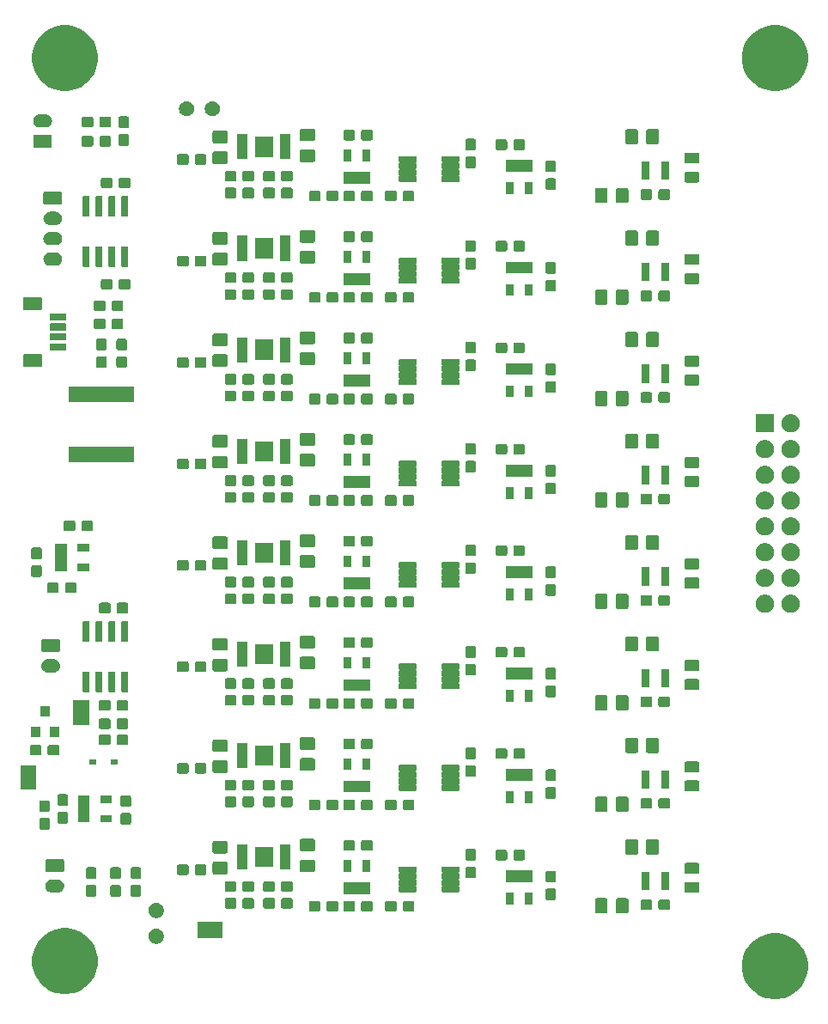
<source format=gts>
G04 #@! TF.GenerationSoftware,KiCad,Pcbnew,(5.1.5-0)*
G04 #@! TF.CreationDate,2021-01-17T10:32:33-07:00*
G04 #@! TF.ProjectId,8ch_v5_nosma,3863685f-7635-45f6-9e6f-736d612e6b69,rev?*
G04 #@! TF.SameCoordinates,Original*
G04 #@! TF.FileFunction,Soldermask,Top*
G04 #@! TF.FilePolarity,Negative*
%FSLAX46Y46*%
G04 Gerber Fmt 4.6, Leading zero omitted, Abs format (unit mm)*
G04 Created by KiCad (PCBNEW (5.1.5-0)) date 2021-01-17 10:32:33*
%MOMM*%
%LPD*%
G04 APERTURE LIST*
%ADD10C,0.100000*%
G04 APERTURE END LIST*
D10*
G36*
X215634239Y-126311467D02*
G01*
X215948282Y-126373934D01*
X216539926Y-126619001D01*
X216966477Y-126904014D01*
X217072391Y-126974783D01*
X217525217Y-127427609D01*
X217550490Y-127465433D01*
X217880999Y-127960074D01*
X218126066Y-128551718D01*
X218251000Y-129179804D01*
X218251000Y-129820196D01*
X218126066Y-130448282D01*
X217880999Y-131039926D01*
X217663504Y-131365430D01*
X217556738Y-131525217D01*
X217525216Y-131572392D01*
X217072392Y-132025216D01*
X216539926Y-132380999D01*
X215948282Y-132626066D01*
X215634239Y-132688533D01*
X215320197Y-132751000D01*
X214679803Y-132751000D01*
X214365761Y-132688533D01*
X214051718Y-132626066D01*
X213460074Y-132380999D01*
X212927608Y-132025216D01*
X212474784Y-131572392D01*
X212443263Y-131525217D01*
X212336496Y-131365430D01*
X212119001Y-131039926D01*
X211873934Y-130448282D01*
X211749000Y-129820196D01*
X211749000Y-129179804D01*
X211873934Y-128551718D01*
X212119001Y-127960074D01*
X212449510Y-127465433D01*
X212474783Y-127427609D01*
X212927609Y-126974783D01*
X213033523Y-126904014D01*
X213460074Y-126619001D01*
X214051718Y-126373934D01*
X214365761Y-126311467D01*
X214679803Y-126249000D01*
X215320197Y-126249000D01*
X215634239Y-126311467D01*
G37*
G36*
X145521290Y-125789000D02*
G01*
X145948282Y-125873934D01*
X146539926Y-126119001D01*
X146924927Y-126376251D01*
X147072391Y-126474783D01*
X147525217Y-126927609D01*
X147556738Y-126974784D01*
X147880999Y-127460074D01*
X148126066Y-128051718D01*
X148251000Y-128679804D01*
X148251000Y-129320196D01*
X148126066Y-129948282D01*
X147880999Y-130539926D01*
X147626503Y-130920805D01*
X147525217Y-131072391D01*
X147072391Y-131525217D01*
X146966477Y-131595986D01*
X146539926Y-131880999D01*
X145948282Y-132126066D01*
X145634239Y-132188533D01*
X145320197Y-132251000D01*
X144679803Y-132251000D01*
X144365761Y-132188533D01*
X144051718Y-132126066D01*
X143460074Y-131880999D01*
X143033523Y-131595986D01*
X142927609Y-131525217D01*
X142474783Y-131072391D01*
X142373497Y-130920805D01*
X142119001Y-130539926D01*
X141873934Y-129948282D01*
X141749000Y-129320196D01*
X141749000Y-128679804D01*
X141873934Y-128051718D01*
X142119001Y-127460074D01*
X142443262Y-126974784D01*
X142474783Y-126927609D01*
X142927609Y-126474783D01*
X143075073Y-126376251D01*
X143460074Y-126119001D01*
X144051718Y-125873934D01*
X144478710Y-125789000D01*
X144679803Y-125749000D01*
X145320197Y-125749000D01*
X145521290Y-125789000D01*
G37*
G36*
X154219059Y-125817860D02*
G01*
X154354434Y-125873934D01*
X154355732Y-125874472D01*
X154478735Y-125956660D01*
X154583340Y-126061265D01*
X154583341Y-126061267D01*
X154665529Y-126184270D01*
X154722140Y-126320941D01*
X154751000Y-126466032D01*
X154751000Y-126613968D01*
X154722140Y-126759059D01*
X154675094Y-126872639D01*
X154665528Y-126895732D01*
X154583340Y-127018735D01*
X154478735Y-127123340D01*
X154355732Y-127205528D01*
X154355731Y-127205529D01*
X154355730Y-127205529D01*
X154219059Y-127262140D01*
X154073968Y-127291000D01*
X153926032Y-127291000D01*
X153780941Y-127262140D01*
X153644270Y-127205529D01*
X153644269Y-127205529D01*
X153644268Y-127205528D01*
X153521265Y-127123340D01*
X153416660Y-127018735D01*
X153334472Y-126895732D01*
X153324907Y-126872639D01*
X153277860Y-126759059D01*
X153249000Y-126613968D01*
X153249000Y-126466032D01*
X153277860Y-126320941D01*
X153334471Y-126184270D01*
X153416659Y-126061267D01*
X153416660Y-126061265D01*
X153521265Y-125956660D01*
X153644268Y-125874472D01*
X153645567Y-125873934D01*
X153780941Y-125817860D01*
X153926032Y-125789000D01*
X154073968Y-125789000D01*
X154219059Y-125817860D01*
G37*
G36*
X160501000Y-126701000D02*
G01*
X158099000Y-126701000D01*
X158099000Y-125099000D01*
X160501000Y-125099000D01*
X160501000Y-126701000D01*
G37*
G36*
X154219059Y-123277860D02*
G01*
X154355732Y-123334472D01*
X154478735Y-123416660D01*
X154583340Y-123521265D01*
X154583341Y-123521267D01*
X154665529Y-123644270D01*
X154722140Y-123780941D01*
X154751000Y-123926032D01*
X154751000Y-124073968D01*
X154743797Y-124110180D01*
X154722140Y-124219059D01*
X154665528Y-124355732D01*
X154583340Y-124478735D01*
X154478735Y-124583340D01*
X154355732Y-124665528D01*
X154355731Y-124665529D01*
X154355730Y-124665529D01*
X154219059Y-124722140D01*
X154073968Y-124751000D01*
X153926032Y-124751000D01*
X153780941Y-124722140D01*
X153644270Y-124665529D01*
X153644269Y-124665529D01*
X153644268Y-124665528D01*
X153521265Y-124583340D01*
X153416660Y-124478735D01*
X153334472Y-124355732D01*
X153277860Y-124219059D01*
X153256203Y-124110180D01*
X153249000Y-124073968D01*
X153249000Y-123926032D01*
X153277860Y-123780941D01*
X153334471Y-123644270D01*
X153416659Y-123521267D01*
X153416660Y-123521265D01*
X153521265Y-123416660D01*
X153644268Y-123334472D01*
X153780941Y-123277860D01*
X153926032Y-123249000D01*
X154073968Y-123249000D01*
X154219059Y-123277860D01*
G37*
G36*
X200388674Y-122803465D02*
G01*
X200426367Y-122814899D01*
X200461103Y-122833466D01*
X200491548Y-122858452D01*
X200516534Y-122888897D01*
X200535101Y-122923633D01*
X200546535Y-122961326D01*
X200551000Y-123006661D01*
X200551000Y-124093339D01*
X200546535Y-124138674D01*
X200535101Y-124176367D01*
X200516534Y-124211103D01*
X200491548Y-124241548D01*
X200461103Y-124266534D01*
X200426367Y-124285101D01*
X200388674Y-124296535D01*
X200343339Y-124301000D01*
X199506661Y-124301000D01*
X199461326Y-124296535D01*
X199423633Y-124285101D01*
X199388897Y-124266534D01*
X199358452Y-124241548D01*
X199333466Y-124211103D01*
X199314899Y-124176367D01*
X199303465Y-124138674D01*
X199299000Y-124093339D01*
X199299000Y-123006661D01*
X199303465Y-122961326D01*
X199314899Y-122923633D01*
X199333466Y-122888897D01*
X199358452Y-122858452D01*
X199388897Y-122833466D01*
X199423633Y-122814899D01*
X199461326Y-122803465D01*
X199506661Y-122799000D01*
X200343339Y-122799000D01*
X200388674Y-122803465D01*
G37*
G36*
X198338674Y-122803465D02*
G01*
X198376367Y-122814899D01*
X198411103Y-122833466D01*
X198441548Y-122858452D01*
X198466534Y-122888897D01*
X198485101Y-122923633D01*
X198496535Y-122961326D01*
X198501000Y-123006661D01*
X198501000Y-124093339D01*
X198496535Y-124138674D01*
X198485101Y-124176367D01*
X198466534Y-124211103D01*
X198441548Y-124241548D01*
X198411103Y-124266534D01*
X198376367Y-124285101D01*
X198338674Y-124296535D01*
X198293339Y-124301000D01*
X197456661Y-124301000D01*
X197411326Y-124296535D01*
X197373633Y-124285101D01*
X197338897Y-124266534D01*
X197308452Y-124241548D01*
X197283466Y-124211103D01*
X197264899Y-124176367D01*
X197253465Y-124138674D01*
X197249000Y-124093339D01*
X197249000Y-123006661D01*
X197253465Y-122961326D01*
X197264899Y-122923633D01*
X197283466Y-122888897D01*
X197308452Y-122858452D01*
X197338897Y-122833466D01*
X197373633Y-122814899D01*
X197411326Y-122803465D01*
X197456661Y-122799000D01*
X198293339Y-122799000D01*
X198338674Y-122803465D01*
G37*
G36*
X173439499Y-123078445D02*
G01*
X173476995Y-123089820D01*
X173511554Y-123108292D01*
X173541847Y-123133153D01*
X173566708Y-123163446D01*
X173585180Y-123198005D01*
X173596555Y-123235501D01*
X173601000Y-123280638D01*
X173601000Y-123919362D01*
X173596555Y-123964499D01*
X173585180Y-124001995D01*
X173566708Y-124036554D01*
X173541847Y-124066847D01*
X173511554Y-124091708D01*
X173476995Y-124110180D01*
X173439499Y-124121555D01*
X173394362Y-124126000D01*
X172655638Y-124126000D01*
X172610501Y-124121555D01*
X172573005Y-124110180D01*
X172538446Y-124091708D01*
X172508153Y-124066847D01*
X172483292Y-124036554D01*
X172464820Y-124001995D01*
X172453445Y-123964499D01*
X172449000Y-123919362D01*
X172449000Y-123280638D01*
X172453445Y-123235501D01*
X172464820Y-123198005D01*
X172483292Y-123163446D01*
X172508153Y-123133153D01*
X172538446Y-123108292D01*
X172573005Y-123089820D01*
X172610501Y-123078445D01*
X172655638Y-123074000D01*
X173394362Y-123074000D01*
X173439499Y-123078445D01*
G37*
G36*
X175189499Y-123078445D02*
G01*
X175226995Y-123089820D01*
X175261554Y-123108292D01*
X175291847Y-123133153D01*
X175316708Y-123163446D01*
X175335180Y-123198005D01*
X175346555Y-123235501D01*
X175351000Y-123280638D01*
X175351000Y-123919362D01*
X175346555Y-123964499D01*
X175335180Y-124001995D01*
X175316708Y-124036554D01*
X175291847Y-124066847D01*
X175261554Y-124091708D01*
X175226995Y-124110180D01*
X175189499Y-124121555D01*
X175144362Y-124126000D01*
X174405638Y-124126000D01*
X174360501Y-124121555D01*
X174323005Y-124110180D01*
X174288446Y-124091708D01*
X174258153Y-124066847D01*
X174233292Y-124036554D01*
X174214820Y-124001995D01*
X174203445Y-123964499D01*
X174199000Y-123919362D01*
X174199000Y-123280638D01*
X174203445Y-123235501D01*
X174214820Y-123198005D01*
X174233292Y-123163446D01*
X174258153Y-123133153D01*
X174288446Y-123108292D01*
X174323005Y-123089820D01*
X174360501Y-123078445D01*
X174405638Y-123074000D01*
X175144362Y-123074000D01*
X175189499Y-123078445D01*
G37*
G36*
X179289499Y-123078445D02*
G01*
X179326995Y-123089820D01*
X179361554Y-123108292D01*
X179391847Y-123133153D01*
X179416708Y-123163446D01*
X179435180Y-123198005D01*
X179446555Y-123235501D01*
X179451000Y-123280638D01*
X179451000Y-123919362D01*
X179446555Y-123964499D01*
X179435180Y-124001995D01*
X179416708Y-124036554D01*
X179391847Y-124066847D01*
X179361554Y-124091708D01*
X179326995Y-124110180D01*
X179289499Y-124121555D01*
X179244362Y-124126000D01*
X178505638Y-124126000D01*
X178460501Y-124121555D01*
X178423005Y-124110180D01*
X178388446Y-124091708D01*
X178358153Y-124066847D01*
X178333292Y-124036554D01*
X178314820Y-124001995D01*
X178303445Y-123964499D01*
X178299000Y-123919362D01*
X178299000Y-123280638D01*
X178303445Y-123235501D01*
X178314820Y-123198005D01*
X178333292Y-123163446D01*
X178358153Y-123133153D01*
X178388446Y-123108292D01*
X178423005Y-123089820D01*
X178460501Y-123078445D01*
X178505638Y-123074000D01*
X179244362Y-123074000D01*
X179289499Y-123078445D01*
G37*
G36*
X177539499Y-123078445D02*
G01*
X177576995Y-123089820D01*
X177611554Y-123108292D01*
X177641847Y-123133153D01*
X177666708Y-123163446D01*
X177685180Y-123198005D01*
X177696555Y-123235501D01*
X177701000Y-123280638D01*
X177701000Y-123919362D01*
X177696555Y-123964499D01*
X177685180Y-124001995D01*
X177666708Y-124036554D01*
X177641847Y-124066847D01*
X177611554Y-124091708D01*
X177576995Y-124110180D01*
X177539499Y-124121555D01*
X177494362Y-124126000D01*
X176755638Y-124126000D01*
X176710501Y-124121555D01*
X176673005Y-124110180D01*
X176638446Y-124091708D01*
X176608153Y-124066847D01*
X176583292Y-124036554D01*
X176564820Y-124001995D01*
X176553445Y-123964499D01*
X176549000Y-123919362D01*
X176549000Y-123280638D01*
X176553445Y-123235501D01*
X176564820Y-123198005D01*
X176583292Y-123163446D01*
X176608153Y-123133153D01*
X176638446Y-123108292D01*
X176673005Y-123089820D01*
X176710501Y-123078445D01*
X176755638Y-123074000D01*
X177494362Y-123074000D01*
X177539499Y-123078445D01*
G37*
G36*
X170039499Y-123078445D02*
G01*
X170076995Y-123089820D01*
X170111554Y-123108292D01*
X170141847Y-123133153D01*
X170166708Y-123163446D01*
X170185180Y-123198005D01*
X170196555Y-123235501D01*
X170201000Y-123280638D01*
X170201000Y-123919362D01*
X170196555Y-123964499D01*
X170185180Y-124001995D01*
X170166708Y-124036554D01*
X170141847Y-124066847D01*
X170111554Y-124091708D01*
X170076995Y-124110180D01*
X170039499Y-124121555D01*
X169994362Y-124126000D01*
X169255638Y-124126000D01*
X169210501Y-124121555D01*
X169173005Y-124110180D01*
X169138446Y-124091708D01*
X169108153Y-124066847D01*
X169083292Y-124036554D01*
X169064820Y-124001995D01*
X169053445Y-123964499D01*
X169049000Y-123919362D01*
X169049000Y-123280638D01*
X169053445Y-123235501D01*
X169064820Y-123198005D01*
X169083292Y-123163446D01*
X169108153Y-123133153D01*
X169138446Y-123108292D01*
X169173005Y-123089820D01*
X169210501Y-123078445D01*
X169255638Y-123074000D01*
X169994362Y-123074000D01*
X170039499Y-123078445D01*
G37*
G36*
X171789499Y-123078445D02*
G01*
X171826995Y-123089820D01*
X171861554Y-123108292D01*
X171891847Y-123133153D01*
X171916708Y-123163446D01*
X171935180Y-123198005D01*
X171946555Y-123235501D01*
X171951000Y-123280638D01*
X171951000Y-123919362D01*
X171946555Y-123964499D01*
X171935180Y-124001995D01*
X171916708Y-124036554D01*
X171891847Y-124066847D01*
X171861554Y-124091708D01*
X171826995Y-124110180D01*
X171789499Y-124121555D01*
X171744362Y-124126000D01*
X171005638Y-124126000D01*
X170960501Y-124121555D01*
X170923005Y-124110180D01*
X170888446Y-124091708D01*
X170858153Y-124066847D01*
X170833292Y-124036554D01*
X170814820Y-124001995D01*
X170803445Y-123964499D01*
X170799000Y-123919362D01*
X170799000Y-123280638D01*
X170803445Y-123235501D01*
X170814820Y-123198005D01*
X170833292Y-123163446D01*
X170858153Y-123133153D01*
X170888446Y-123108292D01*
X170923005Y-123089820D01*
X170960501Y-123078445D01*
X171005638Y-123074000D01*
X171744362Y-123074000D01*
X171789499Y-123078445D01*
G37*
G36*
X202739499Y-122928445D02*
G01*
X202776995Y-122939820D01*
X202811554Y-122958292D01*
X202841847Y-122983153D01*
X202866708Y-123013446D01*
X202885180Y-123048005D01*
X202896555Y-123085501D01*
X202901000Y-123130638D01*
X202901000Y-123769362D01*
X202896555Y-123814499D01*
X202885180Y-123851995D01*
X202866708Y-123886554D01*
X202841847Y-123916847D01*
X202811554Y-123941708D01*
X202776995Y-123960180D01*
X202739499Y-123971555D01*
X202694362Y-123976000D01*
X201955638Y-123976000D01*
X201910501Y-123971555D01*
X201873005Y-123960180D01*
X201838446Y-123941708D01*
X201808153Y-123916847D01*
X201783292Y-123886554D01*
X201764820Y-123851995D01*
X201753445Y-123814499D01*
X201749000Y-123769362D01*
X201749000Y-123130638D01*
X201753445Y-123085501D01*
X201764820Y-123048005D01*
X201783292Y-123013446D01*
X201808153Y-122983153D01*
X201838446Y-122958292D01*
X201873005Y-122939820D01*
X201910501Y-122928445D01*
X201955638Y-122924000D01*
X202694362Y-122924000D01*
X202739499Y-122928445D01*
G37*
G36*
X204489499Y-122928445D02*
G01*
X204526995Y-122939820D01*
X204561554Y-122958292D01*
X204591847Y-122983153D01*
X204616708Y-123013446D01*
X204635180Y-123048005D01*
X204646555Y-123085501D01*
X204651000Y-123130638D01*
X204651000Y-123769362D01*
X204646555Y-123814499D01*
X204635180Y-123851995D01*
X204616708Y-123886554D01*
X204591847Y-123916847D01*
X204561554Y-123941708D01*
X204526995Y-123960180D01*
X204489499Y-123971555D01*
X204444362Y-123976000D01*
X203705638Y-123976000D01*
X203660501Y-123971555D01*
X203623005Y-123960180D01*
X203588446Y-123941708D01*
X203558153Y-123916847D01*
X203533292Y-123886554D01*
X203514820Y-123851995D01*
X203503445Y-123814499D01*
X203499000Y-123769362D01*
X203499000Y-123130638D01*
X203503445Y-123085501D01*
X203514820Y-123048005D01*
X203533292Y-123013446D01*
X203558153Y-122983153D01*
X203588446Y-122958292D01*
X203623005Y-122939820D01*
X203660501Y-122928445D01*
X203705638Y-122924000D01*
X204444362Y-122924000D01*
X204489499Y-122928445D01*
G37*
G36*
X163489499Y-122778445D02*
G01*
X163526995Y-122789820D01*
X163561554Y-122808292D01*
X163591847Y-122833153D01*
X163616708Y-122863446D01*
X163635180Y-122898005D01*
X163646555Y-122935501D01*
X163651000Y-122980638D01*
X163651000Y-123619362D01*
X163646555Y-123664499D01*
X163635180Y-123701995D01*
X163616708Y-123736554D01*
X163591847Y-123766847D01*
X163561554Y-123791708D01*
X163526995Y-123810180D01*
X163489499Y-123821555D01*
X163444362Y-123826000D01*
X162705638Y-123826000D01*
X162660501Y-123821555D01*
X162623005Y-123810180D01*
X162588446Y-123791708D01*
X162558153Y-123766847D01*
X162533292Y-123736554D01*
X162514820Y-123701995D01*
X162503445Y-123664499D01*
X162499000Y-123619362D01*
X162499000Y-122980638D01*
X162503445Y-122935501D01*
X162514820Y-122898005D01*
X162533292Y-122863446D01*
X162558153Y-122833153D01*
X162588446Y-122808292D01*
X162623005Y-122789820D01*
X162660501Y-122778445D01*
X162705638Y-122774000D01*
X163444362Y-122774000D01*
X163489499Y-122778445D01*
G37*
G36*
X161739499Y-122778445D02*
G01*
X161776995Y-122789820D01*
X161811554Y-122808292D01*
X161841847Y-122833153D01*
X161866708Y-122863446D01*
X161885180Y-122898005D01*
X161896555Y-122935501D01*
X161901000Y-122980638D01*
X161901000Y-123619362D01*
X161896555Y-123664499D01*
X161885180Y-123701995D01*
X161866708Y-123736554D01*
X161841847Y-123766847D01*
X161811554Y-123791708D01*
X161776995Y-123810180D01*
X161739499Y-123821555D01*
X161694362Y-123826000D01*
X160955638Y-123826000D01*
X160910501Y-123821555D01*
X160873005Y-123810180D01*
X160838446Y-123791708D01*
X160808153Y-123766847D01*
X160783292Y-123736554D01*
X160764820Y-123701995D01*
X160753445Y-123664499D01*
X160749000Y-123619362D01*
X160749000Y-122980638D01*
X160753445Y-122935501D01*
X160764820Y-122898005D01*
X160783292Y-122863446D01*
X160808153Y-122833153D01*
X160838446Y-122808292D01*
X160873005Y-122789820D01*
X160910501Y-122778445D01*
X160955638Y-122774000D01*
X161694362Y-122774000D01*
X161739499Y-122778445D01*
G37*
G36*
X165539499Y-122778445D02*
G01*
X165576995Y-122789820D01*
X165611554Y-122808292D01*
X165641847Y-122833153D01*
X165666708Y-122863446D01*
X165685180Y-122898005D01*
X165696555Y-122935501D01*
X165701000Y-122980638D01*
X165701000Y-123619362D01*
X165696555Y-123664499D01*
X165685180Y-123701995D01*
X165666708Y-123736554D01*
X165641847Y-123766847D01*
X165611554Y-123791708D01*
X165576995Y-123810180D01*
X165539499Y-123821555D01*
X165494362Y-123826000D01*
X164755638Y-123826000D01*
X164710501Y-123821555D01*
X164673005Y-123810180D01*
X164638446Y-123791708D01*
X164608153Y-123766847D01*
X164583292Y-123736554D01*
X164564820Y-123701995D01*
X164553445Y-123664499D01*
X164549000Y-123619362D01*
X164549000Y-122980638D01*
X164553445Y-122935501D01*
X164564820Y-122898005D01*
X164583292Y-122863446D01*
X164608153Y-122833153D01*
X164638446Y-122808292D01*
X164673005Y-122789820D01*
X164710501Y-122778445D01*
X164755638Y-122774000D01*
X165494362Y-122774000D01*
X165539499Y-122778445D01*
G37*
G36*
X167289499Y-122778445D02*
G01*
X167326995Y-122789820D01*
X167361554Y-122808292D01*
X167391847Y-122833153D01*
X167416708Y-122863446D01*
X167435180Y-122898005D01*
X167446555Y-122935501D01*
X167451000Y-122980638D01*
X167451000Y-123619362D01*
X167446555Y-123664499D01*
X167435180Y-123701995D01*
X167416708Y-123736554D01*
X167391847Y-123766847D01*
X167361554Y-123791708D01*
X167326995Y-123810180D01*
X167289499Y-123821555D01*
X167244362Y-123826000D01*
X166505638Y-123826000D01*
X166460501Y-123821555D01*
X166423005Y-123810180D01*
X166388446Y-123791708D01*
X166358153Y-123766847D01*
X166333292Y-123736554D01*
X166314820Y-123701995D01*
X166303445Y-123664499D01*
X166299000Y-123619362D01*
X166299000Y-122980638D01*
X166303445Y-122935501D01*
X166314820Y-122898005D01*
X166333292Y-122863446D01*
X166358153Y-122833153D01*
X166388446Y-122808292D01*
X166423005Y-122789820D01*
X166460501Y-122778445D01*
X166505638Y-122774000D01*
X167244362Y-122774000D01*
X167289499Y-122778445D01*
G37*
G36*
X189226000Y-123431000D02*
G01*
X188474000Y-123431000D01*
X188474000Y-122269000D01*
X189226000Y-122269000D01*
X189226000Y-123431000D01*
G37*
G36*
X191126000Y-123431000D02*
G01*
X190374000Y-123431000D01*
X190374000Y-122269000D01*
X191126000Y-122269000D01*
X191126000Y-123431000D01*
G37*
G36*
X193264499Y-121853445D02*
G01*
X193301995Y-121864820D01*
X193336554Y-121883292D01*
X193366847Y-121908153D01*
X193391708Y-121938446D01*
X193410180Y-121973005D01*
X193421555Y-122010501D01*
X193426000Y-122055638D01*
X193426000Y-122794362D01*
X193421555Y-122839499D01*
X193410180Y-122876995D01*
X193391708Y-122911554D01*
X193366847Y-122941847D01*
X193336554Y-122966708D01*
X193301995Y-122985180D01*
X193264499Y-122996555D01*
X193219362Y-123001000D01*
X192580638Y-123001000D01*
X192535501Y-122996555D01*
X192498005Y-122985180D01*
X192463446Y-122966708D01*
X192433153Y-122941847D01*
X192408292Y-122911554D01*
X192389820Y-122876995D01*
X192378445Y-122839499D01*
X192374000Y-122794362D01*
X192374000Y-122055638D01*
X192378445Y-122010501D01*
X192389820Y-121973005D01*
X192408292Y-121938446D01*
X192433153Y-121908153D01*
X192463446Y-121883292D01*
X192498005Y-121864820D01*
X192535501Y-121853445D01*
X192580638Y-121849000D01*
X193219362Y-121849000D01*
X193264499Y-121853445D01*
G37*
G36*
X147964499Y-121503445D02*
G01*
X148001995Y-121514820D01*
X148036554Y-121533292D01*
X148066847Y-121558153D01*
X148091708Y-121588446D01*
X148110180Y-121623005D01*
X148121555Y-121660501D01*
X148126000Y-121705638D01*
X148126000Y-122444362D01*
X148121555Y-122489499D01*
X148110180Y-122526995D01*
X148091708Y-122561554D01*
X148066847Y-122591847D01*
X148036554Y-122616708D01*
X148001995Y-122635180D01*
X147964499Y-122646555D01*
X147919362Y-122651000D01*
X147280638Y-122651000D01*
X147235501Y-122646555D01*
X147198005Y-122635180D01*
X147163446Y-122616708D01*
X147133153Y-122591847D01*
X147108292Y-122561554D01*
X147089820Y-122526995D01*
X147078445Y-122489499D01*
X147074000Y-122444362D01*
X147074000Y-121705638D01*
X147078445Y-121660501D01*
X147089820Y-121623005D01*
X147108292Y-121588446D01*
X147133153Y-121558153D01*
X147163446Y-121533292D01*
X147198005Y-121514820D01*
X147235501Y-121503445D01*
X147280638Y-121499000D01*
X147919362Y-121499000D01*
X147964499Y-121503445D01*
G37*
G36*
X152364499Y-121503445D02*
G01*
X152401995Y-121514820D01*
X152436554Y-121533292D01*
X152466847Y-121558153D01*
X152491708Y-121588446D01*
X152510180Y-121623005D01*
X152521555Y-121660501D01*
X152526000Y-121705638D01*
X152526000Y-122444362D01*
X152521555Y-122489499D01*
X152510180Y-122526995D01*
X152491708Y-122561554D01*
X152466847Y-122591847D01*
X152436554Y-122616708D01*
X152401995Y-122635180D01*
X152364499Y-122646555D01*
X152319362Y-122651000D01*
X151680638Y-122651000D01*
X151635501Y-122646555D01*
X151598005Y-122635180D01*
X151563446Y-122616708D01*
X151533153Y-122591847D01*
X151508292Y-122561554D01*
X151489820Y-122526995D01*
X151478445Y-122489499D01*
X151474000Y-122444362D01*
X151474000Y-121705638D01*
X151478445Y-121660501D01*
X151489820Y-121623005D01*
X151508292Y-121588446D01*
X151533153Y-121558153D01*
X151563446Y-121533292D01*
X151598005Y-121514820D01*
X151635501Y-121503445D01*
X151680638Y-121499000D01*
X152319362Y-121499000D01*
X152364499Y-121503445D01*
G37*
G36*
X150364499Y-121503445D02*
G01*
X150401995Y-121514820D01*
X150436554Y-121533292D01*
X150466847Y-121558153D01*
X150491708Y-121588446D01*
X150510180Y-121623005D01*
X150521555Y-121660501D01*
X150526000Y-121705638D01*
X150526000Y-122444362D01*
X150521555Y-122489499D01*
X150510180Y-122526995D01*
X150491708Y-122561554D01*
X150466847Y-122591847D01*
X150436554Y-122616708D01*
X150401995Y-122635180D01*
X150364499Y-122646555D01*
X150319362Y-122651000D01*
X149680638Y-122651000D01*
X149635501Y-122646555D01*
X149598005Y-122635180D01*
X149563446Y-122616708D01*
X149533153Y-122591847D01*
X149508292Y-122561554D01*
X149489820Y-122526995D01*
X149478445Y-122489499D01*
X149474000Y-122444362D01*
X149474000Y-121705638D01*
X149478445Y-121660501D01*
X149489820Y-121623005D01*
X149508292Y-121588446D01*
X149533153Y-121558153D01*
X149563446Y-121533292D01*
X149598005Y-121514820D01*
X149635501Y-121503445D01*
X149680638Y-121499000D01*
X150319362Y-121499000D01*
X150364499Y-121503445D01*
G37*
G36*
X175126000Y-122381000D02*
G01*
X172474000Y-122381000D01*
X172474000Y-121219000D01*
X175126000Y-121219000D01*
X175126000Y-122381000D01*
G37*
G36*
X207384468Y-121203565D02*
G01*
X207423138Y-121215296D01*
X207458777Y-121234346D01*
X207490017Y-121259983D01*
X207515654Y-121291223D01*
X207534704Y-121326862D01*
X207546435Y-121365532D01*
X207551000Y-121411888D01*
X207551000Y-122063112D01*
X207546435Y-122109468D01*
X207534704Y-122148138D01*
X207515654Y-122183777D01*
X207490017Y-122215017D01*
X207458777Y-122240654D01*
X207423138Y-122259704D01*
X207384468Y-122271435D01*
X207338112Y-122276000D01*
X206261888Y-122276000D01*
X206215532Y-122271435D01*
X206176862Y-122259704D01*
X206141223Y-122240654D01*
X206109983Y-122215017D01*
X206084346Y-122183777D01*
X206065296Y-122148138D01*
X206053565Y-122109468D01*
X206049000Y-122063112D01*
X206049000Y-121411888D01*
X206053565Y-121365532D01*
X206065296Y-121326862D01*
X206084346Y-121291223D01*
X206109983Y-121259983D01*
X206141223Y-121234346D01*
X206176862Y-121215296D01*
X206215532Y-121203565D01*
X206261888Y-121199000D01*
X207338112Y-121199000D01*
X207384468Y-121203565D01*
G37*
G36*
X144338855Y-120952140D02*
G01*
X144402618Y-120958420D01*
X144491743Y-120985456D01*
X144525336Y-120995646D01*
X144638425Y-121056094D01*
X144737554Y-121137446D01*
X144818906Y-121236575D01*
X144879354Y-121349664D01*
X144879355Y-121349668D01*
X144916580Y-121472382D01*
X144929149Y-121600000D01*
X144916580Y-121727618D01*
X144911265Y-121745139D01*
X144879354Y-121850336D01*
X144818906Y-121963425D01*
X144737554Y-122062554D01*
X144638425Y-122143906D01*
X144525336Y-122204354D01*
X144493404Y-122214040D01*
X144402618Y-122241580D01*
X144338855Y-122247860D01*
X144306974Y-122251000D01*
X143693026Y-122251000D01*
X143661145Y-122247860D01*
X143597382Y-122241580D01*
X143506596Y-122214040D01*
X143474664Y-122204354D01*
X143361575Y-122143906D01*
X143262446Y-122062554D01*
X143181094Y-121963425D01*
X143120646Y-121850336D01*
X143088735Y-121745139D01*
X143083420Y-121727618D01*
X143070851Y-121600000D01*
X143083420Y-121472382D01*
X143120645Y-121349668D01*
X143120646Y-121349664D01*
X143181094Y-121236575D01*
X143262446Y-121137446D01*
X143361575Y-121056094D01*
X143474664Y-120995646D01*
X143508257Y-120985456D01*
X143597382Y-120958420D01*
X143661145Y-120952140D01*
X143693026Y-120949000D01*
X144306974Y-120949000D01*
X144338855Y-120952140D01*
G37*
G36*
X183805051Y-119676284D02*
G01*
X183821443Y-119681257D01*
X183836555Y-119689334D01*
X183849798Y-119700202D01*
X183860666Y-119713445D01*
X183868743Y-119728557D01*
X183873716Y-119744949D01*
X183876000Y-119768141D01*
X183876000Y-120181859D01*
X183873716Y-120205051D01*
X183868742Y-120221446D01*
X183858249Y-120241078D01*
X183848872Y-120263717D01*
X183844092Y-120287750D01*
X183844092Y-120312254D01*
X183848873Y-120336287D01*
X183858249Y-120358922D01*
X183868742Y-120378554D01*
X183873716Y-120394949D01*
X183876000Y-120418141D01*
X183876000Y-120831859D01*
X183873716Y-120855051D01*
X183868742Y-120871446D01*
X183858249Y-120891078D01*
X183848872Y-120913717D01*
X183844092Y-120937750D01*
X183844092Y-120962254D01*
X183848873Y-120986287D01*
X183858249Y-121008922D01*
X183868742Y-121028554D01*
X183873716Y-121044949D01*
X183876000Y-121068141D01*
X183876000Y-121481859D01*
X183873716Y-121505051D01*
X183868742Y-121521446D01*
X183858249Y-121541078D01*
X183848872Y-121563717D01*
X183844092Y-121587750D01*
X183844092Y-121612254D01*
X183848873Y-121636287D01*
X183858249Y-121658922D01*
X183868742Y-121678554D01*
X183873716Y-121694949D01*
X183876000Y-121718141D01*
X183876000Y-122131859D01*
X183873716Y-122155051D01*
X183868743Y-122171443D01*
X183860666Y-122186555D01*
X183849798Y-122199798D01*
X183836555Y-122210666D01*
X183821443Y-122218743D01*
X183805051Y-122223716D01*
X183781859Y-122226000D01*
X182243141Y-122226000D01*
X182219949Y-122223716D01*
X182203557Y-122218743D01*
X182188445Y-122210666D01*
X182175202Y-122199798D01*
X182164334Y-122186555D01*
X182156257Y-122171443D01*
X182151284Y-122155051D01*
X182149000Y-122131859D01*
X182149000Y-121718141D01*
X182151284Y-121694949D01*
X182156258Y-121678554D01*
X182166751Y-121658922D01*
X182176128Y-121636283D01*
X182180908Y-121612250D01*
X182180908Y-121587746D01*
X182176127Y-121563713D01*
X182166751Y-121541078D01*
X182156258Y-121521446D01*
X182151284Y-121505051D01*
X182149000Y-121481859D01*
X182149000Y-121068141D01*
X182151284Y-121044949D01*
X182156258Y-121028554D01*
X182166751Y-121008922D01*
X182176128Y-120986283D01*
X182180908Y-120962250D01*
X182180908Y-120937746D01*
X182176127Y-120913713D01*
X182166751Y-120891078D01*
X182156258Y-120871446D01*
X182151284Y-120855051D01*
X182149000Y-120831859D01*
X182149000Y-120418141D01*
X182151284Y-120394949D01*
X182156258Y-120378554D01*
X182166751Y-120358922D01*
X182176128Y-120336283D01*
X182180908Y-120312250D01*
X182180908Y-120287746D01*
X182176127Y-120263713D01*
X182166751Y-120241078D01*
X182156258Y-120221446D01*
X182151284Y-120205051D01*
X182149000Y-120181859D01*
X182149000Y-119768141D01*
X182151284Y-119744949D01*
X182156257Y-119728557D01*
X182164334Y-119713445D01*
X182175202Y-119700202D01*
X182188445Y-119689334D01*
X182203557Y-119681257D01*
X182219949Y-119676284D01*
X182243141Y-119674000D01*
X183781859Y-119674000D01*
X183805051Y-119676284D01*
G37*
G36*
X179580051Y-119676284D02*
G01*
X179596443Y-119681257D01*
X179611555Y-119689334D01*
X179624798Y-119700202D01*
X179635666Y-119713445D01*
X179643743Y-119728557D01*
X179648716Y-119744949D01*
X179651000Y-119768141D01*
X179651000Y-120181859D01*
X179648716Y-120205051D01*
X179643742Y-120221446D01*
X179633249Y-120241078D01*
X179623872Y-120263717D01*
X179619092Y-120287750D01*
X179619092Y-120312254D01*
X179623873Y-120336287D01*
X179633249Y-120358922D01*
X179643742Y-120378554D01*
X179648716Y-120394949D01*
X179651000Y-120418141D01*
X179651000Y-120831859D01*
X179648716Y-120855051D01*
X179643742Y-120871446D01*
X179633249Y-120891078D01*
X179623872Y-120913717D01*
X179619092Y-120937750D01*
X179619092Y-120962254D01*
X179623873Y-120986287D01*
X179633249Y-121008922D01*
X179643742Y-121028554D01*
X179648716Y-121044949D01*
X179651000Y-121068141D01*
X179651000Y-121481859D01*
X179648716Y-121505051D01*
X179643742Y-121521446D01*
X179633249Y-121541078D01*
X179623872Y-121563717D01*
X179619092Y-121587750D01*
X179619092Y-121612254D01*
X179623873Y-121636287D01*
X179633249Y-121658922D01*
X179643742Y-121678554D01*
X179648716Y-121694949D01*
X179651000Y-121718141D01*
X179651000Y-122131859D01*
X179648716Y-122155051D01*
X179643743Y-122171443D01*
X179635666Y-122186555D01*
X179624798Y-122199798D01*
X179611555Y-122210666D01*
X179596443Y-122218743D01*
X179580051Y-122223716D01*
X179556859Y-122226000D01*
X178018141Y-122226000D01*
X177994949Y-122223716D01*
X177978557Y-122218743D01*
X177963445Y-122210666D01*
X177950202Y-122199798D01*
X177939334Y-122186555D01*
X177931257Y-122171443D01*
X177926284Y-122155051D01*
X177924000Y-122131859D01*
X177924000Y-121718141D01*
X177926284Y-121694949D01*
X177931258Y-121678554D01*
X177941751Y-121658922D01*
X177951128Y-121636283D01*
X177955908Y-121612250D01*
X177955908Y-121587746D01*
X177951127Y-121563713D01*
X177941751Y-121541078D01*
X177931258Y-121521446D01*
X177926284Y-121505051D01*
X177924000Y-121481859D01*
X177924000Y-121068141D01*
X177926284Y-121044949D01*
X177931258Y-121028554D01*
X177941751Y-121008922D01*
X177951128Y-120986283D01*
X177955908Y-120962250D01*
X177955908Y-120937746D01*
X177951127Y-120913713D01*
X177941751Y-120891078D01*
X177931258Y-120871446D01*
X177926284Y-120855051D01*
X177924000Y-120831859D01*
X177924000Y-120418141D01*
X177926284Y-120394949D01*
X177931258Y-120378554D01*
X177941751Y-120358922D01*
X177951128Y-120336283D01*
X177955908Y-120312250D01*
X177955908Y-120287746D01*
X177951127Y-120263713D01*
X177941751Y-120241078D01*
X177931258Y-120221446D01*
X177926284Y-120205051D01*
X177924000Y-120181859D01*
X177924000Y-119768141D01*
X177926284Y-119744949D01*
X177931257Y-119728557D01*
X177939334Y-119713445D01*
X177950202Y-119700202D01*
X177963445Y-119689334D01*
X177978557Y-119681257D01*
X177994949Y-119676284D01*
X178018141Y-119674000D01*
X179556859Y-119674000D01*
X179580051Y-119676284D01*
G37*
G36*
X163489499Y-121128445D02*
G01*
X163526995Y-121139820D01*
X163561554Y-121158292D01*
X163591847Y-121183153D01*
X163616708Y-121213446D01*
X163635180Y-121248005D01*
X163646555Y-121285501D01*
X163651000Y-121330638D01*
X163651000Y-121969362D01*
X163646555Y-122014499D01*
X163635180Y-122051995D01*
X163616708Y-122086554D01*
X163591847Y-122116847D01*
X163561554Y-122141708D01*
X163526995Y-122160180D01*
X163489499Y-122171555D01*
X163444362Y-122176000D01*
X162705638Y-122176000D01*
X162660501Y-122171555D01*
X162623005Y-122160180D01*
X162588446Y-122141708D01*
X162558153Y-122116847D01*
X162533292Y-122086554D01*
X162514820Y-122051995D01*
X162503445Y-122014499D01*
X162499000Y-121969362D01*
X162499000Y-121330638D01*
X162503445Y-121285501D01*
X162514820Y-121248005D01*
X162533292Y-121213446D01*
X162558153Y-121183153D01*
X162588446Y-121158292D01*
X162623005Y-121139820D01*
X162660501Y-121128445D01*
X162705638Y-121124000D01*
X163444362Y-121124000D01*
X163489499Y-121128445D01*
G37*
G36*
X167289499Y-121128445D02*
G01*
X167326995Y-121139820D01*
X167361554Y-121158292D01*
X167391847Y-121183153D01*
X167416708Y-121213446D01*
X167435180Y-121248005D01*
X167446555Y-121285501D01*
X167451000Y-121330638D01*
X167451000Y-121969362D01*
X167446555Y-122014499D01*
X167435180Y-122051995D01*
X167416708Y-122086554D01*
X167391847Y-122116847D01*
X167361554Y-122141708D01*
X167326995Y-122160180D01*
X167289499Y-122171555D01*
X167244362Y-122176000D01*
X166505638Y-122176000D01*
X166460501Y-122171555D01*
X166423005Y-122160180D01*
X166388446Y-122141708D01*
X166358153Y-122116847D01*
X166333292Y-122086554D01*
X166314820Y-122051995D01*
X166303445Y-122014499D01*
X166299000Y-121969362D01*
X166299000Y-121330638D01*
X166303445Y-121285501D01*
X166314820Y-121248005D01*
X166333292Y-121213446D01*
X166358153Y-121183153D01*
X166388446Y-121158292D01*
X166423005Y-121139820D01*
X166460501Y-121128445D01*
X166505638Y-121124000D01*
X167244362Y-121124000D01*
X167289499Y-121128445D01*
G37*
G36*
X161739499Y-121128445D02*
G01*
X161776995Y-121139820D01*
X161811554Y-121158292D01*
X161841847Y-121183153D01*
X161866708Y-121213446D01*
X161885180Y-121248005D01*
X161896555Y-121285501D01*
X161901000Y-121330638D01*
X161901000Y-121969362D01*
X161896555Y-122014499D01*
X161885180Y-122051995D01*
X161866708Y-122086554D01*
X161841847Y-122116847D01*
X161811554Y-122141708D01*
X161776995Y-122160180D01*
X161739499Y-122171555D01*
X161694362Y-122176000D01*
X160955638Y-122176000D01*
X160910501Y-122171555D01*
X160873005Y-122160180D01*
X160838446Y-122141708D01*
X160808153Y-122116847D01*
X160783292Y-122086554D01*
X160764820Y-122051995D01*
X160753445Y-122014499D01*
X160749000Y-121969362D01*
X160749000Y-121330638D01*
X160753445Y-121285501D01*
X160764820Y-121248005D01*
X160783292Y-121213446D01*
X160808153Y-121183153D01*
X160838446Y-121158292D01*
X160873005Y-121139820D01*
X160910501Y-121128445D01*
X160955638Y-121124000D01*
X161694362Y-121124000D01*
X161739499Y-121128445D01*
G37*
G36*
X165539499Y-121128445D02*
G01*
X165576995Y-121139820D01*
X165611554Y-121158292D01*
X165641847Y-121183153D01*
X165666708Y-121213446D01*
X165685180Y-121248005D01*
X165696555Y-121285501D01*
X165701000Y-121330638D01*
X165701000Y-121969362D01*
X165696555Y-122014499D01*
X165685180Y-122051995D01*
X165666708Y-122086554D01*
X165641847Y-122116847D01*
X165611554Y-122141708D01*
X165576995Y-122160180D01*
X165539499Y-122171555D01*
X165494362Y-122176000D01*
X164755638Y-122176000D01*
X164710501Y-122171555D01*
X164673005Y-122160180D01*
X164638446Y-122141708D01*
X164608153Y-122116847D01*
X164583292Y-122086554D01*
X164564820Y-122051995D01*
X164553445Y-122014499D01*
X164549000Y-121969362D01*
X164549000Y-121330638D01*
X164553445Y-121285501D01*
X164564820Y-121248005D01*
X164583292Y-121213446D01*
X164608153Y-121183153D01*
X164638446Y-121158292D01*
X164673005Y-121139820D01*
X164710501Y-121128445D01*
X164755638Y-121124000D01*
X165494362Y-121124000D01*
X165539499Y-121128445D01*
G37*
G36*
X204526000Y-122001000D02*
G01*
X203774000Y-122001000D01*
X203774000Y-120199000D01*
X204526000Y-120199000D01*
X204526000Y-122001000D01*
G37*
G36*
X202626000Y-122001000D02*
G01*
X201874000Y-122001000D01*
X201874000Y-120199000D01*
X202626000Y-120199000D01*
X202626000Y-122001000D01*
G37*
G36*
X193264499Y-120103445D02*
G01*
X193301995Y-120114820D01*
X193336554Y-120133292D01*
X193366847Y-120158153D01*
X193391708Y-120188446D01*
X193410180Y-120223005D01*
X193421555Y-120260501D01*
X193426000Y-120305638D01*
X193426000Y-121044362D01*
X193421555Y-121089499D01*
X193410180Y-121126995D01*
X193391708Y-121161554D01*
X193366847Y-121191847D01*
X193336554Y-121216708D01*
X193301995Y-121235180D01*
X193264499Y-121246555D01*
X193219362Y-121251000D01*
X192580638Y-121251000D01*
X192535501Y-121246555D01*
X192498005Y-121235180D01*
X192463446Y-121216708D01*
X192433153Y-121191847D01*
X192408292Y-121161554D01*
X192389820Y-121126995D01*
X192378445Y-121089499D01*
X192374000Y-121044362D01*
X192374000Y-120305638D01*
X192378445Y-120260501D01*
X192389820Y-120223005D01*
X192408292Y-120188446D01*
X192433153Y-120158153D01*
X192463446Y-120133292D01*
X192498005Y-120114820D01*
X192535501Y-120103445D01*
X192580638Y-120099000D01*
X193219362Y-120099000D01*
X193264499Y-120103445D01*
G37*
G36*
X191126000Y-121231000D02*
G01*
X188474000Y-121231000D01*
X188474000Y-120069000D01*
X191126000Y-120069000D01*
X191126000Y-121231000D01*
G37*
G36*
X152364499Y-119753445D02*
G01*
X152401995Y-119764820D01*
X152436554Y-119783292D01*
X152466847Y-119808153D01*
X152491708Y-119838446D01*
X152510180Y-119873005D01*
X152521555Y-119910501D01*
X152526000Y-119955638D01*
X152526000Y-120694362D01*
X152521555Y-120739499D01*
X152510180Y-120776995D01*
X152491708Y-120811554D01*
X152466847Y-120841847D01*
X152436554Y-120866708D01*
X152401995Y-120885180D01*
X152364499Y-120896555D01*
X152319362Y-120901000D01*
X151680638Y-120901000D01*
X151635501Y-120896555D01*
X151598005Y-120885180D01*
X151563446Y-120866708D01*
X151533153Y-120841847D01*
X151508292Y-120811554D01*
X151489820Y-120776995D01*
X151478445Y-120739499D01*
X151474000Y-120694362D01*
X151474000Y-119955638D01*
X151478445Y-119910501D01*
X151489820Y-119873005D01*
X151508292Y-119838446D01*
X151533153Y-119808153D01*
X151563446Y-119783292D01*
X151598005Y-119764820D01*
X151635501Y-119753445D01*
X151680638Y-119749000D01*
X152319362Y-119749000D01*
X152364499Y-119753445D01*
G37*
G36*
X150364499Y-119753445D02*
G01*
X150401995Y-119764820D01*
X150436554Y-119783292D01*
X150466847Y-119808153D01*
X150491708Y-119838446D01*
X150510180Y-119873005D01*
X150521555Y-119910501D01*
X150526000Y-119955638D01*
X150526000Y-120694362D01*
X150521555Y-120739499D01*
X150510180Y-120776995D01*
X150491708Y-120811554D01*
X150466847Y-120841847D01*
X150436554Y-120866708D01*
X150401995Y-120885180D01*
X150364499Y-120896555D01*
X150319362Y-120901000D01*
X149680638Y-120901000D01*
X149635501Y-120896555D01*
X149598005Y-120885180D01*
X149563446Y-120866708D01*
X149533153Y-120841847D01*
X149508292Y-120811554D01*
X149489820Y-120776995D01*
X149478445Y-120739499D01*
X149474000Y-120694362D01*
X149474000Y-119955638D01*
X149478445Y-119910501D01*
X149489820Y-119873005D01*
X149508292Y-119838446D01*
X149533153Y-119808153D01*
X149563446Y-119783292D01*
X149598005Y-119764820D01*
X149635501Y-119753445D01*
X149680638Y-119749000D01*
X150319362Y-119749000D01*
X150364499Y-119753445D01*
G37*
G36*
X147964499Y-119753445D02*
G01*
X148001995Y-119764820D01*
X148036554Y-119783292D01*
X148066847Y-119808153D01*
X148091708Y-119838446D01*
X148110180Y-119873005D01*
X148121555Y-119910501D01*
X148126000Y-119955638D01*
X148126000Y-120694362D01*
X148121555Y-120739499D01*
X148110180Y-120776995D01*
X148091708Y-120811554D01*
X148066847Y-120841847D01*
X148036554Y-120866708D01*
X148001995Y-120885180D01*
X147964499Y-120896555D01*
X147919362Y-120901000D01*
X147280638Y-120901000D01*
X147235501Y-120896555D01*
X147198005Y-120885180D01*
X147163446Y-120866708D01*
X147133153Y-120841847D01*
X147108292Y-120811554D01*
X147089820Y-120776995D01*
X147078445Y-120739499D01*
X147074000Y-120694362D01*
X147074000Y-119955638D01*
X147078445Y-119910501D01*
X147089820Y-119873005D01*
X147108292Y-119838446D01*
X147133153Y-119808153D01*
X147163446Y-119783292D01*
X147198005Y-119764820D01*
X147235501Y-119753445D01*
X147280638Y-119749000D01*
X147919362Y-119749000D01*
X147964499Y-119753445D01*
G37*
G36*
X185364499Y-119703445D02*
G01*
X185401995Y-119714820D01*
X185436554Y-119733292D01*
X185466847Y-119758153D01*
X185491708Y-119788446D01*
X185510180Y-119823005D01*
X185521555Y-119860501D01*
X185526000Y-119905638D01*
X185526000Y-120644362D01*
X185521555Y-120689499D01*
X185510180Y-120726995D01*
X185491708Y-120761554D01*
X185466847Y-120791847D01*
X185436554Y-120816708D01*
X185401995Y-120835180D01*
X185364499Y-120846555D01*
X185319362Y-120851000D01*
X184680638Y-120851000D01*
X184635501Y-120846555D01*
X184598005Y-120835180D01*
X184563446Y-120816708D01*
X184533153Y-120791847D01*
X184508292Y-120761554D01*
X184489820Y-120726995D01*
X184478445Y-120689499D01*
X184474000Y-120644362D01*
X184474000Y-119905638D01*
X184478445Y-119860501D01*
X184489820Y-119823005D01*
X184508292Y-119788446D01*
X184533153Y-119758153D01*
X184563446Y-119733292D01*
X184598005Y-119714820D01*
X184635501Y-119703445D01*
X184680638Y-119699000D01*
X185319362Y-119699000D01*
X185364499Y-119703445D01*
G37*
G36*
X157039499Y-119478445D02*
G01*
X157076995Y-119489820D01*
X157111554Y-119508292D01*
X157141847Y-119533153D01*
X157166708Y-119563446D01*
X157185180Y-119598005D01*
X157196555Y-119635501D01*
X157201000Y-119680638D01*
X157201000Y-120319362D01*
X157196555Y-120364499D01*
X157185180Y-120401995D01*
X157166708Y-120436554D01*
X157141847Y-120466847D01*
X157111554Y-120491708D01*
X157076995Y-120510180D01*
X157039499Y-120521555D01*
X156994362Y-120526000D01*
X156255638Y-120526000D01*
X156210501Y-120521555D01*
X156173005Y-120510180D01*
X156138446Y-120491708D01*
X156108153Y-120466847D01*
X156083292Y-120436554D01*
X156064820Y-120401995D01*
X156053445Y-120364499D01*
X156049000Y-120319362D01*
X156049000Y-119680638D01*
X156053445Y-119635501D01*
X156064820Y-119598005D01*
X156083292Y-119563446D01*
X156108153Y-119533153D01*
X156138446Y-119508292D01*
X156173005Y-119489820D01*
X156210501Y-119478445D01*
X156255638Y-119474000D01*
X156994362Y-119474000D01*
X157039499Y-119478445D01*
G37*
G36*
X158789499Y-119478445D02*
G01*
X158826995Y-119489820D01*
X158861554Y-119508292D01*
X158891847Y-119533153D01*
X158916708Y-119563446D01*
X158935180Y-119598005D01*
X158946555Y-119635501D01*
X158951000Y-119680638D01*
X158951000Y-120319362D01*
X158946555Y-120364499D01*
X158935180Y-120401995D01*
X158916708Y-120436554D01*
X158891847Y-120466847D01*
X158861554Y-120491708D01*
X158826995Y-120510180D01*
X158789499Y-120521555D01*
X158744362Y-120526000D01*
X158005638Y-120526000D01*
X157960501Y-120521555D01*
X157923005Y-120510180D01*
X157888446Y-120491708D01*
X157858153Y-120466847D01*
X157833292Y-120436554D01*
X157814820Y-120401995D01*
X157803445Y-120364499D01*
X157799000Y-120319362D01*
X157799000Y-119680638D01*
X157803445Y-119635501D01*
X157814820Y-119598005D01*
X157833292Y-119563446D01*
X157858153Y-119533153D01*
X157888446Y-119508292D01*
X157923005Y-119489820D01*
X157960501Y-119478445D01*
X158005638Y-119474000D01*
X158744362Y-119474000D01*
X158789499Y-119478445D01*
G37*
G36*
X160888674Y-119203465D02*
G01*
X160926367Y-119214899D01*
X160961103Y-119233466D01*
X160991548Y-119258452D01*
X161016534Y-119288897D01*
X161035101Y-119323633D01*
X161046535Y-119361326D01*
X161051000Y-119406661D01*
X161051000Y-120243339D01*
X161046535Y-120288674D01*
X161035101Y-120326367D01*
X161016534Y-120361103D01*
X160991548Y-120391548D01*
X160961103Y-120416534D01*
X160926367Y-120435101D01*
X160888674Y-120446535D01*
X160843339Y-120451000D01*
X159756661Y-120451000D01*
X159711326Y-120446535D01*
X159673633Y-120435101D01*
X159638897Y-120416534D01*
X159608452Y-120391548D01*
X159583466Y-120361103D01*
X159564899Y-120326367D01*
X159553465Y-120288674D01*
X159549000Y-120243339D01*
X159549000Y-119406661D01*
X159553465Y-119361326D01*
X159564899Y-119323633D01*
X159583466Y-119288897D01*
X159608452Y-119258452D01*
X159638897Y-119233466D01*
X159673633Y-119214899D01*
X159711326Y-119203465D01*
X159756661Y-119199000D01*
X160843339Y-119199000D01*
X160888674Y-119203465D01*
G37*
G36*
X207384468Y-119328565D02*
G01*
X207423138Y-119340296D01*
X207458777Y-119359346D01*
X207490017Y-119384983D01*
X207515654Y-119416223D01*
X207534704Y-119451862D01*
X207546435Y-119490532D01*
X207551000Y-119536888D01*
X207551000Y-120188112D01*
X207546435Y-120234468D01*
X207534704Y-120273138D01*
X207515654Y-120308777D01*
X207490017Y-120340017D01*
X207458777Y-120365654D01*
X207423138Y-120384704D01*
X207384468Y-120396435D01*
X207338112Y-120401000D01*
X206261888Y-120401000D01*
X206215532Y-120396435D01*
X206176862Y-120384704D01*
X206141223Y-120365654D01*
X206109983Y-120340017D01*
X206084346Y-120308777D01*
X206065296Y-120273138D01*
X206053565Y-120234468D01*
X206049000Y-120188112D01*
X206049000Y-119536888D01*
X206053565Y-119490532D01*
X206065296Y-119451862D01*
X206084346Y-119416223D01*
X206109983Y-119384983D01*
X206141223Y-119359346D01*
X206176862Y-119340296D01*
X206215532Y-119328565D01*
X206261888Y-119324000D01*
X207338112Y-119324000D01*
X207384468Y-119328565D01*
G37*
G36*
X169488674Y-119003465D02*
G01*
X169526367Y-119014899D01*
X169561103Y-119033466D01*
X169591548Y-119058452D01*
X169616534Y-119088897D01*
X169635101Y-119123633D01*
X169646535Y-119161326D01*
X169651000Y-119206661D01*
X169651000Y-120043339D01*
X169646535Y-120088674D01*
X169635101Y-120126367D01*
X169616534Y-120161103D01*
X169591548Y-120191548D01*
X169561103Y-120216534D01*
X169526367Y-120235101D01*
X169488674Y-120246535D01*
X169443339Y-120251000D01*
X168356661Y-120251000D01*
X168311326Y-120246535D01*
X168273633Y-120235101D01*
X168238897Y-120216534D01*
X168208452Y-120191548D01*
X168183466Y-120161103D01*
X168164899Y-120126367D01*
X168153465Y-120088674D01*
X168149000Y-120043339D01*
X168149000Y-119206661D01*
X168153465Y-119161326D01*
X168164899Y-119123633D01*
X168183466Y-119088897D01*
X168208452Y-119058452D01*
X168238897Y-119033466D01*
X168273633Y-119014899D01*
X168311326Y-119003465D01*
X168356661Y-118999000D01*
X169443339Y-118999000D01*
X169488674Y-119003465D01*
G37*
G36*
X144766242Y-118953404D02*
G01*
X144803337Y-118964657D01*
X144837515Y-118982925D01*
X144867481Y-119007519D01*
X144892075Y-119037485D01*
X144910343Y-119071663D01*
X144921596Y-119108758D01*
X144926000Y-119153474D01*
X144926000Y-120046526D01*
X144921596Y-120091242D01*
X144910343Y-120128337D01*
X144892075Y-120162515D01*
X144867481Y-120192481D01*
X144837515Y-120217075D01*
X144803337Y-120235343D01*
X144766242Y-120246596D01*
X144721526Y-120251000D01*
X143278474Y-120251000D01*
X143233758Y-120246596D01*
X143196663Y-120235343D01*
X143162485Y-120217075D01*
X143132519Y-120192481D01*
X143107925Y-120162515D01*
X143089657Y-120128337D01*
X143078404Y-120091242D01*
X143074000Y-120046526D01*
X143074000Y-119153474D01*
X143078404Y-119108758D01*
X143089657Y-119071663D01*
X143107925Y-119037485D01*
X143132519Y-119007519D01*
X143162485Y-118982925D01*
X143196663Y-118964657D01*
X143233758Y-118953404D01*
X143278474Y-118949000D01*
X144721526Y-118949000D01*
X144766242Y-118953404D01*
G37*
G36*
X173226000Y-120181000D02*
G01*
X172474000Y-120181000D01*
X172474000Y-119019000D01*
X173226000Y-119019000D01*
X173226000Y-120181000D01*
G37*
G36*
X175126000Y-120181000D02*
G01*
X174374000Y-120181000D01*
X174374000Y-119019000D01*
X175126000Y-119019000D01*
X175126000Y-120181000D01*
G37*
G36*
X162991000Y-119986000D02*
G01*
X161999000Y-119986000D01*
X161999000Y-117514000D01*
X162991000Y-117514000D01*
X162991000Y-119986000D01*
G37*
G36*
X167201000Y-119986000D02*
G01*
X166209000Y-119986000D01*
X166209000Y-117514000D01*
X167201000Y-117514000D01*
X167201000Y-119986000D01*
G37*
G36*
X165491000Y-119741000D02*
G01*
X163709000Y-119741000D01*
X163709000Y-117759000D01*
X165491000Y-117759000D01*
X165491000Y-119741000D01*
G37*
G36*
X185364499Y-117953445D02*
G01*
X185401995Y-117964820D01*
X185436554Y-117983292D01*
X185466847Y-118008153D01*
X185491708Y-118038446D01*
X185510180Y-118073005D01*
X185521555Y-118110501D01*
X185526000Y-118155638D01*
X185526000Y-118894362D01*
X185521555Y-118939499D01*
X185510180Y-118976995D01*
X185491708Y-119011554D01*
X185466847Y-119041847D01*
X185436554Y-119066708D01*
X185401995Y-119085180D01*
X185364499Y-119096555D01*
X185319362Y-119101000D01*
X184680638Y-119101000D01*
X184635501Y-119096555D01*
X184598005Y-119085180D01*
X184563446Y-119066708D01*
X184533153Y-119041847D01*
X184508292Y-119011554D01*
X184489820Y-118976995D01*
X184478445Y-118939499D01*
X184474000Y-118894362D01*
X184474000Y-118155638D01*
X184478445Y-118110501D01*
X184489820Y-118073005D01*
X184508292Y-118038446D01*
X184533153Y-118008153D01*
X184563446Y-117983292D01*
X184598005Y-117964820D01*
X184635501Y-117953445D01*
X184680638Y-117949000D01*
X185319362Y-117949000D01*
X185364499Y-117953445D01*
G37*
G36*
X190189499Y-118028445D02*
G01*
X190226995Y-118039820D01*
X190261554Y-118058292D01*
X190291847Y-118083153D01*
X190316708Y-118113446D01*
X190335180Y-118148005D01*
X190346555Y-118185501D01*
X190351000Y-118230638D01*
X190351000Y-118869362D01*
X190346555Y-118914499D01*
X190335180Y-118951995D01*
X190316708Y-118986554D01*
X190291847Y-119016847D01*
X190261554Y-119041708D01*
X190226995Y-119060180D01*
X190189499Y-119071555D01*
X190144362Y-119076000D01*
X189405638Y-119076000D01*
X189360501Y-119071555D01*
X189323005Y-119060180D01*
X189288446Y-119041708D01*
X189258153Y-119016847D01*
X189233292Y-118986554D01*
X189214820Y-118951995D01*
X189203445Y-118914499D01*
X189199000Y-118869362D01*
X189199000Y-118230638D01*
X189203445Y-118185501D01*
X189214820Y-118148005D01*
X189233292Y-118113446D01*
X189258153Y-118083153D01*
X189288446Y-118058292D01*
X189323005Y-118039820D01*
X189360501Y-118028445D01*
X189405638Y-118024000D01*
X190144362Y-118024000D01*
X190189499Y-118028445D01*
G37*
G36*
X188439499Y-118028445D02*
G01*
X188476995Y-118039820D01*
X188511554Y-118058292D01*
X188541847Y-118083153D01*
X188566708Y-118113446D01*
X188585180Y-118148005D01*
X188596555Y-118185501D01*
X188601000Y-118230638D01*
X188601000Y-118869362D01*
X188596555Y-118914499D01*
X188585180Y-118951995D01*
X188566708Y-118986554D01*
X188541847Y-119016847D01*
X188511554Y-119041708D01*
X188476995Y-119060180D01*
X188439499Y-119071555D01*
X188394362Y-119076000D01*
X187655638Y-119076000D01*
X187610501Y-119071555D01*
X187573005Y-119060180D01*
X187538446Y-119041708D01*
X187508153Y-119016847D01*
X187483292Y-118986554D01*
X187464820Y-118951995D01*
X187453445Y-118914499D01*
X187449000Y-118869362D01*
X187449000Y-118230638D01*
X187453445Y-118185501D01*
X187464820Y-118148005D01*
X187483292Y-118113446D01*
X187508153Y-118083153D01*
X187538446Y-118058292D01*
X187573005Y-118039820D01*
X187610501Y-118028445D01*
X187655638Y-118024000D01*
X188394362Y-118024000D01*
X188439499Y-118028445D01*
G37*
G36*
X203388674Y-117003465D02*
G01*
X203426367Y-117014899D01*
X203461103Y-117033466D01*
X203491548Y-117058452D01*
X203516534Y-117088897D01*
X203535101Y-117123633D01*
X203546535Y-117161326D01*
X203551000Y-117206661D01*
X203551000Y-118293339D01*
X203546535Y-118338674D01*
X203535101Y-118376367D01*
X203516534Y-118411103D01*
X203491548Y-118441548D01*
X203461103Y-118466534D01*
X203426367Y-118485101D01*
X203388674Y-118496535D01*
X203343339Y-118501000D01*
X202506661Y-118501000D01*
X202461326Y-118496535D01*
X202423633Y-118485101D01*
X202388897Y-118466534D01*
X202358452Y-118441548D01*
X202333466Y-118411103D01*
X202314899Y-118376367D01*
X202303465Y-118338674D01*
X202299000Y-118293339D01*
X202299000Y-117206661D01*
X202303465Y-117161326D01*
X202314899Y-117123633D01*
X202333466Y-117088897D01*
X202358452Y-117058452D01*
X202388897Y-117033466D01*
X202423633Y-117014899D01*
X202461326Y-117003465D01*
X202506661Y-116999000D01*
X203343339Y-116999000D01*
X203388674Y-117003465D01*
G37*
G36*
X201338674Y-117003465D02*
G01*
X201376367Y-117014899D01*
X201411103Y-117033466D01*
X201441548Y-117058452D01*
X201466534Y-117088897D01*
X201485101Y-117123633D01*
X201496535Y-117161326D01*
X201501000Y-117206661D01*
X201501000Y-118293339D01*
X201496535Y-118338674D01*
X201485101Y-118376367D01*
X201466534Y-118411103D01*
X201441548Y-118441548D01*
X201411103Y-118466534D01*
X201376367Y-118485101D01*
X201338674Y-118496535D01*
X201293339Y-118501000D01*
X200456661Y-118501000D01*
X200411326Y-118496535D01*
X200373633Y-118485101D01*
X200338897Y-118466534D01*
X200308452Y-118441548D01*
X200283466Y-118411103D01*
X200264899Y-118376367D01*
X200253465Y-118338674D01*
X200249000Y-118293339D01*
X200249000Y-117206661D01*
X200253465Y-117161326D01*
X200264899Y-117123633D01*
X200283466Y-117088897D01*
X200308452Y-117058452D01*
X200338897Y-117033466D01*
X200373633Y-117014899D01*
X200411326Y-117003465D01*
X200456661Y-116999000D01*
X201293339Y-116999000D01*
X201338674Y-117003465D01*
G37*
G36*
X160888674Y-117153465D02*
G01*
X160926367Y-117164899D01*
X160961103Y-117183466D01*
X160991548Y-117208452D01*
X161016534Y-117238897D01*
X161035101Y-117273633D01*
X161046535Y-117311326D01*
X161051000Y-117356661D01*
X161051000Y-118193339D01*
X161046535Y-118238674D01*
X161035101Y-118276367D01*
X161016534Y-118311103D01*
X160991548Y-118341548D01*
X160961103Y-118366534D01*
X160926367Y-118385101D01*
X160888674Y-118396535D01*
X160843339Y-118401000D01*
X159756661Y-118401000D01*
X159711326Y-118396535D01*
X159673633Y-118385101D01*
X159638897Y-118366534D01*
X159608452Y-118341548D01*
X159583466Y-118311103D01*
X159564899Y-118276367D01*
X159553465Y-118238674D01*
X159549000Y-118193339D01*
X159549000Y-117356661D01*
X159553465Y-117311326D01*
X159564899Y-117273633D01*
X159583466Y-117238897D01*
X159608452Y-117208452D01*
X159638897Y-117183466D01*
X159673633Y-117164899D01*
X159711326Y-117153465D01*
X159756661Y-117149000D01*
X160843339Y-117149000D01*
X160888674Y-117153465D01*
G37*
G36*
X169488674Y-116953465D02*
G01*
X169526367Y-116964899D01*
X169561103Y-116983466D01*
X169591548Y-117008452D01*
X169616534Y-117038897D01*
X169635101Y-117073633D01*
X169646535Y-117111326D01*
X169651000Y-117156661D01*
X169651000Y-117993339D01*
X169646535Y-118038674D01*
X169635102Y-118076364D01*
X169616534Y-118111103D01*
X169591548Y-118141548D01*
X169561103Y-118166534D01*
X169526367Y-118185101D01*
X169488674Y-118196535D01*
X169443339Y-118201000D01*
X168356661Y-118201000D01*
X168311326Y-118196535D01*
X168273633Y-118185101D01*
X168238897Y-118166534D01*
X168208452Y-118141548D01*
X168183466Y-118111103D01*
X168164898Y-118076364D01*
X168153465Y-118038674D01*
X168149000Y-117993339D01*
X168149000Y-117156661D01*
X168153465Y-117111326D01*
X168164899Y-117073633D01*
X168183466Y-117038897D01*
X168208452Y-117008452D01*
X168238897Y-116983466D01*
X168273633Y-116964899D01*
X168311326Y-116953465D01*
X168356661Y-116949000D01*
X169443339Y-116949000D01*
X169488674Y-116953465D01*
G37*
G36*
X175189499Y-117078445D02*
G01*
X175226995Y-117089820D01*
X175261554Y-117108292D01*
X175291847Y-117133153D01*
X175316708Y-117163446D01*
X175335180Y-117198005D01*
X175346555Y-117235501D01*
X175351000Y-117280638D01*
X175351000Y-117919362D01*
X175346555Y-117964499D01*
X175335180Y-118001995D01*
X175316708Y-118036554D01*
X175291847Y-118066847D01*
X175261554Y-118091708D01*
X175226995Y-118110180D01*
X175189499Y-118121555D01*
X175144362Y-118126000D01*
X174405638Y-118126000D01*
X174360501Y-118121555D01*
X174323005Y-118110180D01*
X174288446Y-118091708D01*
X174258153Y-118066847D01*
X174233292Y-118036554D01*
X174214820Y-118001995D01*
X174203445Y-117964499D01*
X174199000Y-117919362D01*
X174199000Y-117280638D01*
X174203445Y-117235501D01*
X174214820Y-117198005D01*
X174233292Y-117163446D01*
X174258153Y-117133153D01*
X174288446Y-117108292D01*
X174323005Y-117089820D01*
X174360501Y-117078445D01*
X174405638Y-117074000D01*
X175144362Y-117074000D01*
X175189499Y-117078445D01*
G37*
G36*
X173439499Y-117078445D02*
G01*
X173476995Y-117089820D01*
X173511554Y-117108292D01*
X173541847Y-117133153D01*
X173566708Y-117163446D01*
X173585180Y-117198005D01*
X173596555Y-117235501D01*
X173601000Y-117280638D01*
X173601000Y-117919362D01*
X173596555Y-117964499D01*
X173585180Y-118001995D01*
X173566708Y-118036554D01*
X173541847Y-118066847D01*
X173511554Y-118091708D01*
X173476995Y-118110180D01*
X173439499Y-118121555D01*
X173394362Y-118126000D01*
X172655638Y-118126000D01*
X172610501Y-118121555D01*
X172573005Y-118110180D01*
X172538446Y-118091708D01*
X172508153Y-118066847D01*
X172483292Y-118036554D01*
X172464820Y-118001995D01*
X172453445Y-117964499D01*
X172449000Y-117919362D01*
X172449000Y-117280638D01*
X172453445Y-117235501D01*
X172464820Y-117198005D01*
X172483292Y-117163446D01*
X172508153Y-117133153D01*
X172538446Y-117108292D01*
X172573005Y-117089820D01*
X172610501Y-117078445D01*
X172655638Y-117074000D01*
X173394362Y-117074000D01*
X173439499Y-117078445D01*
G37*
G36*
X143364499Y-114903445D02*
G01*
X143401995Y-114914820D01*
X143436554Y-114933292D01*
X143466847Y-114958153D01*
X143491708Y-114988446D01*
X143510180Y-115023005D01*
X143521555Y-115060501D01*
X143526000Y-115105638D01*
X143526000Y-115844362D01*
X143521555Y-115889499D01*
X143510180Y-115926995D01*
X143491708Y-115961554D01*
X143466847Y-115991847D01*
X143436554Y-116016708D01*
X143401995Y-116035180D01*
X143364499Y-116046555D01*
X143319362Y-116051000D01*
X142680638Y-116051000D01*
X142635501Y-116046555D01*
X142598005Y-116035180D01*
X142563446Y-116016708D01*
X142533153Y-115991847D01*
X142508292Y-115961554D01*
X142489820Y-115926995D01*
X142478445Y-115889499D01*
X142474000Y-115844362D01*
X142474000Y-115105638D01*
X142478445Y-115060501D01*
X142489820Y-115023005D01*
X142508292Y-114988446D01*
X142533153Y-114958153D01*
X142563446Y-114933292D01*
X142598005Y-114914820D01*
X142635501Y-114903445D01*
X142680638Y-114899000D01*
X143319362Y-114899000D01*
X143364499Y-114903445D01*
G37*
G36*
X151364499Y-114403445D02*
G01*
X151401995Y-114414820D01*
X151436554Y-114433292D01*
X151466847Y-114458153D01*
X151491708Y-114488446D01*
X151510180Y-114523005D01*
X151521555Y-114560501D01*
X151526000Y-114605638D01*
X151526000Y-115344362D01*
X151521555Y-115389499D01*
X151510180Y-115426995D01*
X151491708Y-115461554D01*
X151466847Y-115491847D01*
X151436554Y-115516708D01*
X151401995Y-115535180D01*
X151364499Y-115546555D01*
X151319362Y-115551000D01*
X150680638Y-115551000D01*
X150635501Y-115546555D01*
X150598005Y-115535180D01*
X150563446Y-115516708D01*
X150533153Y-115491847D01*
X150508292Y-115461554D01*
X150489820Y-115426995D01*
X150478445Y-115389499D01*
X150474000Y-115344362D01*
X150474000Y-114605638D01*
X150478445Y-114560501D01*
X150489820Y-114523005D01*
X150508292Y-114488446D01*
X150533153Y-114458153D01*
X150563446Y-114433292D01*
X150598005Y-114414820D01*
X150635501Y-114403445D01*
X150680638Y-114399000D01*
X151319362Y-114399000D01*
X151364499Y-114403445D01*
G37*
G36*
X145164499Y-114303445D02*
G01*
X145201995Y-114314820D01*
X145236554Y-114333292D01*
X145266847Y-114358153D01*
X145291708Y-114388446D01*
X145310180Y-114423005D01*
X145321555Y-114460501D01*
X145326000Y-114505638D01*
X145326000Y-115244362D01*
X145321555Y-115289499D01*
X145310180Y-115326995D01*
X145291708Y-115361554D01*
X145266847Y-115391847D01*
X145236554Y-115416708D01*
X145201995Y-115435180D01*
X145164499Y-115446555D01*
X145119362Y-115451000D01*
X144480638Y-115451000D01*
X144435501Y-115446555D01*
X144398005Y-115435180D01*
X144363446Y-115416708D01*
X144333153Y-115391847D01*
X144308292Y-115361554D01*
X144289820Y-115326995D01*
X144278445Y-115289499D01*
X144274000Y-115244362D01*
X144274000Y-114505638D01*
X144278445Y-114460501D01*
X144289820Y-114423005D01*
X144308292Y-114388446D01*
X144333153Y-114358153D01*
X144363446Y-114333292D01*
X144398005Y-114314820D01*
X144435501Y-114303445D01*
X144480638Y-114299000D01*
X145119362Y-114299000D01*
X145164499Y-114303445D01*
G37*
G36*
X149631000Y-115346000D02*
G01*
X148469000Y-115346000D01*
X148469000Y-114594000D01*
X149631000Y-114594000D01*
X149631000Y-115346000D01*
G37*
G36*
X147431000Y-115346000D02*
G01*
X146269000Y-115346000D01*
X146269000Y-112694000D01*
X147431000Y-112694000D01*
X147431000Y-115346000D01*
G37*
G36*
X200388674Y-112803465D02*
G01*
X200426367Y-112814899D01*
X200461103Y-112833466D01*
X200491548Y-112858452D01*
X200516534Y-112888897D01*
X200535101Y-112923633D01*
X200546535Y-112961326D01*
X200551000Y-113006661D01*
X200551000Y-114093339D01*
X200546535Y-114138674D01*
X200535101Y-114176367D01*
X200516534Y-114211103D01*
X200491548Y-114241548D01*
X200461103Y-114266534D01*
X200426367Y-114285101D01*
X200388674Y-114296535D01*
X200343339Y-114301000D01*
X199506661Y-114301000D01*
X199461326Y-114296535D01*
X199423633Y-114285101D01*
X199388897Y-114266534D01*
X199358452Y-114241548D01*
X199333466Y-114211103D01*
X199314899Y-114176367D01*
X199303465Y-114138674D01*
X199299000Y-114093339D01*
X199299000Y-113006661D01*
X199303465Y-112961326D01*
X199314899Y-112923633D01*
X199333466Y-112888897D01*
X199358452Y-112858452D01*
X199388897Y-112833466D01*
X199423633Y-112814899D01*
X199461326Y-112803465D01*
X199506661Y-112799000D01*
X200343339Y-112799000D01*
X200388674Y-112803465D01*
G37*
G36*
X143364499Y-113153445D02*
G01*
X143401995Y-113164820D01*
X143436554Y-113183292D01*
X143466847Y-113208153D01*
X143491708Y-113238446D01*
X143510180Y-113273005D01*
X143521555Y-113310501D01*
X143526000Y-113355638D01*
X143526000Y-114094362D01*
X143521555Y-114139499D01*
X143510180Y-114176995D01*
X143491708Y-114211554D01*
X143466847Y-114241847D01*
X143436554Y-114266708D01*
X143401995Y-114285180D01*
X143364499Y-114296555D01*
X143319362Y-114301000D01*
X142680638Y-114301000D01*
X142635501Y-114296555D01*
X142598005Y-114285180D01*
X142563446Y-114266708D01*
X142533153Y-114241847D01*
X142508292Y-114211554D01*
X142489820Y-114176995D01*
X142478445Y-114139499D01*
X142474000Y-114094362D01*
X142474000Y-113355638D01*
X142478445Y-113310501D01*
X142489820Y-113273005D01*
X142508292Y-113238446D01*
X142533153Y-113208153D01*
X142563446Y-113183292D01*
X142598005Y-113164820D01*
X142635501Y-113153445D01*
X142680638Y-113149000D01*
X143319362Y-113149000D01*
X143364499Y-113153445D01*
G37*
G36*
X198338674Y-112803465D02*
G01*
X198376367Y-112814899D01*
X198411103Y-112833466D01*
X198441548Y-112858452D01*
X198466534Y-112888897D01*
X198485101Y-112923633D01*
X198496535Y-112961326D01*
X198501000Y-113006661D01*
X198501000Y-114093339D01*
X198496535Y-114138674D01*
X198485101Y-114176367D01*
X198466534Y-114211103D01*
X198441548Y-114241548D01*
X198411103Y-114266534D01*
X198376367Y-114285101D01*
X198338674Y-114296535D01*
X198293339Y-114301000D01*
X197456661Y-114301000D01*
X197411326Y-114296535D01*
X197373633Y-114285101D01*
X197338897Y-114266534D01*
X197308452Y-114241548D01*
X197283466Y-114211103D01*
X197264899Y-114176367D01*
X197253465Y-114138674D01*
X197249000Y-114093339D01*
X197249000Y-113006661D01*
X197253465Y-112961326D01*
X197264899Y-112923633D01*
X197283466Y-112888897D01*
X197308452Y-112858452D01*
X197338897Y-112833466D01*
X197373633Y-112814899D01*
X197411326Y-112803465D01*
X197456661Y-112799000D01*
X198293339Y-112799000D01*
X198338674Y-112803465D01*
G37*
G36*
X175189499Y-113078445D02*
G01*
X175226995Y-113089820D01*
X175261554Y-113108292D01*
X175291847Y-113133153D01*
X175316708Y-113163446D01*
X175335180Y-113198005D01*
X175346555Y-113235501D01*
X175351000Y-113280638D01*
X175351000Y-113919362D01*
X175346555Y-113964499D01*
X175335180Y-114001995D01*
X175316708Y-114036554D01*
X175291847Y-114066847D01*
X175261554Y-114091708D01*
X175226995Y-114110180D01*
X175189499Y-114121555D01*
X175144362Y-114126000D01*
X174405638Y-114126000D01*
X174360501Y-114121555D01*
X174323005Y-114110180D01*
X174288446Y-114091708D01*
X174258153Y-114066847D01*
X174233292Y-114036554D01*
X174214820Y-114001995D01*
X174203445Y-113964499D01*
X174199000Y-113919362D01*
X174199000Y-113280638D01*
X174203445Y-113235501D01*
X174214820Y-113198005D01*
X174233292Y-113163446D01*
X174258153Y-113133153D01*
X174288446Y-113108292D01*
X174323005Y-113089820D01*
X174360501Y-113078445D01*
X174405638Y-113074000D01*
X175144362Y-113074000D01*
X175189499Y-113078445D01*
G37*
G36*
X170039499Y-113078445D02*
G01*
X170076995Y-113089820D01*
X170111554Y-113108292D01*
X170141847Y-113133153D01*
X170166708Y-113163446D01*
X170185180Y-113198005D01*
X170196555Y-113235501D01*
X170201000Y-113280638D01*
X170201000Y-113919362D01*
X170196555Y-113964499D01*
X170185180Y-114001995D01*
X170166708Y-114036554D01*
X170141847Y-114066847D01*
X170111554Y-114091708D01*
X170076995Y-114110180D01*
X170039499Y-114121555D01*
X169994362Y-114126000D01*
X169255638Y-114126000D01*
X169210501Y-114121555D01*
X169173005Y-114110180D01*
X169138446Y-114091708D01*
X169108153Y-114066847D01*
X169083292Y-114036554D01*
X169064820Y-114001995D01*
X169053445Y-113964499D01*
X169049000Y-113919362D01*
X169049000Y-113280638D01*
X169053445Y-113235501D01*
X169064820Y-113198005D01*
X169083292Y-113163446D01*
X169108153Y-113133153D01*
X169138446Y-113108292D01*
X169173005Y-113089820D01*
X169210501Y-113078445D01*
X169255638Y-113074000D01*
X169994362Y-113074000D01*
X170039499Y-113078445D01*
G37*
G36*
X171789499Y-113078445D02*
G01*
X171826995Y-113089820D01*
X171861554Y-113108292D01*
X171891847Y-113133153D01*
X171916708Y-113163446D01*
X171935180Y-113198005D01*
X171946555Y-113235501D01*
X171951000Y-113280638D01*
X171951000Y-113919362D01*
X171946555Y-113964499D01*
X171935180Y-114001995D01*
X171916708Y-114036554D01*
X171891847Y-114066847D01*
X171861554Y-114091708D01*
X171826995Y-114110180D01*
X171789499Y-114121555D01*
X171744362Y-114126000D01*
X171005638Y-114126000D01*
X170960501Y-114121555D01*
X170923005Y-114110180D01*
X170888446Y-114091708D01*
X170858153Y-114066847D01*
X170833292Y-114036554D01*
X170814820Y-114001995D01*
X170803445Y-113964499D01*
X170799000Y-113919362D01*
X170799000Y-113280638D01*
X170803445Y-113235501D01*
X170814820Y-113198005D01*
X170833292Y-113163446D01*
X170858153Y-113133153D01*
X170888446Y-113108292D01*
X170923005Y-113089820D01*
X170960501Y-113078445D01*
X171005638Y-113074000D01*
X171744362Y-113074000D01*
X171789499Y-113078445D01*
G37*
G36*
X173439499Y-113078445D02*
G01*
X173476995Y-113089820D01*
X173511554Y-113108292D01*
X173541847Y-113133153D01*
X173566708Y-113163446D01*
X173585180Y-113198005D01*
X173596555Y-113235501D01*
X173601000Y-113280638D01*
X173601000Y-113919362D01*
X173596555Y-113964499D01*
X173585180Y-114001995D01*
X173566708Y-114036554D01*
X173541847Y-114066847D01*
X173511554Y-114091708D01*
X173476995Y-114110180D01*
X173439499Y-114121555D01*
X173394362Y-114126000D01*
X172655638Y-114126000D01*
X172610501Y-114121555D01*
X172573005Y-114110180D01*
X172538446Y-114091708D01*
X172508153Y-114066847D01*
X172483292Y-114036554D01*
X172464820Y-114001995D01*
X172453445Y-113964499D01*
X172449000Y-113919362D01*
X172449000Y-113280638D01*
X172453445Y-113235501D01*
X172464820Y-113198005D01*
X172483292Y-113163446D01*
X172508153Y-113133153D01*
X172538446Y-113108292D01*
X172573005Y-113089820D01*
X172610501Y-113078445D01*
X172655638Y-113074000D01*
X173394362Y-113074000D01*
X173439499Y-113078445D01*
G37*
G36*
X177539499Y-113078445D02*
G01*
X177576995Y-113089820D01*
X177611554Y-113108292D01*
X177641847Y-113133153D01*
X177666708Y-113163446D01*
X177685180Y-113198005D01*
X177696555Y-113235501D01*
X177701000Y-113280638D01*
X177701000Y-113919362D01*
X177696555Y-113964499D01*
X177685180Y-114001995D01*
X177666708Y-114036554D01*
X177641847Y-114066847D01*
X177611554Y-114091708D01*
X177576995Y-114110180D01*
X177539499Y-114121555D01*
X177494362Y-114126000D01*
X176755638Y-114126000D01*
X176710501Y-114121555D01*
X176673005Y-114110180D01*
X176638446Y-114091708D01*
X176608153Y-114066847D01*
X176583292Y-114036554D01*
X176564820Y-114001995D01*
X176553445Y-113964499D01*
X176549000Y-113919362D01*
X176549000Y-113280638D01*
X176553445Y-113235501D01*
X176564820Y-113198005D01*
X176583292Y-113163446D01*
X176608153Y-113133153D01*
X176638446Y-113108292D01*
X176673005Y-113089820D01*
X176710501Y-113078445D01*
X176755638Y-113074000D01*
X177494362Y-113074000D01*
X177539499Y-113078445D01*
G37*
G36*
X179289499Y-113078445D02*
G01*
X179326995Y-113089820D01*
X179361554Y-113108292D01*
X179391847Y-113133153D01*
X179416708Y-113163446D01*
X179435180Y-113198005D01*
X179446555Y-113235501D01*
X179451000Y-113280638D01*
X179451000Y-113919362D01*
X179446555Y-113964499D01*
X179435180Y-114001995D01*
X179416708Y-114036554D01*
X179391847Y-114066847D01*
X179361554Y-114091708D01*
X179326995Y-114110180D01*
X179289499Y-114121555D01*
X179244362Y-114126000D01*
X178505638Y-114126000D01*
X178460501Y-114121555D01*
X178423005Y-114110180D01*
X178388446Y-114091708D01*
X178358153Y-114066847D01*
X178333292Y-114036554D01*
X178314820Y-114001995D01*
X178303445Y-113964499D01*
X178299000Y-113919362D01*
X178299000Y-113280638D01*
X178303445Y-113235501D01*
X178314820Y-113198005D01*
X178333292Y-113163446D01*
X178358153Y-113133153D01*
X178388446Y-113108292D01*
X178423005Y-113089820D01*
X178460501Y-113078445D01*
X178505638Y-113074000D01*
X179244362Y-113074000D01*
X179289499Y-113078445D01*
G37*
G36*
X202739499Y-112928445D02*
G01*
X202776995Y-112939820D01*
X202811554Y-112958292D01*
X202841847Y-112983153D01*
X202866708Y-113013446D01*
X202885180Y-113048005D01*
X202896555Y-113085501D01*
X202901000Y-113130638D01*
X202901000Y-113769362D01*
X202896555Y-113814499D01*
X202885180Y-113851995D01*
X202866708Y-113886554D01*
X202841847Y-113916847D01*
X202811554Y-113941708D01*
X202776995Y-113960180D01*
X202739499Y-113971555D01*
X202694362Y-113976000D01*
X201955638Y-113976000D01*
X201910501Y-113971555D01*
X201873005Y-113960180D01*
X201838446Y-113941708D01*
X201808153Y-113916847D01*
X201783292Y-113886554D01*
X201764820Y-113851995D01*
X201753445Y-113814499D01*
X201749000Y-113769362D01*
X201749000Y-113130638D01*
X201753445Y-113085501D01*
X201764820Y-113048005D01*
X201783292Y-113013446D01*
X201808153Y-112983153D01*
X201838446Y-112958292D01*
X201873005Y-112939820D01*
X201910501Y-112928445D01*
X201955638Y-112924000D01*
X202694362Y-112924000D01*
X202739499Y-112928445D01*
G37*
G36*
X204489499Y-112928445D02*
G01*
X204526995Y-112939820D01*
X204561554Y-112958292D01*
X204591847Y-112983153D01*
X204616708Y-113013446D01*
X204635180Y-113048005D01*
X204646555Y-113085501D01*
X204651000Y-113130638D01*
X204651000Y-113769362D01*
X204646555Y-113814499D01*
X204635180Y-113851995D01*
X204616708Y-113886554D01*
X204591847Y-113916847D01*
X204561554Y-113941708D01*
X204526995Y-113960180D01*
X204489499Y-113971555D01*
X204444362Y-113976000D01*
X203705638Y-113976000D01*
X203660501Y-113971555D01*
X203623005Y-113960180D01*
X203588446Y-113941708D01*
X203558153Y-113916847D01*
X203533292Y-113886554D01*
X203514820Y-113851995D01*
X203503445Y-113814499D01*
X203499000Y-113769362D01*
X203499000Y-113130638D01*
X203503445Y-113085501D01*
X203514820Y-113048005D01*
X203533292Y-113013446D01*
X203558153Y-112983153D01*
X203588446Y-112958292D01*
X203623005Y-112939820D01*
X203660501Y-112928445D01*
X203705638Y-112924000D01*
X204444362Y-112924000D01*
X204489499Y-112928445D01*
G37*
G36*
X161739499Y-112778445D02*
G01*
X161776995Y-112789820D01*
X161811554Y-112808292D01*
X161841847Y-112833153D01*
X161866708Y-112863446D01*
X161885180Y-112898005D01*
X161896555Y-112935501D01*
X161901000Y-112980638D01*
X161901000Y-113619362D01*
X161896555Y-113664499D01*
X161885180Y-113701995D01*
X161866708Y-113736554D01*
X161841847Y-113766847D01*
X161811554Y-113791708D01*
X161776995Y-113810180D01*
X161739499Y-113821555D01*
X161694362Y-113826000D01*
X160955638Y-113826000D01*
X160910501Y-113821555D01*
X160873005Y-113810180D01*
X160838446Y-113791708D01*
X160808153Y-113766847D01*
X160783292Y-113736554D01*
X160764820Y-113701995D01*
X160753445Y-113664499D01*
X160749000Y-113619362D01*
X160749000Y-112980638D01*
X160753445Y-112935501D01*
X160764820Y-112898005D01*
X160783292Y-112863446D01*
X160808153Y-112833153D01*
X160838446Y-112808292D01*
X160873005Y-112789820D01*
X160910501Y-112778445D01*
X160955638Y-112774000D01*
X161694362Y-112774000D01*
X161739499Y-112778445D01*
G37*
G36*
X167289499Y-112778445D02*
G01*
X167326995Y-112789820D01*
X167361554Y-112808292D01*
X167391847Y-112833153D01*
X167416708Y-112863446D01*
X167435180Y-112898005D01*
X167446555Y-112935501D01*
X167451000Y-112980638D01*
X167451000Y-113619362D01*
X167446555Y-113664499D01*
X167435180Y-113701995D01*
X167416708Y-113736554D01*
X167391847Y-113766847D01*
X167361554Y-113791708D01*
X167326995Y-113810180D01*
X167289499Y-113821555D01*
X167244362Y-113826000D01*
X166505638Y-113826000D01*
X166460501Y-113821555D01*
X166423005Y-113810180D01*
X166388446Y-113791708D01*
X166358153Y-113766847D01*
X166333292Y-113736554D01*
X166314820Y-113701995D01*
X166303445Y-113664499D01*
X166299000Y-113619362D01*
X166299000Y-112980638D01*
X166303445Y-112935501D01*
X166314820Y-112898005D01*
X166333292Y-112863446D01*
X166358153Y-112833153D01*
X166388446Y-112808292D01*
X166423005Y-112789820D01*
X166460501Y-112778445D01*
X166505638Y-112774000D01*
X167244362Y-112774000D01*
X167289499Y-112778445D01*
G37*
G36*
X165539499Y-112778445D02*
G01*
X165576995Y-112789820D01*
X165611554Y-112808292D01*
X165641847Y-112833153D01*
X165666708Y-112863446D01*
X165685180Y-112898005D01*
X165696555Y-112935501D01*
X165701000Y-112980638D01*
X165701000Y-113619362D01*
X165696555Y-113664499D01*
X165685180Y-113701995D01*
X165666708Y-113736554D01*
X165641847Y-113766847D01*
X165611554Y-113791708D01*
X165576995Y-113810180D01*
X165539499Y-113821555D01*
X165494362Y-113826000D01*
X164755638Y-113826000D01*
X164710501Y-113821555D01*
X164673005Y-113810180D01*
X164638446Y-113791708D01*
X164608153Y-113766847D01*
X164583292Y-113736554D01*
X164564820Y-113701995D01*
X164553445Y-113664499D01*
X164549000Y-113619362D01*
X164549000Y-112980638D01*
X164553445Y-112935501D01*
X164564820Y-112898005D01*
X164583292Y-112863446D01*
X164608153Y-112833153D01*
X164638446Y-112808292D01*
X164673005Y-112789820D01*
X164710501Y-112778445D01*
X164755638Y-112774000D01*
X165494362Y-112774000D01*
X165539499Y-112778445D01*
G37*
G36*
X163489499Y-112778445D02*
G01*
X163526995Y-112789820D01*
X163561554Y-112808292D01*
X163591847Y-112833153D01*
X163616708Y-112863446D01*
X163635180Y-112898005D01*
X163646555Y-112935501D01*
X163651000Y-112980638D01*
X163651000Y-113619362D01*
X163646555Y-113664499D01*
X163635180Y-113701995D01*
X163616708Y-113736554D01*
X163591847Y-113766847D01*
X163561554Y-113791708D01*
X163526995Y-113810180D01*
X163489499Y-113821555D01*
X163444362Y-113826000D01*
X162705638Y-113826000D01*
X162660501Y-113821555D01*
X162623005Y-113810180D01*
X162588446Y-113791708D01*
X162558153Y-113766847D01*
X162533292Y-113736554D01*
X162514820Y-113701995D01*
X162503445Y-113664499D01*
X162499000Y-113619362D01*
X162499000Y-112980638D01*
X162503445Y-112935501D01*
X162514820Y-112898005D01*
X162533292Y-112863446D01*
X162558153Y-112833153D01*
X162588446Y-112808292D01*
X162623005Y-112789820D01*
X162660501Y-112778445D01*
X162705638Y-112774000D01*
X163444362Y-112774000D01*
X163489499Y-112778445D01*
G37*
G36*
X151364499Y-112653445D02*
G01*
X151401995Y-112664820D01*
X151436554Y-112683292D01*
X151466847Y-112708153D01*
X151491708Y-112738446D01*
X151510180Y-112773005D01*
X151521555Y-112810501D01*
X151526000Y-112855638D01*
X151526000Y-113594362D01*
X151521555Y-113639499D01*
X151510180Y-113676995D01*
X151491708Y-113711554D01*
X151466847Y-113741847D01*
X151436554Y-113766708D01*
X151401995Y-113785180D01*
X151364499Y-113796555D01*
X151319362Y-113801000D01*
X150680638Y-113801000D01*
X150635501Y-113796555D01*
X150598005Y-113785180D01*
X150563446Y-113766708D01*
X150533153Y-113741847D01*
X150508292Y-113711554D01*
X150489820Y-113676995D01*
X150478445Y-113639499D01*
X150474000Y-113594362D01*
X150474000Y-112855638D01*
X150478445Y-112810501D01*
X150489820Y-112773005D01*
X150508292Y-112738446D01*
X150533153Y-112708153D01*
X150563446Y-112683292D01*
X150598005Y-112664820D01*
X150635501Y-112653445D01*
X150680638Y-112649000D01*
X151319362Y-112649000D01*
X151364499Y-112653445D01*
G37*
G36*
X145164499Y-112553445D02*
G01*
X145201995Y-112564820D01*
X145236554Y-112583292D01*
X145266847Y-112608153D01*
X145291708Y-112638446D01*
X145310180Y-112673005D01*
X145321555Y-112710501D01*
X145326000Y-112755638D01*
X145326000Y-113494362D01*
X145321555Y-113539499D01*
X145310180Y-113576995D01*
X145291708Y-113611554D01*
X145266847Y-113641847D01*
X145236554Y-113666708D01*
X145201995Y-113685180D01*
X145164499Y-113696555D01*
X145119362Y-113701000D01*
X144480638Y-113701000D01*
X144435501Y-113696555D01*
X144398005Y-113685180D01*
X144363446Y-113666708D01*
X144333153Y-113641847D01*
X144308292Y-113611554D01*
X144289820Y-113576995D01*
X144278445Y-113539499D01*
X144274000Y-113494362D01*
X144274000Y-112755638D01*
X144278445Y-112710501D01*
X144289820Y-112673005D01*
X144308292Y-112638446D01*
X144333153Y-112608153D01*
X144363446Y-112583292D01*
X144398005Y-112564820D01*
X144435501Y-112553445D01*
X144480638Y-112549000D01*
X145119362Y-112549000D01*
X145164499Y-112553445D01*
G37*
G36*
X149631000Y-113446000D02*
G01*
X148469000Y-113446000D01*
X148469000Y-112694000D01*
X149631000Y-112694000D01*
X149631000Y-113446000D01*
G37*
G36*
X191126000Y-113431000D02*
G01*
X190374000Y-113431000D01*
X190374000Y-112269000D01*
X191126000Y-112269000D01*
X191126000Y-113431000D01*
G37*
G36*
X189226000Y-113431000D02*
G01*
X188474000Y-113431000D01*
X188474000Y-112269000D01*
X189226000Y-112269000D01*
X189226000Y-113431000D01*
G37*
G36*
X193264499Y-111853445D02*
G01*
X193301995Y-111864820D01*
X193336554Y-111883292D01*
X193366847Y-111908153D01*
X193391708Y-111938446D01*
X193410180Y-111973005D01*
X193421555Y-112010501D01*
X193426000Y-112055638D01*
X193426000Y-112794362D01*
X193421555Y-112839499D01*
X193410180Y-112876995D01*
X193391708Y-112911554D01*
X193366847Y-112941847D01*
X193336554Y-112966708D01*
X193301995Y-112985180D01*
X193264499Y-112996555D01*
X193219362Y-113001000D01*
X192580638Y-113001000D01*
X192535501Y-112996555D01*
X192498005Y-112985180D01*
X192463446Y-112966708D01*
X192433153Y-112941847D01*
X192408292Y-112911554D01*
X192389820Y-112876995D01*
X192378445Y-112839499D01*
X192374000Y-112794362D01*
X192374000Y-112055638D01*
X192378445Y-112010501D01*
X192389820Y-111973005D01*
X192408292Y-111938446D01*
X192433153Y-111908153D01*
X192463446Y-111883292D01*
X192498005Y-111864820D01*
X192535501Y-111853445D01*
X192580638Y-111849000D01*
X193219362Y-111849000D01*
X193264499Y-111853445D01*
G37*
G36*
X175126000Y-112381000D02*
G01*
X172474000Y-112381000D01*
X172474000Y-111219000D01*
X175126000Y-111219000D01*
X175126000Y-112381000D01*
G37*
G36*
X207384468Y-111203565D02*
G01*
X207423138Y-111215296D01*
X207458777Y-111234346D01*
X207490017Y-111259983D01*
X207515654Y-111291223D01*
X207534704Y-111326862D01*
X207546435Y-111365532D01*
X207551000Y-111411888D01*
X207551000Y-112063112D01*
X207546435Y-112109468D01*
X207534704Y-112148138D01*
X207515654Y-112183777D01*
X207490017Y-112215017D01*
X207458777Y-112240654D01*
X207423138Y-112259704D01*
X207384468Y-112271435D01*
X207338112Y-112276000D01*
X206261888Y-112276000D01*
X206215532Y-112271435D01*
X206176862Y-112259704D01*
X206141223Y-112240654D01*
X206109983Y-112215017D01*
X206084346Y-112183777D01*
X206065296Y-112148138D01*
X206053565Y-112109468D01*
X206049000Y-112063112D01*
X206049000Y-111411888D01*
X206053565Y-111365532D01*
X206065296Y-111326862D01*
X206084346Y-111291223D01*
X206109983Y-111259983D01*
X206141223Y-111234346D01*
X206176862Y-111215296D01*
X206215532Y-111203565D01*
X206261888Y-111199000D01*
X207338112Y-111199000D01*
X207384468Y-111203565D01*
G37*
G36*
X183805051Y-109676284D02*
G01*
X183821443Y-109681257D01*
X183836555Y-109689334D01*
X183849798Y-109700202D01*
X183860666Y-109713445D01*
X183868743Y-109728557D01*
X183873716Y-109744949D01*
X183876000Y-109768141D01*
X183876000Y-110181859D01*
X183873716Y-110205051D01*
X183868742Y-110221446D01*
X183858249Y-110241078D01*
X183848872Y-110263717D01*
X183844092Y-110287750D01*
X183844092Y-110312254D01*
X183848873Y-110336287D01*
X183858249Y-110358922D01*
X183868742Y-110378554D01*
X183873716Y-110394949D01*
X183876000Y-110418141D01*
X183876000Y-110831859D01*
X183873716Y-110855051D01*
X183868742Y-110871446D01*
X183858249Y-110891078D01*
X183848872Y-110913717D01*
X183844092Y-110937750D01*
X183844092Y-110962254D01*
X183848873Y-110986287D01*
X183858249Y-111008922D01*
X183868742Y-111028554D01*
X183873716Y-111044949D01*
X183876000Y-111068141D01*
X183876000Y-111481859D01*
X183873716Y-111505051D01*
X183868742Y-111521446D01*
X183858249Y-111541078D01*
X183848872Y-111563717D01*
X183844092Y-111587750D01*
X183844092Y-111612254D01*
X183848873Y-111636287D01*
X183858249Y-111658922D01*
X183868742Y-111678554D01*
X183873716Y-111694949D01*
X183876000Y-111718141D01*
X183876000Y-112131859D01*
X183873716Y-112155051D01*
X183868743Y-112171443D01*
X183860666Y-112186555D01*
X183849798Y-112199798D01*
X183836555Y-112210666D01*
X183821443Y-112218743D01*
X183805051Y-112223716D01*
X183781859Y-112226000D01*
X182243141Y-112226000D01*
X182219949Y-112223716D01*
X182203557Y-112218743D01*
X182188445Y-112210666D01*
X182175202Y-112199798D01*
X182164334Y-112186555D01*
X182156257Y-112171443D01*
X182151284Y-112155051D01*
X182149000Y-112131859D01*
X182149000Y-111718141D01*
X182151284Y-111694949D01*
X182156258Y-111678554D01*
X182166751Y-111658922D01*
X182176128Y-111636283D01*
X182180908Y-111612250D01*
X182180908Y-111587746D01*
X182176127Y-111563713D01*
X182166751Y-111541078D01*
X182156258Y-111521446D01*
X182151284Y-111505051D01*
X182149000Y-111481859D01*
X182149000Y-111068141D01*
X182151284Y-111044949D01*
X182156258Y-111028554D01*
X182166751Y-111008922D01*
X182176128Y-110986283D01*
X182180908Y-110962250D01*
X182180908Y-110937746D01*
X182176127Y-110913713D01*
X182166751Y-110891078D01*
X182156258Y-110871446D01*
X182151284Y-110855051D01*
X182149000Y-110831859D01*
X182149000Y-110418141D01*
X182151284Y-110394949D01*
X182156258Y-110378554D01*
X182166751Y-110358922D01*
X182176128Y-110336283D01*
X182180908Y-110312250D01*
X182180908Y-110287746D01*
X182176127Y-110263713D01*
X182166751Y-110241078D01*
X182156258Y-110221446D01*
X182151284Y-110205051D01*
X182149000Y-110181859D01*
X182149000Y-109768141D01*
X182151284Y-109744949D01*
X182156257Y-109728557D01*
X182164334Y-109713445D01*
X182175202Y-109700202D01*
X182188445Y-109689334D01*
X182203557Y-109681257D01*
X182219949Y-109676284D01*
X182243141Y-109674000D01*
X183781859Y-109674000D01*
X183805051Y-109676284D01*
G37*
G36*
X179580051Y-109676284D02*
G01*
X179596443Y-109681257D01*
X179611555Y-109689334D01*
X179624798Y-109700202D01*
X179635666Y-109713445D01*
X179643743Y-109728557D01*
X179648716Y-109744949D01*
X179651000Y-109768141D01*
X179651000Y-110181859D01*
X179648716Y-110205051D01*
X179643742Y-110221446D01*
X179633249Y-110241078D01*
X179623872Y-110263717D01*
X179619092Y-110287750D01*
X179619092Y-110312254D01*
X179623873Y-110336287D01*
X179633249Y-110358922D01*
X179643742Y-110378554D01*
X179648716Y-110394949D01*
X179651000Y-110418141D01*
X179651000Y-110831859D01*
X179648716Y-110855051D01*
X179643742Y-110871446D01*
X179633249Y-110891078D01*
X179623872Y-110913717D01*
X179619092Y-110937750D01*
X179619092Y-110962254D01*
X179623873Y-110986287D01*
X179633249Y-111008922D01*
X179643742Y-111028554D01*
X179648716Y-111044949D01*
X179651000Y-111068141D01*
X179651000Y-111481859D01*
X179648716Y-111505051D01*
X179643742Y-111521446D01*
X179633249Y-111541078D01*
X179623872Y-111563717D01*
X179619092Y-111587750D01*
X179619092Y-111612254D01*
X179623873Y-111636287D01*
X179633249Y-111658922D01*
X179643742Y-111678554D01*
X179648716Y-111694949D01*
X179651000Y-111718141D01*
X179651000Y-112131859D01*
X179648716Y-112155051D01*
X179643743Y-112171443D01*
X179635666Y-112186555D01*
X179624798Y-112199798D01*
X179611555Y-112210666D01*
X179596443Y-112218743D01*
X179580051Y-112223716D01*
X179556859Y-112226000D01*
X178018141Y-112226000D01*
X177994949Y-112223716D01*
X177978557Y-112218743D01*
X177963445Y-112210666D01*
X177950202Y-112199798D01*
X177939334Y-112186555D01*
X177931257Y-112171443D01*
X177926284Y-112155051D01*
X177924000Y-112131859D01*
X177924000Y-111718141D01*
X177926284Y-111694949D01*
X177931258Y-111678554D01*
X177941751Y-111658922D01*
X177951128Y-111636283D01*
X177955908Y-111612250D01*
X177955908Y-111587746D01*
X177951127Y-111563713D01*
X177941751Y-111541078D01*
X177931258Y-111521446D01*
X177926284Y-111505051D01*
X177924000Y-111481859D01*
X177924000Y-111068141D01*
X177926284Y-111044949D01*
X177931258Y-111028554D01*
X177941751Y-111008922D01*
X177951128Y-110986283D01*
X177955908Y-110962250D01*
X177955908Y-110937746D01*
X177951127Y-110913713D01*
X177941751Y-110891078D01*
X177931258Y-110871446D01*
X177926284Y-110855051D01*
X177924000Y-110831859D01*
X177924000Y-110418141D01*
X177926284Y-110394949D01*
X177931258Y-110378554D01*
X177941751Y-110358922D01*
X177951128Y-110336283D01*
X177955908Y-110312250D01*
X177955908Y-110287746D01*
X177951127Y-110263713D01*
X177941751Y-110241078D01*
X177931258Y-110221446D01*
X177926284Y-110205051D01*
X177924000Y-110181859D01*
X177924000Y-109768141D01*
X177926284Y-109744949D01*
X177931257Y-109728557D01*
X177939334Y-109713445D01*
X177950202Y-109700202D01*
X177963445Y-109689334D01*
X177978557Y-109681257D01*
X177994949Y-109676284D01*
X178018141Y-109674000D01*
X179556859Y-109674000D01*
X179580051Y-109676284D01*
G37*
G36*
X165539499Y-111128445D02*
G01*
X165576995Y-111139820D01*
X165611554Y-111158292D01*
X165641847Y-111183153D01*
X165666708Y-111213446D01*
X165685180Y-111248005D01*
X165696555Y-111285501D01*
X165701000Y-111330638D01*
X165701000Y-111969362D01*
X165696555Y-112014499D01*
X165685180Y-112051995D01*
X165666708Y-112086554D01*
X165641847Y-112116847D01*
X165611554Y-112141708D01*
X165576995Y-112160180D01*
X165539499Y-112171555D01*
X165494362Y-112176000D01*
X164755638Y-112176000D01*
X164710501Y-112171555D01*
X164673005Y-112160180D01*
X164638446Y-112141708D01*
X164608153Y-112116847D01*
X164583292Y-112086554D01*
X164564820Y-112051995D01*
X164553445Y-112014499D01*
X164549000Y-111969362D01*
X164549000Y-111330638D01*
X164553445Y-111285501D01*
X164564820Y-111248005D01*
X164583292Y-111213446D01*
X164608153Y-111183153D01*
X164638446Y-111158292D01*
X164673005Y-111139820D01*
X164710501Y-111128445D01*
X164755638Y-111124000D01*
X165494362Y-111124000D01*
X165539499Y-111128445D01*
G37*
G36*
X167289499Y-111128445D02*
G01*
X167326995Y-111139820D01*
X167361554Y-111158292D01*
X167391847Y-111183153D01*
X167416708Y-111213446D01*
X167435180Y-111248005D01*
X167446555Y-111285501D01*
X167451000Y-111330638D01*
X167451000Y-111969362D01*
X167446555Y-112014499D01*
X167435180Y-112051995D01*
X167416708Y-112086554D01*
X167391847Y-112116847D01*
X167361554Y-112141708D01*
X167326995Y-112160180D01*
X167289499Y-112171555D01*
X167244362Y-112176000D01*
X166505638Y-112176000D01*
X166460501Y-112171555D01*
X166423005Y-112160180D01*
X166388446Y-112141708D01*
X166358153Y-112116847D01*
X166333292Y-112086554D01*
X166314820Y-112051995D01*
X166303445Y-112014499D01*
X166299000Y-111969362D01*
X166299000Y-111330638D01*
X166303445Y-111285501D01*
X166314820Y-111248005D01*
X166333292Y-111213446D01*
X166358153Y-111183153D01*
X166388446Y-111158292D01*
X166423005Y-111139820D01*
X166460501Y-111128445D01*
X166505638Y-111124000D01*
X167244362Y-111124000D01*
X167289499Y-111128445D01*
G37*
G36*
X163489499Y-111128445D02*
G01*
X163526995Y-111139820D01*
X163561554Y-111158292D01*
X163591847Y-111183153D01*
X163616708Y-111213446D01*
X163635180Y-111248005D01*
X163646555Y-111285501D01*
X163651000Y-111330638D01*
X163651000Y-111969362D01*
X163646555Y-112014499D01*
X163635180Y-112051995D01*
X163616708Y-112086554D01*
X163591847Y-112116847D01*
X163561554Y-112141708D01*
X163526995Y-112160180D01*
X163489499Y-112171555D01*
X163444362Y-112176000D01*
X162705638Y-112176000D01*
X162660501Y-112171555D01*
X162623005Y-112160180D01*
X162588446Y-112141708D01*
X162558153Y-112116847D01*
X162533292Y-112086554D01*
X162514820Y-112051995D01*
X162503445Y-112014499D01*
X162499000Y-111969362D01*
X162499000Y-111330638D01*
X162503445Y-111285501D01*
X162514820Y-111248005D01*
X162533292Y-111213446D01*
X162558153Y-111183153D01*
X162588446Y-111158292D01*
X162623005Y-111139820D01*
X162660501Y-111128445D01*
X162705638Y-111124000D01*
X163444362Y-111124000D01*
X163489499Y-111128445D01*
G37*
G36*
X161739499Y-111128445D02*
G01*
X161776995Y-111139820D01*
X161811554Y-111158292D01*
X161841847Y-111183153D01*
X161866708Y-111213446D01*
X161885180Y-111248005D01*
X161896555Y-111285501D01*
X161901000Y-111330638D01*
X161901000Y-111969362D01*
X161896555Y-112014499D01*
X161885180Y-112051995D01*
X161866708Y-112086554D01*
X161841847Y-112116847D01*
X161811554Y-112141708D01*
X161776995Y-112160180D01*
X161739499Y-112171555D01*
X161694362Y-112176000D01*
X160955638Y-112176000D01*
X160910501Y-112171555D01*
X160873005Y-112160180D01*
X160838446Y-112141708D01*
X160808153Y-112116847D01*
X160783292Y-112086554D01*
X160764820Y-112051995D01*
X160753445Y-112014499D01*
X160749000Y-111969362D01*
X160749000Y-111330638D01*
X160753445Y-111285501D01*
X160764820Y-111248005D01*
X160783292Y-111213446D01*
X160808153Y-111183153D01*
X160838446Y-111158292D01*
X160873005Y-111139820D01*
X160910501Y-111128445D01*
X160955638Y-111124000D01*
X161694362Y-111124000D01*
X161739499Y-111128445D01*
G37*
G36*
X142201000Y-112101000D02*
G01*
X140599000Y-112101000D01*
X140599000Y-109699000D01*
X142201000Y-109699000D01*
X142201000Y-112101000D01*
G37*
G36*
X202626000Y-112001000D02*
G01*
X201874000Y-112001000D01*
X201874000Y-110199000D01*
X202626000Y-110199000D01*
X202626000Y-112001000D01*
G37*
G36*
X204526000Y-112001000D02*
G01*
X203774000Y-112001000D01*
X203774000Y-110199000D01*
X204526000Y-110199000D01*
X204526000Y-112001000D01*
G37*
G36*
X193264499Y-110103445D02*
G01*
X193301995Y-110114820D01*
X193336554Y-110133292D01*
X193366847Y-110158153D01*
X193391708Y-110188446D01*
X193410180Y-110223005D01*
X193421555Y-110260501D01*
X193426000Y-110305638D01*
X193426000Y-111044362D01*
X193421555Y-111089499D01*
X193410180Y-111126995D01*
X193391708Y-111161554D01*
X193366847Y-111191847D01*
X193336554Y-111216708D01*
X193301995Y-111235180D01*
X193264499Y-111246555D01*
X193219362Y-111251000D01*
X192580638Y-111251000D01*
X192535501Y-111246555D01*
X192498005Y-111235180D01*
X192463446Y-111216708D01*
X192433153Y-111191847D01*
X192408292Y-111161554D01*
X192389820Y-111126995D01*
X192378445Y-111089499D01*
X192374000Y-111044362D01*
X192374000Y-110305638D01*
X192378445Y-110260501D01*
X192389820Y-110223005D01*
X192408292Y-110188446D01*
X192433153Y-110158153D01*
X192463446Y-110133292D01*
X192498005Y-110114820D01*
X192535501Y-110103445D01*
X192580638Y-110099000D01*
X193219362Y-110099000D01*
X193264499Y-110103445D01*
G37*
G36*
X191126000Y-111231000D02*
G01*
X188474000Y-111231000D01*
X188474000Y-110069000D01*
X191126000Y-110069000D01*
X191126000Y-111231000D01*
G37*
G36*
X185364499Y-109703445D02*
G01*
X185401995Y-109714820D01*
X185436554Y-109733292D01*
X185466847Y-109758153D01*
X185491708Y-109788446D01*
X185510180Y-109823005D01*
X185521555Y-109860501D01*
X185526000Y-109905638D01*
X185526000Y-110644362D01*
X185521555Y-110689499D01*
X185510180Y-110726995D01*
X185491708Y-110761554D01*
X185466847Y-110791847D01*
X185436554Y-110816708D01*
X185401995Y-110835180D01*
X185364499Y-110846555D01*
X185319362Y-110851000D01*
X184680638Y-110851000D01*
X184635501Y-110846555D01*
X184598005Y-110835180D01*
X184563446Y-110816708D01*
X184533153Y-110791847D01*
X184508292Y-110761554D01*
X184489820Y-110726995D01*
X184478445Y-110689499D01*
X184474000Y-110644362D01*
X184474000Y-109905638D01*
X184478445Y-109860501D01*
X184489820Y-109823005D01*
X184508292Y-109788446D01*
X184533153Y-109758153D01*
X184563446Y-109733292D01*
X184598005Y-109714820D01*
X184635501Y-109703445D01*
X184680638Y-109699000D01*
X185319362Y-109699000D01*
X185364499Y-109703445D01*
G37*
G36*
X157039499Y-109478445D02*
G01*
X157076995Y-109489820D01*
X157111554Y-109508292D01*
X157141847Y-109533153D01*
X157166708Y-109563446D01*
X157185180Y-109598005D01*
X157196555Y-109635501D01*
X157201000Y-109680638D01*
X157201000Y-110319362D01*
X157196555Y-110364499D01*
X157185180Y-110401995D01*
X157166708Y-110436554D01*
X157141847Y-110466847D01*
X157111554Y-110491708D01*
X157076995Y-110510180D01*
X157039499Y-110521555D01*
X156994362Y-110526000D01*
X156255638Y-110526000D01*
X156210501Y-110521555D01*
X156173005Y-110510180D01*
X156138446Y-110491708D01*
X156108153Y-110466847D01*
X156083292Y-110436554D01*
X156064820Y-110401995D01*
X156053445Y-110364499D01*
X156049000Y-110319362D01*
X156049000Y-109680638D01*
X156053445Y-109635501D01*
X156064820Y-109598005D01*
X156083292Y-109563446D01*
X156108153Y-109533153D01*
X156138446Y-109508292D01*
X156173005Y-109489820D01*
X156210501Y-109478445D01*
X156255638Y-109474000D01*
X156994362Y-109474000D01*
X157039499Y-109478445D01*
G37*
G36*
X158789499Y-109478445D02*
G01*
X158826995Y-109489820D01*
X158861554Y-109508292D01*
X158891847Y-109533153D01*
X158916708Y-109563446D01*
X158935180Y-109598005D01*
X158946555Y-109635501D01*
X158951000Y-109680638D01*
X158951000Y-110319362D01*
X158946555Y-110364499D01*
X158935180Y-110401995D01*
X158916708Y-110436554D01*
X158891847Y-110466847D01*
X158861554Y-110491708D01*
X158826995Y-110510180D01*
X158789499Y-110521555D01*
X158744362Y-110526000D01*
X158005638Y-110526000D01*
X157960501Y-110521555D01*
X157923005Y-110510180D01*
X157888446Y-110491708D01*
X157858153Y-110466847D01*
X157833292Y-110436554D01*
X157814820Y-110401995D01*
X157803445Y-110364499D01*
X157799000Y-110319362D01*
X157799000Y-109680638D01*
X157803445Y-109635501D01*
X157814820Y-109598005D01*
X157833292Y-109563446D01*
X157858153Y-109533153D01*
X157888446Y-109508292D01*
X157923005Y-109489820D01*
X157960501Y-109478445D01*
X158005638Y-109474000D01*
X158744362Y-109474000D01*
X158789499Y-109478445D01*
G37*
G36*
X160888674Y-109203465D02*
G01*
X160926367Y-109214899D01*
X160961103Y-109233466D01*
X160991548Y-109258452D01*
X161016534Y-109288897D01*
X161035101Y-109323633D01*
X161046535Y-109361326D01*
X161051000Y-109406661D01*
X161051000Y-110243339D01*
X161046535Y-110288674D01*
X161035101Y-110326367D01*
X161016534Y-110361103D01*
X160991548Y-110391548D01*
X160961103Y-110416534D01*
X160926367Y-110435101D01*
X160888674Y-110446535D01*
X160843339Y-110451000D01*
X159756661Y-110451000D01*
X159711326Y-110446535D01*
X159673633Y-110435101D01*
X159638897Y-110416534D01*
X159608452Y-110391548D01*
X159583466Y-110361103D01*
X159564899Y-110326367D01*
X159553465Y-110288674D01*
X159549000Y-110243339D01*
X159549000Y-109406661D01*
X159553465Y-109361326D01*
X159564899Y-109323633D01*
X159583466Y-109288897D01*
X159608452Y-109258452D01*
X159638897Y-109233466D01*
X159673633Y-109214899D01*
X159711326Y-109203465D01*
X159756661Y-109199000D01*
X160843339Y-109199000D01*
X160888674Y-109203465D01*
G37*
G36*
X207384468Y-109328565D02*
G01*
X207423138Y-109340296D01*
X207458777Y-109359346D01*
X207490017Y-109384983D01*
X207515654Y-109416223D01*
X207534704Y-109451862D01*
X207546435Y-109490532D01*
X207551000Y-109536888D01*
X207551000Y-110188112D01*
X207546435Y-110234468D01*
X207534704Y-110273138D01*
X207515654Y-110308777D01*
X207490017Y-110340017D01*
X207458777Y-110365654D01*
X207423138Y-110384704D01*
X207384468Y-110396435D01*
X207338112Y-110401000D01*
X206261888Y-110401000D01*
X206215532Y-110396435D01*
X206176862Y-110384704D01*
X206141223Y-110365654D01*
X206109983Y-110340017D01*
X206084346Y-110308777D01*
X206065296Y-110273138D01*
X206053565Y-110234468D01*
X206049000Y-110188112D01*
X206049000Y-109536888D01*
X206053565Y-109490532D01*
X206065296Y-109451862D01*
X206084346Y-109416223D01*
X206109983Y-109384983D01*
X206141223Y-109359346D01*
X206176862Y-109340296D01*
X206215532Y-109328565D01*
X206261888Y-109324000D01*
X207338112Y-109324000D01*
X207384468Y-109328565D01*
G37*
G36*
X169488674Y-109003465D02*
G01*
X169526367Y-109014899D01*
X169561103Y-109033466D01*
X169591548Y-109058452D01*
X169616534Y-109088897D01*
X169635101Y-109123633D01*
X169646535Y-109161326D01*
X169651000Y-109206661D01*
X169651000Y-110043339D01*
X169646535Y-110088674D01*
X169635101Y-110126367D01*
X169616534Y-110161103D01*
X169591548Y-110191548D01*
X169561103Y-110216534D01*
X169526367Y-110235101D01*
X169488674Y-110246535D01*
X169443339Y-110251000D01*
X168356661Y-110251000D01*
X168311326Y-110246535D01*
X168273633Y-110235101D01*
X168238897Y-110216534D01*
X168208452Y-110191548D01*
X168183466Y-110161103D01*
X168164899Y-110126367D01*
X168153465Y-110088674D01*
X168149000Y-110043339D01*
X168149000Y-109206661D01*
X168153465Y-109161326D01*
X168164899Y-109123633D01*
X168183466Y-109088897D01*
X168208452Y-109058452D01*
X168238897Y-109033466D01*
X168273633Y-109014899D01*
X168311326Y-109003465D01*
X168356661Y-108999000D01*
X169443339Y-108999000D01*
X169488674Y-109003465D01*
G37*
G36*
X175126000Y-110181000D02*
G01*
X174374000Y-110181000D01*
X174374000Y-109019000D01*
X175126000Y-109019000D01*
X175126000Y-110181000D01*
G37*
G36*
X173226000Y-110181000D02*
G01*
X172474000Y-110181000D01*
X172474000Y-109019000D01*
X173226000Y-109019000D01*
X173226000Y-110181000D01*
G37*
G36*
X167201000Y-109986000D02*
G01*
X166209000Y-109986000D01*
X166209000Y-107514000D01*
X167201000Y-107514000D01*
X167201000Y-109986000D01*
G37*
G36*
X162991000Y-109986000D02*
G01*
X161999000Y-109986000D01*
X161999000Y-107514000D01*
X162991000Y-107514000D01*
X162991000Y-109986000D01*
G37*
G36*
X165491000Y-109741000D02*
G01*
X163709000Y-109741000D01*
X163709000Y-107759000D01*
X165491000Y-107759000D01*
X165491000Y-109741000D01*
G37*
G36*
X148101000Y-109676000D02*
G01*
X147399000Y-109676000D01*
X147399000Y-109124000D01*
X148101000Y-109124000D01*
X148101000Y-109676000D01*
G37*
G36*
X150201000Y-109676000D02*
G01*
X149499000Y-109676000D01*
X149499000Y-109124000D01*
X150201000Y-109124000D01*
X150201000Y-109676000D01*
G37*
G36*
X185364499Y-107953445D02*
G01*
X185401995Y-107964820D01*
X185436554Y-107983292D01*
X185466847Y-108008153D01*
X185491708Y-108038446D01*
X185510180Y-108073005D01*
X185521555Y-108110501D01*
X185526000Y-108155638D01*
X185526000Y-108894362D01*
X185521555Y-108939499D01*
X185510180Y-108976995D01*
X185491708Y-109011554D01*
X185466847Y-109041847D01*
X185436554Y-109066708D01*
X185401995Y-109085180D01*
X185364499Y-109096555D01*
X185319362Y-109101000D01*
X184680638Y-109101000D01*
X184635501Y-109096555D01*
X184598005Y-109085180D01*
X184563446Y-109066708D01*
X184533153Y-109041847D01*
X184508292Y-109011554D01*
X184489820Y-108976995D01*
X184478445Y-108939499D01*
X184474000Y-108894362D01*
X184474000Y-108155638D01*
X184478445Y-108110501D01*
X184489820Y-108073005D01*
X184508292Y-108038446D01*
X184533153Y-108008153D01*
X184563446Y-107983292D01*
X184598005Y-107964820D01*
X184635501Y-107953445D01*
X184680638Y-107949000D01*
X185319362Y-107949000D01*
X185364499Y-107953445D01*
G37*
G36*
X188439499Y-108028445D02*
G01*
X188476995Y-108039820D01*
X188511554Y-108058292D01*
X188541847Y-108083153D01*
X188566708Y-108113446D01*
X188585180Y-108148005D01*
X188596555Y-108185501D01*
X188601000Y-108230638D01*
X188601000Y-108869362D01*
X188596555Y-108914499D01*
X188585180Y-108951995D01*
X188566708Y-108986554D01*
X188541847Y-109016847D01*
X188511554Y-109041708D01*
X188476995Y-109060180D01*
X188439499Y-109071555D01*
X188394362Y-109076000D01*
X187655638Y-109076000D01*
X187610501Y-109071555D01*
X187573005Y-109060180D01*
X187538446Y-109041708D01*
X187508153Y-109016847D01*
X187483292Y-108986554D01*
X187464820Y-108951995D01*
X187453445Y-108914499D01*
X187449000Y-108869362D01*
X187449000Y-108230638D01*
X187453445Y-108185501D01*
X187464820Y-108148005D01*
X187483292Y-108113446D01*
X187508153Y-108083153D01*
X187538446Y-108058292D01*
X187573005Y-108039820D01*
X187610501Y-108028445D01*
X187655638Y-108024000D01*
X188394362Y-108024000D01*
X188439499Y-108028445D01*
G37*
G36*
X190189499Y-108028445D02*
G01*
X190226995Y-108039820D01*
X190261554Y-108058292D01*
X190291847Y-108083153D01*
X190316708Y-108113446D01*
X190335180Y-108148005D01*
X190346555Y-108185501D01*
X190351000Y-108230638D01*
X190351000Y-108869362D01*
X190346555Y-108914499D01*
X190335180Y-108951995D01*
X190316708Y-108986554D01*
X190291847Y-109016847D01*
X190261554Y-109041708D01*
X190226995Y-109060180D01*
X190189499Y-109071555D01*
X190144362Y-109076000D01*
X189405638Y-109076000D01*
X189360501Y-109071555D01*
X189323005Y-109060180D01*
X189288446Y-109041708D01*
X189258153Y-109016847D01*
X189233292Y-108986554D01*
X189214820Y-108951995D01*
X189203445Y-108914499D01*
X189199000Y-108869362D01*
X189199000Y-108230638D01*
X189203445Y-108185501D01*
X189214820Y-108148005D01*
X189233292Y-108113446D01*
X189258153Y-108083153D01*
X189288446Y-108058292D01*
X189323005Y-108039820D01*
X189360501Y-108028445D01*
X189405638Y-108024000D01*
X190144362Y-108024000D01*
X190189499Y-108028445D01*
G37*
G36*
X144289499Y-107678445D02*
G01*
X144326995Y-107689820D01*
X144361554Y-107708292D01*
X144391847Y-107733153D01*
X144416708Y-107763446D01*
X144435180Y-107798005D01*
X144446555Y-107835501D01*
X144451000Y-107880638D01*
X144451000Y-108519362D01*
X144446555Y-108564499D01*
X144435180Y-108601995D01*
X144416708Y-108636554D01*
X144391847Y-108666847D01*
X144361554Y-108691708D01*
X144326995Y-108710180D01*
X144289499Y-108721555D01*
X144244362Y-108726000D01*
X143505638Y-108726000D01*
X143460501Y-108721555D01*
X143423005Y-108710180D01*
X143388446Y-108691708D01*
X143358153Y-108666847D01*
X143333292Y-108636554D01*
X143314820Y-108601995D01*
X143303445Y-108564499D01*
X143299000Y-108519362D01*
X143299000Y-107880638D01*
X143303445Y-107835501D01*
X143314820Y-107798005D01*
X143333292Y-107763446D01*
X143358153Y-107733153D01*
X143388446Y-107708292D01*
X143423005Y-107689820D01*
X143460501Y-107678445D01*
X143505638Y-107674000D01*
X144244362Y-107674000D01*
X144289499Y-107678445D01*
G37*
G36*
X142539499Y-107678445D02*
G01*
X142576995Y-107689820D01*
X142611554Y-107708292D01*
X142641847Y-107733153D01*
X142666708Y-107763446D01*
X142685180Y-107798005D01*
X142696555Y-107835501D01*
X142701000Y-107880638D01*
X142701000Y-108519362D01*
X142696555Y-108564499D01*
X142685180Y-108601995D01*
X142666708Y-108636554D01*
X142641847Y-108666847D01*
X142611554Y-108691708D01*
X142576995Y-108710180D01*
X142539499Y-108721555D01*
X142494362Y-108726000D01*
X141755638Y-108726000D01*
X141710501Y-108721555D01*
X141673005Y-108710180D01*
X141638446Y-108691708D01*
X141608153Y-108666847D01*
X141583292Y-108636554D01*
X141564820Y-108601995D01*
X141553445Y-108564499D01*
X141549000Y-108519362D01*
X141549000Y-107880638D01*
X141553445Y-107835501D01*
X141564820Y-107798005D01*
X141583292Y-107763446D01*
X141608153Y-107733153D01*
X141638446Y-107708292D01*
X141673005Y-107689820D01*
X141710501Y-107678445D01*
X141755638Y-107674000D01*
X142494362Y-107674000D01*
X142539499Y-107678445D01*
G37*
G36*
X201338674Y-107003465D02*
G01*
X201376367Y-107014899D01*
X201411103Y-107033466D01*
X201441548Y-107058452D01*
X201466534Y-107088897D01*
X201485101Y-107123633D01*
X201496535Y-107161326D01*
X201501000Y-107206661D01*
X201501000Y-108293339D01*
X201496535Y-108338674D01*
X201485101Y-108376367D01*
X201466534Y-108411103D01*
X201441548Y-108441548D01*
X201411103Y-108466534D01*
X201376367Y-108485101D01*
X201338674Y-108496535D01*
X201293339Y-108501000D01*
X200456661Y-108501000D01*
X200411326Y-108496535D01*
X200373633Y-108485101D01*
X200338897Y-108466534D01*
X200308452Y-108441548D01*
X200283466Y-108411103D01*
X200264899Y-108376367D01*
X200253465Y-108338674D01*
X200249000Y-108293339D01*
X200249000Y-107206661D01*
X200253465Y-107161326D01*
X200264899Y-107123633D01*
X200283466Y-107088897D01*
X200308452Y-107058452D01*
X200338897Y-107033466D01*
X200373633Y-107014899D01*
X200411326Y-107003465D01*
X200456661Y-106999000D01*
X201293339Y-106999000D01*
X201338674Y-107003465D01*
G37*
G36*
X203388674Y-107003465D02*
G01*
X203426367Y-107014899D01*
X203461103Y-107033466D01*
X203491548Y-107058452D01*
X203516534Y-107088897D01*
X203535101Y-107123633D01*
X203546535Y-107161326D01*
X203551000Y-107206661D01*
X203551000Y-108293339D01*
X203546535Y-108338674D01*
X203535101Y-108376367D01*
X203516534Y-108411103D01*
X203491548Y-108441548D01*
X203461103Y-108466534D01*
X203426367Y-108485101D01*
X203388674Y-108496535D01*
X203343339Y-108501000D01*
X202506661Y-108501000D01*
X202461326Y-108496535D01*
X202423633Y-108485101D01*
X202388897Y-108466534D01*
X202358452Y-108441548D01*
X202333466Y-108411103D01*
X202314899Y-108376367D01*
X202303465Y-108338674D01*
X202299000Y-108293339D01*
X202299000Y-107206661D01*
X202303465Y-107161326D01*
X202314899Y-107123633D01*
X202333466Y-107088897D01*
X202358452Y-107058452D01*
X202388897Y-107033466D01*
X202423633Y-107014899D01*
X202461326Y-107003465D01*
X202506661Y-106999000D01*
X203343339Y-106999000D01*
X203388674Y-107003465D01*
G37*
G36*
X160888674Y-107153465D02*
G01*
X160926367Y-107164899D01*
X160961103Y-107183466D01*
X160991548Y-107208452D01*
X161016534Y-107238897D01*
X161035101Y-107273633D01*
X161046535Y-107311326D01*
X161051000Y-107356661D01*
X161051000Y-108193339D01*
X161046535Y-108238674D01*
X161035101Y-108276367D01*
X161016534Y-108311103D01*
X160991548Y-108341548D01*
X160961103Y-108366534D01*
X160926367Y-108385101D01*
X160888674Y-108396535D01*
X160843339Y-108401000D01*
X159756661Y-108401000D01*
X159711326Y-108396535D01*
X159673633Y-108385101D01*
X159638897Y-108366534D01*
X159608452Y-108341548D01*
X159583466Y-108311103D01*
X159564899Y-108276367D01*
X159553465Y-108238674D01*
X159549000Y-108193339D01*
X159549000Y-107356661D01*
X159553465Y-107311326D01*
X159564899Y-107273633D01*
X159583466Y-107238897D01*
X159608452Y-107208452D01*
X159638897Y-107183466D01*
X159673633Y-107164899D01*
X159711326Y-107153465D01*
X159756661Y-107149000D01*
X160843339Y-107149000D01*
X160888674Y-107153465D01*
G37*
G36*
X169488674Y-106953465D02*
G01*
X169526367Y-106964899D01*
X169561103Y-106983466D01*
X169591548Y-107008452D01*
X169616534Y-107038897D01*
X169635101Y-107073633D01*
X169646535Y-107111326D01*
X169651000Y-107156661D01*
X169651000Y-107993339D01*
X169646535Y-108038674D01*
X169635102Y-108076364D01*
X169616534Y-108111103D01*
X169591548Y-108141548D01*
X169561103Y-108166534D01*
X169526367Y-108185101D01*
X169488674Y-108196535D01*
X169443339Y-108201000D01*
X168356661Y-108201000D01*
X168311326Y-108196535D01*
X168273633Y-108185101D01*
X168238897Y-108166534D01*
X168208452Y-108141548D01*
X168183466Y-108111103D01*
X168164898Y-108076364D01*
X168153465Y-108038674D01*
X168149000Y-107993339D01*
X168149000Y-107156661D01*
X168153465Y-107111326D01*
X168164899Y-107073633D01*
X168183466Y-107038897D01*
X168208452Y-107008452D01*
X168238897Y-106983466D01*
X168273633Y-106964899D01*
X168311326Y-106953465D01*
X168356661Y-106949000D01*
X169443339Y-106949000D01*
X169488674Y-106953465D01*
G37*
G36*
X175189499Y-107078445D02*
G01*
X175226995Y-107089820D01*
X175261554Y-107108292D01*
X175291847Y-107133153D01*
X175316708Y-107163446D01*
X175335180Y-107198005D01*
X175346555Y-107235501D01*
X175351000Y-107280638D01*
X175351000Y-107919362D01*
X175346555Y-107964499D01*
X175335180Y-108001995D01*
X175316708Y-108036554D01*
X175291847Y-108066847D01*
X175261554Y-108091708D01*
X175226995Y-108110180D01*
X175189499Y-108121555D01*
X175144362Y-108126000D01*
X174405638Y-108126000D01*
X174360501Y-108121555D01*
X174323005Y-108110180D01*
X174288446Y-108091708D01*
X174258153Y-108066847D01*
X174233292Y-108036554D01*
X174214820Y-108001995D01*
X174203445Y-107964499D01*
X174199000Y-107919362D01*
X174199000Y-107280638D01*
X174203445Y-107235501D01*
X174214820Y-107198005D01*
X174233292Y-107163446D01*
X174258153Y-107133153D01*
X174288446Y-107108292D01*
X174323005Y-107089820D01*
X174360501Y-107078445D01*
X174405638Y-107074000D01*
X175144362Y-107074000D01*
X175189499Y-107078445D01*
G37*
G36*
X173439499Y-107078445D02*
G01*
X173476995Y-107089820D01*
X173511554Y-107108292D01*
X173541847Y-107133153D01*
X173566708Y-107163446D01*
X173585180Y-107198005D01*
X173596555Y-107235501D01*
X173601000Y-107280638D01*
X173601000Y-107919362D01*
X173596555Y-107964499D01*
X173585180Y-108001995D01*
X173566708Y-108036554D01*
X173541847Y-108066847D01*
X173511554Y-108091708D01*
X173476995Y-108110180D01*
X173439499Y-108121555D01*
X173394362Y-108126000D01*
X172655638Y-108126000D01*
X172610501Y-108121555D01*
X172573005Y-108110180D01*
X172538446Y-108091708D01*
X172508153Y-108066847D01*
X172483292Y-108036554D01*
X172464820Y-108001995D01*
X172453445Y-107964499D01*
X172449000Y-107919362D01*
X172449000Y-107280638D01*
X172453445Y-107235501D01*
X172464820Y-107198005D01*
X172483292Y-107163446D01*
X172508153Y-107133153D01*
X172538446Y-107108292D01*
X172573005Y-107089820D01*
X172610501Y-107078445D01*
X172655638Y-107074000D01*
X173394362Y-107074000D01*
X173439499Y-107078445D01*
G37*
G36*
X151089499Y-106678445D02*
G01*
X151126995Y-106689820D01*
X151161554Y-106708292D01*
X151191847Y-106733153D01*
X151216708Y-106763446D01*
X151235180Y-106798005D01*
X151246555Y-106835501D01*
X151251000Y-106880638D01*
X151251000Y-107519362D01*
X151246555Y-107564499D01*
X151235180Y-107601995D01*
X151216708Y-107636554D01*
X151191847Y-107666847D01*
X151161554Y-107691708D01*
X151126995Y-107710180D01*
X151089499Y-107721555D01*
X151044362Y-107726000D01*
X150305638Y-107726000D01*
X150260501Y-107721555D01*
X150223005Y-107710180D01*
X150188446Y-107691708D01*
X150158153Y-107666847D01*
X150133292Y-107636554D01*
X150114820Y-107601995D01*
X150103445Y-107564499D01*
X150099000Y-107519362D01*
X150099000Y-106880638D01*
X150103445Y-106835501D01*
X150114820Y-106798005D01*
X150133292Y-106763446D01*
X150158153Y-106733153D01*
X150188446Y-106708292D01*
X150223005Y-106689820D01*
X150260501Y-106678445D01*
X150305638Y-106674000D01*
X151044362Y-106674000D01*
X151089499Y-106678445D01*
G37*
G36*
X149339499Y-106678445D02*
G01*
X149376995Y-106689820D01*
X149411554Y-106708292D01*
X149441847Y-106733153D01*
X149466708Y-106763446D01*
X149485180Y-106798005D01*
X149496555Y-106835501D01*
X149501000Y-106880638D01*
X149501000Y-107519362D01*
X149496555Y-107564499D01*
X149485180Y-107601995D01*
X149466708Y-107636554D01*
X149441847Y-107666847D01*
X149411554Y-107691708D01*
X149376995Y-107710180D01*
X149339499Y-107721555D01*
X149294362Y-107726000D01*
X148555638Y-107726000D01*
X148510501Y-107721555D01*
X148473005Y-107710180D01*
X148438446Y-107691708D01*
X148408153Y-107666847D01*
X148383292Y-107636554D01*
X148364820Y-107601995D01*
X148353445Y-107564499D01*
X148349000Y-107519362D01*
X148349000Y-106880638D01*
X148353445Y-106835501D01*
X148364820Y-106798005D01*
X148383292Y-106763446D01*
X148408153Y-106733153D01*
X148438446Y-106708292D01*
X148473005Y-106689820D01*
X148510501Y-106678445D01*
X148555638Y-106674000D01*
X149294362Y-106674000D01*
X149339499Y-106678445D01*
G37*
G36*
X144451000Y-106901000D02*
G01*
X143549000Y-106901000D01*
X143549000Y-105899000D01*
X144451000Y-105899000D01*
X144451000Y-106901000D01*
G37*
G36*
X142551000Y-106901000D02*
G01*
X141649000Y-106901000D01*
X141649000Y-105899000D01*
X142551000Y-105899000D01*
X142551000Y-106901000D01*
G37*
G36*
X149339499Y-105078445D02*
G01*
X149376995Y-105089820D01*
X149411554Y-105108292D01*
X149441847Y-105133153D01*
X149466708Y-105163446D01*
X149485180Y-105198005D01*
X149496555Y-105235501D01*
X149501000Y-105280638D01*
X149501000Y-105919362D01*
X149496555Y-105964499D01*
X149485180Y-106001995D01*
X149466708Y-106036554D01*
X149441847Y-106066847D01*
X149411554Y-106091708D01*
X149376995Y-106110180D01*
X149339499Y-106121555D01*
X149294362Y-106126000D01*
X148555638Y-106126000D01*
X148510501Y-106121555D01*
X148473005Y-106110180D01*
X148438446Y-106091708D01*
X148408153Y-106066847D01*
X148383292Y-106036554D01*
X148364820Y-106001995D01*
X148353445Y-105964499D01*
X148349000Y-105919362D01*
X148349000Y-105280638D01*
X148353445Y-105235501D01*
X148364820Y-105198005D01*
X148383292Y-105163446D01*
X148408153Y-105133153D01*
X148438446Y-105108292D01*
X148473005Y-105089820D01*
X148510501Y-105078445D01*
X148555638Y-105074000D01*
X149294362Y-105074000D01*
X149339499Y-105078445D01*
G37*
G36*
X151089499Y-105078445D02*
G01*
X151126995Y-105089820D01*
X151161554Y-105108292D01*
X151191847Y-105133153D01*
X151216708Y-105163446D01*
X151235180Y-105198005D01*
X151246555Y-105235501D01*
X151251000Y-105280638D01*
X151251000Y-105919362D01*
X151246555Y-105964499D01*
X151235180Y-106001995D01*
X151216708Y-106036554D01*
X151191847Y-106066847D01*
X151161554Y-106091708D01*
X151126995Y-106110180D01*
X151089499Y-106121555D01*
X151044362Y-106126000D01*
X150305638Y-106126000D01*
X150260501Y-106121555D01*
X150223005Y-106110180D01*
X150188446Y-106091708D01*
X150158153Y-106066847D01*
X150133292Y-106036554D01*
X150114820Y-106001995D01*
X150103445Y-105964499D01*
X150099000Y-105919362D01*
X150099000Y-105280638D01*
X150103445Y-105235501D01*
X150114820Y-105198005D01*
X150133292Y-105163446D01*
X150158153Y-105133153D01*
X150188446Y-105108292D01*
X150223005Y-105089820D01*
X150260501Y-105078445D01*
X150305638Y-105074000D01*
X151044362Y-105074000D01*
X151089499Y-105078445D01*
G37*
G36*
X147401000Y-105701000D02*
G01*
X145799000Y-105701000D01*
X145799000Y-103299000D01*
X147401000Y-103299000D01*
X147401000Y-105701000D01*
G37*
G36*
X143501000Y-104901000D02*
G01*
X142599000Y-104901000D01*
X142599000Y-103899000D01*
X143501000Y-103899000D01*
X143501000Y-104901000D01*
G37*
G36*
X149339499Y-103278445D02*
G01*
X149376995Y-103289820D01*
X149411554Y-103308292D01*
X149441847Y-103333153D01*
X149466708Y-103363446D01*
X149485180Y-103398005D01*
X149496555Y-103435501D01*
X149501000Y-103480638D01*
X149501000Y-104119362D01*
X149496555Y-104164499D01*
X149485180Y-104201995D01*
X149466708Y-104236554D01*
X149441847Y-104266847D01*
X149411554Y-104291708D01*
X149376995Y-104310180D01*
X149339499Y-104321555D01*
X149294362Y-104326000D01*
X148555638Y-104326000D01*
X148510501Y-104321555D01*
X148473005Y-104310180D01*
X148438446Y-104291708D01*
X148408153Y-104266847D01*
X148383292Y-104236554D01*
X148364820Y-104201995D01*
X148353445Y-104164499D01*
X148349000Y-104119362D01*
X148349000Y-103480638D01*
X148353445Y-103435501D01*
X148364820Y-103398005D01*
X148383292Y-103363446D01*
X148408153Y-103333153D01*
X148438446Y-103308292D01*
X148473005Y-103289820D01*
X148510501Y-103278445D01*
X148555638Y-103274000D01*
X149294362Y-103274000D01*
X149339499Y-103278445D01*
G37*
G36*
X151089499Y-103278445D02*
G01*
X151126995Y-103289820D01*
X151161554Y-103308292D01*
X151191847Y-103333153D01*
X151216708Y-103363446D01*
X151235180Y-103398005D01*
X151246555Y-103435501D01*
X151251000Y-103480638D01*
X151251000Y-104119362D01*
X151246555Y-104164499D01*
X151235180Y-104201995D01*
X151216708Y-104236554D01*
X151191847Y-104266847D01*
X151161554Y-104291708D01*
X151126995Y-104310180D01*
X151089499Y-104321555D01*
X151044362Y-104326000D01*
X150305638Y-104326000D01*
X150260501Y-104321555D01*
X150223005Y-104310180D01*
X150188446Y-104291708D01*
X150158153Y-104266847D01*
X150133292Y-104236554D01*
X150114820Y-104201995D01*
X150103445Y-104164499D01*
X150099000Y-104119362D01*
X150099000Y-103480638D01*
X150103445Y-103435501D01*
X150114820Y-103398005D01*
X150133292Y-103363446D01*
X150158153Y-103333153D01*
X150188446Y-103308292D01*
X150223005Y-103289820D01*
X150260501Y-103278445D01*
X150305638Y-103274000D01*
X151044362Y-103274000D01*
X151089499Y-103278445D01*
G37*
G36*
X200388674Y-102803465D02*
G01*
X200426367Y-102814899D01*
X200461103Y-102833466D01*
X200491548Y-102858452D01*
X200516534Y-102888897D01*
X200535101Y-102923633D01*
X200546535Y-102961326D01*
X200551000Y-103006661D01*
X200551000Y-104093339D01*
X200546535Y-104138674D01*
X200535101Y-104176367D01*
X200516534Y-104211103D01*
X200491548Y-104241548D01*
X200461103Y-104266534D01*
X200426367Y-104285101D01*
X200388674Y-104296535D01*
X200343339Y-104301000D01*
X199506661Y-104301000D01*
X199461326Y-104296535D01*
X199423633Y-104285101D01*
X199388897Y-104266534D01*
X199358452Y-104241548D01*
X199333466Y-104211103D01*
X199314899Y-104176367D01*
X199303465Y-104138674D01*
X199299000Y-104093339D01*
X199299000Y-103006661D01*
X199303465Y-102961326D01*
X199314899Y-102923633D01*
X199333466Y-102888897D01*
X199358452Y-102858452D01*
X199388897Y-102833466D01*
X199423633Y-102814899D01*
X199461326Y-102803465D01*
X199506661Y-102799000D01*
X200343339Y-102799000D01*
X200388674Y-102803465D01*
G37*
G36*
X198338674Y-102803465D02*
G01*
X198376367Y-102814899D01*
X198411103Y-102833466D01*
X198441548Y-102858452D01*
X198466534Y-102888897D01*
X198485101Y-102923633D01*
X198496535Y-102961326D01*
X198501000Y-103006661D01*
X198501000Y-104093339D01*
X198496535Y-104138674D01*
X198485101Y-104176367D01*
X198466534Y-104211103D01*
X198441548Y-104241548D01*
X198411103Y-104266534D01*
X198376367Y-104285101D01*
X198338674Y-104296535D01*
X198293339Y-104301000D01*
X197456661Y-104301000D01*
X197411326Y-104296535D01*
X197373633Y-104285101D01*
X197338897Y-104266534D01*
X197308452Y-104241548D01*
X197283466Y-104211103D01*
X197264899Y-104176367D01*
X197253465Y-104138674D01*
X197249000Y-104093339D01*
X197249000Y-103006661D01*
X197253465Y-102961326D01*
X197264899Y-102923633D01*
X197283466Y-102888897D01*
X197308452Y-102858452D01*
X197338897Y-102833466D01*
X197373633Y-102814899D01*
X197411326Y-102803465D01*
X197456661Y-102799000D01*
X198293339Y-102799000D01*
X198338674Y-102803465D01*
G37*
G36*
X170039499Y-103078445D02*
G01*
X170076995Y-103089820D01*
X170111554Y-103108292D01*
X170141847Y-103133153D01*
X170166708Y-103163446D01*
X170185180Y-103198005D01*
X170196555Y-103235501D01*
X170201000Y-103280638D01*
X170201000Y-103919362D01*
X170196555Y-103964499D01*
X170185180Y-104001995D01*
X170166708Y-104036554D01*
X170141847Y-104066847D01*
X170111554Y-104091708D01*
X170076995Y-104110180D01*
X170039499Y-104121555D01*
X169994362Y-104126000D01*
X169255638Y-104126000D01*
X169210501Y-104121555D01*
X169173005Y-104110180D01*
X169138446Y-104091708D01*
X169108153Y-104066847D01*
X169083292Y-104036554D01*
X169064820Y-104001995D01*
X169053445Y-103964499D01*
X169049000Y-103919362D01*
X169049000Y-103280638D01*
X169053445Y-103235501D01*
X169064820Y-103198005D01*
X169083292Y-103163446D01*
X169108153Y-103133153D01*
X169138446Y-103108292D01*
X169173005Y-103089820D01*
X169210501Y-103078445D01*
X169255638Y-103074000D01*
X169994362Y-103074000D01*
X170039499Y-103078445D01*
G37*
G36*
X175189499Y-103078445D02*
G01*
X175226995Y-103089820D01*
X175261554Y-103108292D01*
X175291847Y-103133153D01*
X175316708Y-103163446D01*
X175335180Y-103198005D01*
X175346555Y-103235501D01*
X175351000Y-103280638D01*
X175351000Y-103919362D01*
X175346555Y-103964499D01*
X175335180Y-104001995D01*
X175316708Y-104036554D01*
X175291847Y-104066847D01*
X175261554Y-104091708D01*
X175226995Y-104110180D01*
X175189499Y-104121555D01*
X175144362Y-104126000D01*
X174405638Y-104126000D01*
X174360501Y-104121555D01*
X174323005Y-104110180D01*
X174288446Y-104091708D01*
X174258153Y-104066847D01*
X174233292Y-104036554D01*
X174214820Y-104001995D01*
X174203445Y-103964499D01*
X174199000Y-103919362D01*
X174199000Y-103280638D01*
X174203445Y-103235501D01*
X174214820Y-103198005D01*
X174233292Y-103163446D01*
X174258153Y-103133153D01*
X174288446Y-103108292D01*
X174323005Y-103089820D01*
X174360501Y-103078445D01*
X174405638Y-103074000D01*
X175144362Y-103074000D01*
X175189499Y-103078445D01*
G37*
G36*
X179289499Y-103078445D02*
G01*
X179326995Y-103089820D01*
X179361554Y-103108292D01*
X179391847Y-103133153D01*
X179416708Y-103163446D01*
X179435180Y-103198005D01*
X179446555Y-103235501D01*
X179451000Y-103280638D01*
X179451000Y-103919362D01*
X179446555Y-103964499D01*
X179435180Y-104001995D01*
X179416708Y-104036554D01*
X179391847Y-104066847D01*
X179361554Y-104091708D01*
X179326995Y-104110180D01*
X179289499Y-104121555D01*
X179244362Y-104126000D01*
X178505638Y-104126000D01*
X178460501Y-104121555D01*
X178423005Y-104110180D01*
X178388446Y-104091708D01*
X178358153Y-104066847D01*
X178333292Y-104036554D01*
X178314820Y-104001995D01*
X178303445Y-103964499D01*
X178299000Y-103919362D01*
X178299000Y-103280638D01*
X178303445Y-103235501D01*
X178314820Y-103198005D01*
X178333292Y-103163446D01*
X178358153Y-103133153D01*
X178388446Y-103108292D01*
X178423005Y-103089820D01*
X178460501Y-103078445D01*
X178505638Y-103074000D01*
X179244362Y-103074000D01*
X179289499Y-103078445D01*
G37*
G36*
X177539499Y-103078445D02*
G01*
X177576995Y-103089820D01*
X177611554Y-103108292D01*
X177641847Y-103133153D01*
X177666708Y-103163446D01*
X177685180Y-103198005D01*
X177696555Y-103235501D01*
X177701000Y-103280638D01*
X177701000Y-103919362D01*
X177696555Y-103964499D01*
X177685180Y-104001995D01*
X177666708Y-104036554D01*
X177641847Y-104066847D01*
X177611554Y-104091708D01*
X177576995Y-104110180D01*
X177539499Y-104121555D01*
X177494362Y-104126000D01*
X176755638Y-104126000D01*
X176710501Y-104121555D01*
X176673005Y-104110180D01*
X176638446Y-104091708D01*
X176608153Y-104066847D01*
X176583292Y-104036554D01*
X176564820Y-104001995D01*
X176553445Y-103964499D01*
X176549000Y-103919362D01*
X176549000Y-103280638D01*
X176553445Y-103235501D01*
X176564820Y-103198005D01*
X176583292Y-103163446D01*
X176608153Y-103133153D01*
X176638446Y-103108292D01*
X176673005Y-103089820D01*
X176710501Y-103078445D01*
X176755638Y-103074000D01*
X177494362Y-103074000D01*
X177539499Y-103078445D01*
G37*
G36*
X173439499Y-103078445D02*
G01*
X173476995Y-103089820D01*
X173511554Y-103108292D01*
X173541847Y-103133153D01*
X173566708Y-103163446D01*
X173585180Y-103198005D01*
X173596555Y-103235501D01*
X173601000Y-103280638D01*
X173601000Y-103919362D01*
X173596555Y-103964499D01*
X173585180Y-104001995D01*
X173566708Y-104036554D01*
X173541847Y-104066847D01*
X173511554Y-104091708D01*
X173476995Y-104110180D01*
X173439499Y-104121555D01*
X173394362Y-104126000D01*
X172655638Y-104126000D01*
X172610501Y-104121555D01*
X172573005Y-104110180D01*
X172538446Y-104091708D01*
X172508153Y-104066847D01*
X172483292Y-104036554D01*
X172464820Y-104001995D01*
X172453445Y-103964499D01*
X172449000Y-103919362D01*
X172449000Y-103280638D01*
X172453445Y-103235501D01*
X172464820Y-103198005D01*
X172483292Y-103163446D01*
X172508153Y-103133153D01*
X172538446Y-103108292D01*
X172573005Y-103089820D01*
X172610501Y-103078445D01*
X172655638Y-103074000D01*
X173394362Y-103074000D01*
X173439499Y-103078445D01*
G37*
G36*
X171789499Y-103078445D02*
G01*
X171826995Y-103089820D01*
X171861554Y-103108292D01*
X171891847Y-103133153D01*
X171916708Y-103163446D01*
X171935180Y-103198005D01*
X171946555Y-103235501D01*
X171951000Y-103280638D01*
X171951000Y-103919362D01*
X171946555Y-103964499D01*
X171935180Y-104001995D01*
X171916708Y-104036554D01*
X171891847Y-104066847D01*
X171861554Y-104091708D01*
X171826995Y-104110180D01*
X171789499Y-104121555D01*
X171744362Y-104126000D01*
X171005638Y-104126000D01*
X170960501Y-104121555D01*
X170923005Y-104110180D01*
X170888446Y-104091708D01*
X170858153Y-104066847D01*
X170833292Y-104036554D01*
X170814820Y-104001995D01*
X170803445Y-103964499D01*
X170799000Y-103919362D01*
X170799000Y-103280638D01*
X170803445Y-103235501D01*
X170814820Y-103198005D01*
X170833292Y-103163446D01*
X170858153Y-103133153D01*
X170888446Y-103108292D01*
X170923005Y-103089820D01*
X170960501Y-103078445D01*
X171005638Y-103074000D01*
X171744362Y-103074000D01*
X171789499Y-103078445D01*
G37*
G36*
X204489499Y-102928445D02*
G01*
X204526995Y-102939820D01*
X204561554Y-102958292D01*
X204591847Y-102983153D01*
X204616708Y-103013446D01*
X204635180Y-103048005D01*
X204646555Y-103085501D01*
X204651000Y-103130638D01*
X204651000Y-103769362D01*
X204646555Y-103814499D01*
X204635180Y-103851995D01*
X204616708Y-103886554D01*
X204591847Y-103916847D01*
X204561554Y-103941708D01*
X204526995Y-103960180D01*
X204489499Y-103971555D01*
X204444362Y-103976000D01*
X203705638Y-103976000D01*
X203660501Y-103971555D01*
X203623005Y-103960180D01*
X203588446Y-103941708D01*
X203558153Y-103916847D01*
X203533292Y-103886554D01*
X203514820Y-103851995D01*
X203503445Y-103814499D01*
X203499000Y-103769362D01*
X203499000Y-103130638D01*
X203503445Y-103085501D01*
X203514820Y-103048005D01*
X203533292Y-103013446D01*
X203558153Y-102983153D01*
X203588446Y-102958292D01*
X203623005Y-102939820D01*
X203660501Y-102928445D01*
X203705638Y-102924000D01*
X204444362Y-102924000D01*
X204489499Y-102928445D01*
G37*
G36*
X202739499Y-102928445D02*
G01*
X202776995Y-102939820D01*
X202811554Y-102958292D01*
X202841847Y-102983153D01*
X202866708Y-103013446D01*
X202885180Y-103048005D01*
X202896555Y-103085501D01*
X202901000Y-103130638D01*
X202901000Y-103769362D01*
X202896555Y-103814499D01*
X202885180Y-103851995D01*
X202866708Y-103886554D01*
X202841847Y-103916847D01*
X202811554Y-103941708D01*
X202776995Y-103960180D01*
X202739499Y-103971555D01*
X202694362Y-103976000D01*
X201955638Y-103976000D01*
X201910501Y-103971555D01*
X201873005Y-103960180D01*
X201838446Y-103941708D01*
X201808153Y-103916847D01*
X201783292Y-103886554D01*
X201764820Y-103851995D01*
X201753445Y-103814499D01*
X201749000Y-103769362D01*
X201749000Y-103130638D01*
X201753445Y-103085501D01*
X201764820Y-103048005D01*
X201783292Y-103013446D01*
X201808153Y-102983153D01*
X201838446Y-102958292D01*
X201873005Y-102939820D01*
X201910501Y-102928445D01*
X201955638Y-102924000D01*
X202694362Y-102924000D01*
X202739499Y-102928445D01*
G37*
G36*
X167289499Y-102778445D02*
G01*
X167326995Y-102789820D01*
X167361554Y-102808292D01*
X167391847Y-102833153D01*
X167416708Y-102863446D01*
X167435180Y-102898005D01*
X167446555Y-102935501D01*
X167451000Y-102980638D01*
X167451000Y-103619362D01*
X167446555Y-103664499D01*
X167435180Y-103701995D01*
X167416708Y-103736554D01*
X167391847Y-103766847D01*
X167361554Y-103791708D01*
X167326995Y-103810180D01*
X167289499Y-103821555D01*
X167244362Y-103826000D01*
X166505638Y-103826000D01*
X166460501Y-103821555D01*
X166423005Y-103810180D01*
X166388446Y-103791708D01*
X166358153Y-103766847D01*
X166333292Y-103736554D01*
X166314820Y-103701995D01*
X166303445Y-103664499D01*
X166299000Y-103619362D01*
X166299000Y-102980638D01*
X166303445Y-102935501D01*
X166314820Y-102898005D01*
X166333292Y-102863446D01*
X166358153Y-102833153D01*
X166388446Y-102808292D01*
X166423005Y-102789820D01*
X166460501Y-102778445D01*
X166505638Y-102774000D01*
X167244362Y-102774000D01*
X167289499Y-102778445D01*
G37*
G36*
X161739499Y-102778445D02*
G01*
X161776995Y-102789820D01*
X161811554Y-102808292D01*
X161841847Y-102833153D01*
X161866708Y-102863446D01*
X161885180Y-102898005D01*
X161896555Y-102935501D01*
X161901000Y-102980638D01*
X161901000Y-103619362D01*
X161896555Y-103664499D01*
X161885180Y-103701995D01*
X161866708Y-103736554D01*
X161841847Y-103766847D01*
X161811554Y-103791708D01*
X161776995Y-103810180D01*
X161739499Y-103821555D01*
X161694362Y-103826000D01*
X160955638Y-103826000D01*
X160910501Y-103821555D01*
X160873005Y-103810180D01*
X160838446Y-103791708D01*
X160808153Y-103766847D01*
X160783292Y-103736554D01*
X160764820Y-103701995D01*
X160753445Y-103664499D01*
X160749000Y-103619362D01*
X160749000Y-102980638D01*
X160753445Y-102935501D01*
X160764820Y-102898005D01*
X160783292Y-102863446D01*
X160808153Y-102833153D01*
X160838446Y-102808292D01*
X160873005Y-102789820D01*
X160910501Y-102778445D01*
X160955638Y-102774000D01*
X161694362Y-102774000D01*
X161739499Y-102778445D01*
G37*
G36*
X163489499Y-102778445D02*
G01*
X163526995Y-102789820D01*
X163561554Y-102808292D01*
X163591847Y-102833153D01*
X163616708Y-102863446D01*
X163635180Y-102898005D01*
X163646555Y-102935501D01*
X163651000Y-102980638D01*
X163651000Y-103619362D01*
X163646555Y-103664499D01*
X163635180Y-103701995D01*
X163616708Y-103736554D01*
X163591847Y-103766847D01*
X163561554Y-103791708D01*
X163526995Y-103810180D01*
X163489499Y-103821555D01*
X163444362Y-103826000D01*
X162705638Y-103826000D01*
X162660501Y-103821555D01*
X162623005Y-103810180D01*
X162588446Y-103791708D01*
X162558153Y-103766847D01*
X162533292Y-103736554D01*
X162514820Y-103701995D01*
X162503445Y-103664499D01*
X162499000Y-103619362D01*
X162499000Y-102980638D01*
X162503445Y-102935501D01*
X162514820Y-102898005D01*
X162533292Y-102863446D01*
X162558153Y-102833153D01*
X162588446Y-102808292D01*
X162623005Y-102789820D01*
X162660501Y-102778445D01*
X162705638Y-102774000D01*
X163444362Y-102774000D01*
X163489499Y-102778445D01*
G37*
G36*
X165539499Y-102778445D02*
G01*
X165576995Y-102789820D01*
X165611554Y-102808292D01*
X165641847Y-102833153D01*
X165666708Y-102863446D01*
X165685180Y-102898005D01*
X165696555Y-102935501D01*
X165701000Y-102980638D01*
X165701000Y-103619362D01*
X165696555Y-103664499D01*
X165685180Y-103701995D01*
X165666708Y-103736554D01*
X165641847Y-103766847D01*
X165611554Y-103791708D01*
X165576995Y-103810180D01*
X165539499Y-103821555D01*
X165494362Y-103826000D01*
X164755638Y-103826000D01*
X164710501Y-103821555D01*
X164673005Y-103810180D01*
X164638446Y-103791708D01*
X164608153Y-103766847D01*
X164583292Y-103736554D01*
X164564820Y-103701995D01*
X164553445Y-103664499D01*
X164549000Y-103619362D01*
X164549000Y-102980638D01*
X164553445Y-102935501D01*
X164564820Y-102898005D01*
X164583292Y-102863446D01*
X164608153Y-102833153D01*
X164638446Y-102808292D01*
X164673005Y-102789820D01*
X164710501Y-102778445D01*
X164755638Y-102774000D01*
X165494362Y-102774000D01*
X165539499Y-102778445D01*
G37*
G36*
X189226000Y-103431000D02*
G01*
X188474000Y-103431000D01*
X188474000Y-102269000D01*
X189226000Y-102269000D01*
X189226000Y-103431000D01*
G37*
G36*
X191126000Y-103431000D02*
G01*
X190374000Y-103431000D01*
X190374000Y-102269000D01*
X191126000Y-102269000D01*
X191126000Y-103431000D01*
G37*
G36*
X193264499Y-101853445D02*
G01*
X193301995Y-101864820D01*
X193336554Y-101883292D01*
X193366847Y-101908153D01*
X193391708Y-101938446D01*
X193410180Y-101973005D01*
X193421555Y-102010501D01*
X193426000Y-102055638D01*
X193426000Y-102794362D01*
X193421555Y-102839499D01*
X193410180Y-102876995D01*
X193391708Y-102911554D01*
X193366847Y-102941847D01*
X193336554Y-102966708D01*
X193301995Y-102985180D01*
X193264499Y-102996555D01*
X193219362Y-103001000D01*
X192580638Y-103001000D01*
X192535501Y-102996555D01*
X192498005Y-102985180D01*
X192463446Y-102966708D01*
X192433153Y-102941847D01*
X192408292Y-102911554D01*
X192389820Y-102876995D01*
X192378445Y-102839499D01*
X192374000Y-102794362D01*
X192374000Y-102055638D01*
X192378445Y-102010501D01*
X192389820Y-101973005D01*
X192408292Y-101938446D01*
X192433153Y-101908153D01*
X192463446Y-101883292D01*
X192498005Y-101864820D01*
X192535501Y-101853445D01*
X192580638Y-101849000D01*
X193219362Y-101849000D01*
X193264499Y-101853445D01*
G37*
G36*
X151164928Y-100451764D02*
G01*
X151186009Y-100458160D01*
X151205445Y-100468548D01*
X151222476Y-100482524D01*
X151236452Y-100499555D01*
X151246840Y-100518991D01*
X151253236Y-100540072D01*
X151256000Y-100568140D01*
X151256000Y-102381860D01*
X151253236Y-102409928D01*
X151246840Y-102431009D01*
X151236452Y-102450445D01*
X151222476Y-102467476D01*
X151205445Y-102481452D01*
X151186009Y-102491840D01*
X151164928Y-102498236D01*
X151136860Y-102501000D01*
X150673140Y-102501000D01*
X150645072Y-102498236D01*
X150623991Y-102491840D01*
X150604555Y-102481452D01*
X150587524Y-102467476D01*
X150573548Y-102450445D01*
X150563160Y-102431009D01*
X150556764Y-102409928D01*
X150554000Y-102381860D01*
X150554000Y-100568140D01*
X150556764Y-100540072D01*
X150563160Y-100518991D01*
X150573548Y-100499555D01*
X150587524Y-100482524D01*
X150604555Y-100468548D01*
X150623991Y-100458160D01*
X150645072Y-100451764D01*
X150673140Y-100449000D01*
X151136860Y-100449000D01*
X151164928Y-100451764D01*
G37*
G36*
X147354928Y-100451764D02*
G01*
X147376009Y-100458160D01*
X147395445Y-100468548D01*
X147412476Y-100482524D01*
X147426452Y-100499555D01*
X147436840Y-100518991D01*
X147443236Y-100540072D01*
X147446000Y-100568140D01*
X147446000Y-102381860D01*
X147443236Y-102409928D01*
X147436840Y-102431009D01*
X147426452Y-102450445D01*
X147412476Y-102467476D01*
X147395445Y-102481452D01*
X147376009Y-102491840D01*
X147354928Y-102498236D01*
X147326860Y-102501000D01*
X146863140Y-102501000D01*
X146835072Y-102498236D01*
X146813991Y-102491840D01*
X146794555Y-102481452D01*
X146777524Y-102467476D01*
X146763548Y-102450445D01*
X146753160Y-102431009D01*
X146746764Y-102409928D01*
X146744000Y-102381860D01*
X146744000Y-100568140D01*
X146746764Y-100540072D01*
X146753160Y-100518991D01*
X146763548Y-100499555D01*
X146777524Y-100482524D01*
X146794555Y-100468548D01*
X146813991Y-100458160D01*
X146835072Y-100451764D01*
X146863140Y-100449000D01*
X147326860Y-100449000D01*
X147354928Y-100451764D01*
G37*
G36*
X148624928Y-100451764D02*
G01*
X148646009Y-100458160D01*
X148665445Y-100468548D01*
X148682476Y-100482524D01*
X148696452Y-100499555D01*
X148706840Y-100518991D01*
X148713236Y-100540072D01*
X148716000Y-100568140D01*
X148716000Y-102381860D01*
X148713236Y-102409928D01*
X148706840Y-102431009D01*
X148696452Y-102450445D01*
X148682476Y-102467476D01*
X148665445Y-102481452D01*
X148646009Y-102491840D01*
X148624928Y-102498236D01*
X148596860Y-102501000D01*
X148133140Y-102501000D01*
X148105072Y-102498236D01*
X148083991Y-102491840D01*
X148064555Y-102481452D01*
X148047524Y-102467476D01*
X148033548Y-102450445D01*
X148023160Y-102431009D01*
X148016764Y-102409928D01*
X148014000Y-102381860D01*
X148014000Y-100568140D01*
X148016764Y-100540072D01*
X148023160Y-100518991D01*
X148033548Y-100499555D01*
X148047524Y-100482524D01*
X148064555Y-100468548D01*
X148083991Y-100458160D01*
X148105072Y-100451764D01*
X148133140Y-100449000D01*
X148596860Y-100449000D01*
X148624928Y-100451764D01*
G37*
G36*
X149894928Y-100451764D02*
G01*
X149916009Y-100458160D01*
X149935445Y-100468548D01*
X149952476Y-100482524D01*
X149966452Y-100499555D01*
X149976840Y-100518991D01*
X149983236Y-100540072D01*
X149986000Y-100568140D01*
X149986000Y-102381860D01*
X149983236Y-102409928D01*
X149976840Y-102431009D01*
X149966452Y-102450445D01*
X149952476Y-102467476D01*
X149935445Y-102481452D01*
X149916009Y-102491840D01*
X149894928Y-102498236D01*
X149866860Y-102501000D01*
X149403140Y-102501000D01*
X149375072Y-102498236D01*
X149353991Y-102491840D01*
X149334555Y-102481452D01*
X149317524Y-102467476D01*
X149303548Y-102450445D01*
X149293160Y-102431009D01*
X149286764Y-102409928D01*
X149284000Y-102381860D01*
X149284000Y-100568140D01*
X149286764Y-100540072D01*
X149293160Y-100518991D01*
X149303548Y-100499555D01*
X149317524Y-100482524D01*
X149334555Y-100468548D01*
X149353991Y-100458160D01*
X149375072Y-100451764D01*
X149403140Y-100449000D01*
X149866860Y-100449000D01*
X149894928Y-100451764D01*
G37*
G36*
X175126000Y-102381000D02*
G01*
X172474000Y-102381000D01*
X172474000Y-101219000D01*
X175126000Y-101219000D01*
X175126000Y-102381000D01*
G37*
G36*
X207384468Y-101203565D02*
G01*
X207423138Y-101215296D01*
X207458777Y-101234346D01*
X207490017Y-101259983D01*
X207515654Y-101291223D01*
X207534704Y-101326862D01*
X207546435Y-101365532D01*
X207551000Y-101411888D01*
X207551000Y-102063112D01*
X207546435Y-102109468D01*
X207534704Y-102148138D01*
X207515654Y-102183777D01*
X207490017Y-102215017D01*
X207458777Y-102240654D01*
X207423138Y-102259704D01*
X207384468Y-102271435D01*
X207338112Y-102276000D01*
X206261888Y-102276000D01*
X206215532Y-102271435D01*
X206176862Y-102259704D01*
X206141223Y-102240654D01*
X206109983Y-102215017D01*
X206084346Y-102183777D01*
X206065296Y-102148138D01*
X206053565Y-102109468D01*
X206049000Y-102063112D01*
X206049000Y-101411888D01*
X206053565Y-101365532D01*
X206065296Y-101326862D01*
X206084346Y-101291223D01*
X206109983Y-101259983D01*
X206141223Y-101234346D01*
X206176862Y-101215296D01*
X206215532Y-101203565D01*
X206261888Y-101199000D01*
X207338112Y-101199000D01*
X207384468Y-101203565D01*
G37*
G36*
X183805051Y-99676284D02*
G01*
X183821443Y-99681257D01*
X183836555Y-99689334D01*
X183849798Y-99700202D01*
X183860666Y-99713445D01*
X183868743Y-99728557D01*
X183873716Y-99744949D01*
X183876000Y-99768141D01*
X183876000Y-100181859D01*
X183873716Y-100205051D01*
X183868742Y-100221446D01*
X183858249Y-100241078D01*
X183848872Y-100263717D01*
X183844092Y-100287750D01*
X183844092Y-100312254D01*
X183848873Y-100336287D01*
X183858249Y-100358922D01*
X183868742Y-100378554D01*
X183873716Y-100394949D01*
X183876000Y-100418141D01*
X183876000Y-100831859D01*
X183873716Y-100855051D01*
X183868742Y-100871446D01*
X183858249Y-100891078D01*
X183848872Y-100913717D01*
X183844092Y-100937750D01*
X183844092Y-100962254D01*
X183848873Y-100986287D01*
X183858249Y-101008922D01*
X183868742Y-101028554D01*
X183873716Y-101044949D01*
X183876000Y-101068141D01*
X183876000Y-101481859D01*
X183873716Y-101505051D01*
X183868742Y-101521446D01*
X183858249Y-101541078D01*
X183848872Y-101563717D01*
X183844092Y-101587750D01*
X183844092Y-101612254D01*
X183848873Y-101636287D01*
X183858249Y-101658922D01*
X183868742Y-101678554D01*
X183873716Y-101694949D01*
X183876000Y-101718141D01*
X183876000Y-102131859D01*
X183873716Y-102155051D01*
X183868743Y-102171443D01*
X183860666Y-102186555D01*
X183849798Y-102199798D01*
X183836555Y-102210666D01*
X183821443Y-102218743D01*
X183805051Y-102223716D01*
X183781859Y-102226000D01*
X182243141Y-102226000D01*
X182219949Y-102223716D01*
X182203557Y-102218743D01*
X182188445Y-102210666D01*
X182175202Y-102199798D01*
X182164334Y-102186555D01*
X182156257Y-102171443D01*
X182151284Y-102155051D01*
X182149000Y-102131859D01*
X182149000Y-101718141D01*
X182151284Y-101694949D01*
X182156258Y-101678554D01*
X182166751Y-101658922D01*
X182176128Y-101636283D01*
X182180908Y-101612250D01*
X182180908Y-101587746D01*
X182176127Y-101563713D01*
X182166751Y-101541078D01*
X182156258Y-101521446D01*
X182151284Y-101505051D01*
X182149000Y-101481859D01*
X182149000Y-101068141D01*
X182151284Y-101044949D01*
X182156258Y-101028554D01*
X182166751Y-101008922D01*
X182176128Y-100986283D01*
X182180908Y-100962250D01*
X182180908Y-100937746D01*
X182176127Y-100913713D01*
X182166751Y-100891078D01*
X182156258Y-100871446D01*
X182151284Y-100855051D01*
X182149000Y-100831859D01*
X182149000Y-100418141D01*
X182151284Y-100394949D01*
X182156258Y-100378554D01*
X182166751Y-100358922D01*
X182176128Y-100336283D01*
X182180908Y-100312250D01*
X182180908Y-100287746D01*
X182176127Y-100263713D01*
X182166751Y-100241078D01*
X182156258Y-100221446D01*
X182151284Y-100205051D01*
X182149000Y-100181859D01*
X182149000Y-99768141D01*
X182151284Y-99744949D01*
X182156257Y-99728557D01*
X182164334Y-99713445D01*
X182175202Y-99700202D01*
X182188445Y-99689334D01*
X182203557Y-99681257D01*
X182219949Y-99676284D01*
X182243141Y-99674000D01*
X183781859Y-99674000D01*
X183805051Y-99676284D01*
G37*
G36*
X179580051Y-99676284D02*
G01*
X179596443Y-99681257D01*
X179611555Y-99689334D01*
X179624798Y-99700202D01*
X179635666Y-99713445D01*
X179643743Y-99728557D01*
X179648716Y-99744949D01*
X179651000Y-99768141D01*
X179651000Y-100181859D01*
X179648716Y-100205051D01*
X179643742Y-100221446D01*
X179633249Y-100241078D01*
X179623872Y-100263717D01*
X179619092Y-100287750D01*
X179619092Y-100312254D01*
X179623873Y-100336287D01*
X179633249Y-100358922D01*
X179643742Y-100378554D01*
X179648716Y-100394949D01*
X179651000Y-100418141D01*
X179651000Y-100831859D01*
X179648716Y-100855051D01*
X179643742Y-100871446D01*
X179633249Y-100891078D01*
X179623872Y-100913717D01*
X179619092Y-100937750D01*
X179619092Y-100962254D01*
X179623873Y-100986287D01*
X179633249Y-101008922D01*
X179643742Y-101028554D01*
X179648716Y-101044949D01*
X179651000Y-101068141D01*
X179651000Y-101481859D01*
X179648716Y-101505051D01*
X179643742Y-101521446D01*
X179633249Y-101541078D01*
X179623872Y-101563717D01*
X179619092Y-101587750D01*
X179619092Y-101612254D01*
X179623873Y-101636287D01*
X179633249Y-101658922D01*
X179643742Y-101678554D01*
X179648716Y-101694949D01*
X179651000Y-101718141D01*
X179651000Y-102131859D01*
X179648716Y-102155051D01*
X179643743Y-102171443D01*
X179635666Y-102186555D01*
X179624798Y-102199798D01*
X179611555Y-102210666D01*
X179596443Y-102218743D01*
X179580051Y-102223716D01*
X179556859Y-102226000D01*
X178018141Y-102226000D01*
X177994949Y-102223716D01*
X177978557Y-102218743D01*
X177963445Y-102210666D01*
X177950202Y-102199798D01*
X177939334Y-102186555D01*
X177931257Y-102171443D01*
X177926284Y-102155051D01*
X177924000Y-102131859D01*
X177924000Y-101718141D01*
X177926284Y-101694949D01*
X177931258Y-101678554D01*
X177941751Y-101658922D01*
X177951128Y-101636283D01*
X177955908Y-101612250D01*
X177955908Y-101587746D01*
X177951127Y-101563713D01*
X177941751Y-101541078D01*
X177931258Y-101521446D01*
X177926284Y-101505051D01*
X177924000Y-101481859D01*
X177924000Y-101068141D01*
X177926284Y-101044949D01*
X177931258Y-101028554D01*
X177941751Y-101008922D01*
X177951128Y-100986283D01*
X177955908Y-100962250D01*
X177955908Y-100937746D01*
X177951127Y-100913713D01*
X177941751Y-100891078D01*
X177931258Y-100871446D01*
X177926284Y-100855051D01*
X177924000Y-100831859D01*
X177924000Y-100418141D01*
X177926284Y-100394949D01*
X177931258Y-100378554D01*
X177941751Y-100358922D01*
X177951128Y-100336283D01*
X177955908Y-100312250D01*
X177955908Y-100287746D01*
X177951127Y-100263713D01*
X177941751Y-100241078D01*
X177931258Y-100221446D01*
X177926284Y-100205051D01*
X177924000Y-100181859D01*
X177924000Y-99768141D01*
X177926284Y-99744949D01*
X177931257Y-99728557D01*
X177939334Y-99713445D01*
X177950202Y-99700202D01*
X177963445Y-99689334D01*
X177978557Y-99681257D01*
X177994949Y-99676284D01*
X178018141Y-99674000D01*
X179556859Y-99674000D01*
X179580051Y-99676284D01*
G37*
G36*
X165539499Y-101128445D02*
G01*
X165576995Y-101139820D01*
X165611554Y-101158292D01*
X165641847Y-101183153D01*
X165666708Y-101213446D01*
X165685180Y-101248005D01*
X165696555Y-101285501D01*
X165701000Y-101330638D01*
X165701000Y-101969362D01*
X165696555Y-102014499D01*
X165685180Y-102051995D01*
X165666708Y-102086554D01*
X165641847Y-102116847D01*
X165611554Y-102141708D01*
X165576995Y-102160180D01*
X165539499Y-102171555D01*
X165494362Y-102176000D01*
X164755638Y-102176000D01*
X164710501Y-102171555D01*
X164673005Y-102160180D01*
X164638446Y-102141708D01*
X164608153Y-102116847D01*
X164583292Y-102086554D01*
X164564820Y-102051995D01*
X164553445Y-102014499D01*
X164549000Y-101969362D01*
X164549000Y-101330638D01*
X164553445Y-101285501D01*
X164564820Y-101248005D01*
X164583292Y-101213446D01*
X164608153Y-101183153D01*
X164638446Y-101158292D01*
X164673005Y-101139820D01*
X164710501Y-101128445D01*
X164755638Y-101124000D01*
X165494362Y-101124000D01*
X165539499Y-101128445D01*
G37*
G36*
X167289499Y-101128445D02*
G01*
X167326995Y-101139820D01*
X167361554Y-101158292D01*
X167391847Y-101183153D01*
X167416708Y-101213446D01*
X167435180Y-101248005D01*
X167446555Y-101285501D01*
X167451000Y-101330638D01*
X167451000Y-101969362D01*
X167446555Y-102014499D01*
X167435180Y-102051995D01*
X167416708Y-102086554D01*
X167391847Y-102116847D01*
X167361554Y-102141708D01*
X167326995Y-102160180D01*
X167289499Y-102171555D01*
X167244362Y-102176000D01*
X166505638Y-102176000D01*
X166460501Y-102171555D01*
X166423005Y-102160180D01*
X166388446Y-102141708D01*
X166358153Y-102116847D01*
X166333292Y-102086554D01*
X166314820Y-102051995D01*
X166303445Y-102014499D01*
X166299000Y-101969362D01*
X166299000Y-101330638D01*
X166303445Y-101285501D01*
X166314820Y-101248005D01*
X166333292Y-101213446D01*
X166358153Y-101183153D01*
X166388446Y-101158292D01*
X166423005Y-101139820D01*
X166460501Y-101128445D01*
X166505638Y-101124000D01*
X167244362Y-101124000D01*
X167289499Y-101128445D01*
G37*
G36*
X163489499Y-101128445D02*
G01*
X163526995Y-101139820D01*
X163561554Y-101158292D01*
X163591847Y-101183153D01*
X163616708Y-101213446D01*
X163635180Y-101248005D01*
X163646555Y-101285501D01*
X163651000Y-101330638D01*
X163651000Y-101969362D01*
X163646555Y-102014499D01*
X163635180Y-102051995D01*
X163616708Y-102086554D01*
X163591847Y-102116847D01*
X163561554Y-102141708D01*
X163526995Y-102160180D01*
X163489499Y-102171555D01*
X163444362Y-102176000D01*
X162705638Y-102176000D01*
X162660501Y-102171555D01*
X162623005Y-102160180D01*
X162588446Y-102141708D01*
X162558153Y-102116847D01*
X162533292Y-102086554D01*
X162514820Y-102051995D01*
X162503445Y-102014499D01*
X162499000Y-101969362D01*
X162499000Y-101330638D01*
X162503445Y-101285501D01*
X162514820Y-101248005D01*
X162533292Y-101213446D01*
X162558153Y-101183153D01*
X162588446Y-101158292D01*
X162623005Y-101139820D01*
X162660501Y-101128445D01*
X162705638Y-101124000D01*
X163444362Y-101124000D01*
X163489499Y-101128445D01*
G37*
G36*
X161739499Y-101128445D02*
G01*
X161776995Y-101139820D01*
X161811554Y-101158292D01*
X161841847Y-101183153D01*
X161866708Y-101213446D01*
X161885180Y-101248005D01*
X161896555Y-101285501D01*
X161901000Y-101330638D01*
X161901000Y-101969362D01*
X161896555Y-102014499D01*
X161885180Y-102051995D01*
X161866708Y-102086554D01*
X161841847Y-102116847D01*
X161811554Y-102141708D01*
X161776995Y-102160180D01*
X161739499Y-102171555D01*
X161694362Y-102176000D01*
X160955638Y-102176000D01*
X160910501Y-102171555D01*
X160873005Y-102160180D01*
X160838446Y-102141708D01*
X160808153Y-102116847D01*
X160783292Y-102086554D01*
X160764820Y-102051995D01*
X160753445Y-102014499D01*
X160749000Y-101969362D01*
X160749000Y-101330638D01*
X160753445Y-101285501D01*
X160764820Y-101248005D01*
X160783292Y-101213446D01*
X160808153Y-101183153D01*
X160838446Y-101158292D01*
X160873005Y-101139820D01*
X160910501Y-101128445D01*
X160955638Y-101124000D01*
X161694362Y-101124000D01*
X161739499Y-101128445D01*
G37*
G36*
X202626000Y-102001000D02*
G01*
X201874000Y-102001000D01*
X201874000Y-100199000D01*
X202626000Y-100199000D01*
X202626000Y-102001000D01*
G37*
G36*
X204526000Y-102001000D02*
G01*
X203774000Y-102001000D01*
X203774000Y-100199000D01*
X204526000Y-100199000D01*
X204526000Y-102001000D01*
G37*
G36*
X193264499Y-100103445D02*
G01*
X193301995Y-100114820D01*
X193336554Y-100133292D01*
X193366847Y-100158153D01*
X193391708Y-100188446D01*
X193410180Y-100223005D01*
X193421555Y-100260501D01*
X193426000Y-100305638D01*
X193426000Y-101044362D01*
X193421555Y-101089499D01*
X193410180Y-101126995D01*
X193391708Y-101161554D01*
X193366847Y-101191847D01*
X193336554Y-101216708D01*
X193301995Y-101235180D01*
X193264499Y-101246555D01*
X193219362Y-101251000D01*
X192580638Y-101251000D01*
X192535501Y-101246555D01*
X192498005Y-101235180D01*
X192463446Y-101216708D01*
X192433153Y-101191847D01*
X192408292Y-101161554D01*
X192389820Y-101126995D01*
X192378445Y-101089499D01*
X192374000Y-101044362D01*
X192374000Y-100305638D01*
X192378445Y-100260501D01*
X192389820Y-100223005D01*
X192408292Y-100188446D01*
X192433153Y-100158153D01*
X192463446Y-100133292D01*
X192498005Y-100114820D01*
X192535501Y-100103445D01*
X192580638Y-100099000D01*
X193219362Y-100099000D01*
X193264499Y-100103445D01*
G37*
G36*
X191126000Y-101231000D02*
G01*
X188474000Y-101231000D01*
X188474000Y-100069000D01*
X191126000Y-100069000D01*
X191126000Y-101231000D01*
G37*
G36*
X185364499Y-99703445D02*
G01*
X185401995Y-99714820D01*
X185436554Y-99733292D01*
X185466847Y-99758153D01*
X185491708Y-99788446D01*
X185510180Y-99823005D01*
X185521555Y-99860501D01*
X185526000Y-99905638D01*
X185526000Y-100644362D01*
X185521555Y-100689499D01*
X185510180Y-100726995D01*
X185491708Y-100761554D01*
X185466847Y-100791847D01*
X185436554Y-100816708D01*
X185401995Y-100835180D01*
X185364499Y-100846555D01*
X185319362Y-100851000D01*
X184680638Y-100851000D01*
X184635501Y-100846555D01*
X184598005Y-100835180D01*
X184563446Y-100816708D01*
X184533153Y-100791847D01*
X184508292Y-100761554D01*
X184489820Y-100726995D01*
X184478445Y-100689499D01*
X184474000Y-100644362D01*
X184474000Y-99905638D01*
X184478445Y-99860501D01*
X184489820Y-99823005D01*
X184508292Y-99788446D01*
X184533153Y-99758153D01*
X184563446Y-99733292D01*
X184598005Y-99714820D01*
X184635501Y-99703445D01*
X184680638Y-99699000D01*
X185319362Y-99699000D01*
X185364499Y-99703445D01*
G37*
G36*
X143938855Y-99252140D02*
G01*
X144002618Y-99258420D01*
X144069531Y-99278718D01*
X144125336Y-99295646D01*
X144238425Y-99356094D01*
X144337554Y-99437446D01*
X144418906Y-99536575D01*
X144479354Y-99649664D01*
X144479355Y-99649668D01*
X144516580Y-99772382D01*
X144529149Y-99900000D01*
X144516580Y-100027618D01*
X144515273Y-100031925D01*
X144479354Y-100150336D01*
X144418906Y-100263425D01*
X144337554Y-100362554D01*
X144238425Y-100443906D01*
X144125336Y-100504354D01*
X144106130Y-100510180D01*
X144002618Y-100541580D01*
X143938855Y-100547860D01*
X143906974Y-100551000D01*
X143293026Y-100551000D01*
X143261145Y-100547860D01*
X143197382Y-100541580D01*
X143093870Y-100510180D01*
X143074664Y-100504354D01*
X142961575Y-100443906D01*
X142862446Y-100362554D01*
X142781094Y-100263425D01*
X142720646Y-100150336D01*
X142684727Y-100031925D01*
X142683420Y-100027618D01*
X142670851Y-99900000D01*
X142683420Y-99772382D01*
X142720645Y-99649668D01*
X142720646Y-99649664D01*
X142781094Y-99536575D01*
X142862446Y-99437446D01*
X142961575Y-99356094D01*
X143074664Y-99295646D01*
X143130469Y-99278718D01*
X143197382Y-99258420D01*
X143261145Y-99252140D01*
X143293026Y-99249000D01*
X143906974Y-99249000D01*
X143938855Y-99252140D01*
G37*
G36*
X158789499Y-99478445D02*
G01*
X158826995Y-99489820D01*
X158861554Y-99508292D01*
X158891847Y-99533153D01*
X158916708Y-99563446D01*
X158935180Y-99598005D01*
X158946555Y-99635501D01*
X158951000Y-99680638D01*
X158951000Y-100319362D01*
X158946555Y-100364499D01*
X158935180Y-100401995D01*
X158916708Y-100436554D01*
X158891847Y-100466847D01*
X158861554Y-100491708D01*
X158826995Y-100510180D01*
X158789499Y-100521555D01*
X158744362Y-100526000D01*
X158005638Y-100526000D01*
X157960501Y-100521555D01*
X157923005Y-100510180D01*
X157888446Y-100491708D01*
X157858153Y-100466847D01*
X157833292Y-100436554D01*
X157814820Y-100401995D01*
X157803445Y-100364499D01*
X157799000Y-100319362D01*
X157799000Y-99680638D01*
X157803445Y-99635501D01*
X157814820Y-99598005D01*
X157833292Y-99563446D01*
X157858153Y-99533153D01*
X157888446Y-99508292D01*
X157923005Y-99489820D01*
X157960501Y-99478445D01*
X158005638Y-99474000D01*
X158744362Y-99474000D01*
X158789499Y-99478445D01*
G37*
G36*
X157039499Y-99478445D02*
G01*
X157076995Y-99489820D01*
X157111554Y-99508292D01*
X157141847Y-99533153D01*
X157166708Y-99563446D01*
X157185180Y-99598005D01*
X157196555Y-99635501D01*
X157201000Y-99680638D01*
X157201000Y-100319362D01*
X157196555Y-100364499D01*
X157185180Y-100401995D01*
X157166708Y-100436554D01*
X157141847Y-100466847D01*
X157111554Y-100491708D01*
X157076995Y-100510180D01*
X157039499Y-100521555D01*
X156994362Y-100526000D01*
X156255638Y-100526000D01*
X156210501Y-100521555D01*
X156173005Y-100510180D01*
X156138446Y-100491708D01*
X156108153Y-100466847D01*
X156083292Y-100436554D01*
X156064820Y-100401995D01*
X156053445Y-100364499D01*
X156049000Y-100319362D01*
X156049000Y-99680638D01*
X156053445Y-99635501D01*
X156064820Y-99598005D01*
X156083292Y-99563446D01*
X156108153Y-99533153D01*
X156138446Y-99508292D01*
X156173005Y-99489820D01*
X156210501Y-99478445D01*
X156255638Y-99474000D01*
X156994362Y-99474000D01*
X157039499Y-99478445D01*
G37*
G36*
X160888674Y-99203465D02*
G01*
X160926367Y-99214899D01*
X160961103Y-99233466D01*
X160991548Y-99258452D01*
X161016534Y-99288897D01*
X161035101Y-99323633D01*
X161046535Y-99361326D01*
X161051000Y-99406661D01*
X161051000Y-100243339D01*
X161046535Y-100288674D01*
X161035101Y-100326367D01*
X161016534Y-100361103D01*
X160991548Y-100391548D01*
X160961103Y-100416534D01*
X160926367Y-100435101D01*
X160888674Y-100446535D01*
X160843339Y-100451000D01*
X159756661Y-100451000D01*
X159711326Y-100446535D01*
X159673633Y-100435101D01*
X159638897Y-100416534D01*
X159608452Y-100391548D01*
X159583466Y-100361103D01*
X159564899Y-100326367D01*
X159553465Y-100288674D01*
X159549000Y-100243339D01*
X159549000Y-99406661D01*
X159553465Y-99361326D01*
X159564899Y-99323633D01*
X159583466Y-99288897D01*
X159608452Y-99258452D01*
X159638897Y-99233466D01*
X159673633Y-99214899D01*
X159711326Y-99203465D01*
X159756661Y-99199000D01*
X160843339Y-99199000D01*
X160888674Y-99203465D01*
G37*
G36*
X207384468Y-99328565D02*
G01*
X207423138Y-99340296D01*
X207458777Y-99359346D01*
X207490017Y-99384983D01*
X207515654Y-99416223D01*
X207534704Y-99451862D01*
X207546435Y-99490532D01*
X207551000Y-99536888D01*
X207551000Y-100188112D01*
X207546435Y-100234468D01*
X207534704Y-100273138D01*
X207515654Y-100308777D01*
X207490017Y-100340017D01*
X207458777Y-100365654D01*
X207423138Y-100384704D01*
X207384468Y-100396435D01*
X207338112Y-100401000D01*
X206261888Y-100401000D01*
X206215532Y-100396435D01*
X206176862Y-100384704D01*
X206141223Y-100365654D01*
X206109983Y-100340017D01*
X206084346Y-100308777D01*
X206065296Y-100273138D01*
X206053565Y-100234468D01*
X206049000Y-100188112D01*
X206049000Y-99536888D01*
X206053565Y-99490532D01*
X206065296Y-99451862D01*
X206084346Y-99416223D01*
X206109983Y-99384983D01*
X206141223Y-99359346D01*
X206176862Y-99340296D01*
X206215532Y-99328565D01*
X206261888Y-99324000D01*
X207338112Y-99324000D01*
X207384468Y-99328565D01*
G37*
G36*
X169488674Y-99003465D02*
G01*
X169526367Y-99014899D01*
X169561103Y-99033466D01*
X169591548Y-99058452D01*
X169616534Y-99088897D01*
X169635101Y-99123633D01*
X169646535Y-99161326D01*
X169651000Y-99206661D01*
X169651000Y-100043339D01*
X169646535Y-100088674D01*
X169635101Y-100126367D01*
X169616534Y-100161103D01*
X169591548Y-100191548D01*
X169561103Y-100216534D01*
X169526367Y-100235101D01*
X169488674Y-100246535D01*
X169443339Y-100251000D01*
X168356661Y-100251000D01*
X168311326Y-100246535D01*
X168273633Y-100235101D01*
X168238897Y-100216534D01*
X168208452Y-100191548D01*
X168183466Y-100161103D01*
X168164899Y-100126367D01*
X168153465Y-100088674D01*
X168149000Y-100043339D01*
X168149000Y-99206661D01*
X168153465Y-99161326D01*
X168164899Y-99123633D01*
X168183466Y-99088897D01*
X168208452Y-99058452D01*
X168238897Y-99033466D01*
X168273633Y-99014899D01*
X168311326Y-99003465D01*
X168356661Y-98999000D01*
X169443339Y-98999000D01*
X169488674Y-99003465D01*
G37*
G36*
X173226000Y-100181000D02*
G01*
X172474000Y-100181000D01*
X172474000Y-99019000D01*
X173226000Y-99019000D01*
X173226000Y-100181000D01*
G37*
G36*
X175126000Y-100181000D02*
G01*
X174374000Y-100181000D01*
X174374000Y-99019000D01*
X175126000Y-99019000D01*
X175126000Y-100181000D01*
G37*
G36*
X167201000Y-99986000D02*
G01*
X166209000Y-99986000D01*
X166209000Y-97514000D01*
X167201000Y-97514000D01*
X167201000Y-99986000D01*
G37*
G36*
X162991000Y-99986000D02*
G01*
X161999000Y-99986000D01*
X161999000Y-97514000D01*
X162991000Y-97514000D01*
X162991000Y-99986000D01*
G37*
G36*
X165491000Y-99741000D02*
G01*
X163709000Y-99741000D01*
X163709000Y-97759000D01*
X165491000Y-97759000D01*
X165491000Y-99741000D01*
G37*
G36*
X185364499Y-97953445D02*
G01*
X185401995Y-97964820D01*
X185436554Y-97983292D01*
X185466847Y-98008153D01*
X185491708Y-98038446D01*
X185510180Y-98073005D01*
X185521555Y-98110501D01*
X185526000Y-98155638D01*
X185526000Y-98894362D01*
X185521555Y-98939499D01*
X185510180Y-98976995D01*
X185491708Y-99011554D01*
X185466847Y-99041847D01*
X185436554Y-99066708D01*
X185401995Y-99085180D01*
X185364499Y-99096555D01*
X185319362Y-99101000D01*
X184680638Y-99101000D01*
X184635501Y-99096555D01*
X184598005Y-99085180D01*
X184563446Y-99066708D01*
X184533153Y-99041847D01*
X184508292Y-99011554D01*
X184489820Y-98976995D01*
X184478445Y-98939499D01*
X184474000Y-98894362D01*
X184474000Y-98155638D01*
X184478445Y-98110501D01*
X184489820Y-98073005D01*
X184508292Y-98038446D01*
X184533153Y-98008153D01*
X184563446Y-97983292D01*
X184598005Y-97964820D01*
X184635501Y-97953445D01*
X184680638Y-97949000D01*
X185319362Y-97949000D01*
X185364499Y-97953445D01*
G37*
G36*
X188439499Y-98028445D02*
G01*
X188476995Y-98039820D01*
X188511554Y-98058292D01*
X188541847Y-98083153D01*
X188566708Y-98113446D01*
X188585180Y-98148005D01*
X188596555Y-98185501D01*
X188601000Y-98230638D01*
X188601000Y-98869362D01*
X188596555Y-98914499D01*
X188585180Y-98951995D01*
X188566708Y-98986554D01*
X188541847Y-99016847D01*
X188511554Y-99041708D01*
X188476995Y-99060180D01*
X188439499Y-99071555D01*
X188394362Y-99076000D01*
X187655638Y-99076000D01*
X187610501Y-99071555D01*
X187573005Y-99060180D01*
X187538446Y-99041708D01*
X187508153Y-99016847D01*
X187483292Y-98986554D01*
X187464820Y-98951995D01*
X187453445Y-98914499D01*
X187449000Y-98869362D01*
X187449000Y-98230638D01*
X187453445Y-98185501D01*
X187464820Y-98148005D01*
X187483292Y-98113446D01*
X187508153Y-98083153D01*
X187538446Y-98058292D01*
X187573005Y-98039820D01*
X187610501Y-98028445D01*
X187655638Y-98024000D01*
X188394362Y-98024000D01*
X188439499Y-98028445D01*
G37*
G36*
X190189499Y-98028445D02*
G01*
X190226995Y-98039820D01*
X190261554Y-98058292D01*
X190291847Y-98083153D01*
X190316708Y-98113446D01*
X190335180Y-98148005D01*
X190346555Y-98185501D01*
X190351000Y-98230638D01*
X190351000Y-98869362D01*
X190346555Y-98914499D01*
X190335180Y-98951995D01*
X190316708Y-98986554D01*
X190291847Y-99016847D01*
X190261554Y-99041708D01*
X190226995Y-99060180D01*
X190189499Y-99071555D01*
X190144362Y-99076000D01*
X189405638Y-99076000D01*
X189360501Y-99071555D01*
X189323005Y-99060180D01*
X189288446Y-99041708D01*
X189258153Y-99016847D01*
X189233292Y-98986554D01*
X189214820Y-98951995D01*
X189203445Y-98914499D01*
X189199000Y-98869362D01*
X189199000Y-98230638D01*
X189203445Y-98185501D01*
X189214820Y-98148005D01*
X189233292Y-98113446D01*
X189258153Y-98083153D01*
X189288446Y-98058292D01*
X189323005Y-98039820D01*
X189360501Y-98028445D01*
X189405638Y-98024000D01*
X190144362Y-98024000D01*
X190189499Y-98028445D01*
G37*
G36*
X144366242Y-97253404D02*
G01*
X144403337Y-97264657D01*
X144437515Y-97282925D01*
X144467481Y-97307519D01*
X144492075Y-97337485D01*
X144510343Y-97371663D01*
X144521596Y-97408758D01*
X144526000Y-97453474D01*
X144526000Y-98346526D01*
X144521596Y-98391242D01*
X144510343Y-98428337D01*
X144492075Y-98462515D01*
X144467481Y-98492481D01*
X144437515Y-98517075D01*
X144403337Y-98535343D01*
X144366242Y-98546596D01*
X144321526Y-98551000D01*
X142878474Y-98551000D01*
X142833758Y-98546596D01*
X142796663Y-98535343D01*
X142762485Y-98517075D01*
X142732519Y-98492481D01*
X142707925Y-98462515D01*
X142689657Y-98428337D01*
X142678404Y-98391242D01*
X142674000Y-98346526D01*
X142674000Y-97453474D01*
X142678404Y-97408758D01*
X142689657Y-97371663D01*
X142707925Y-97337485D01*
X142732519Y-97307519D01*
X142762485Y-97282925D01*
X142796663Y-97264657D01*
X142833758Y-97253404D01*
X142878474Y-97249000D01*
X144321526Y-97249000D01*
X144366242Y-97253404D01*
G37*
G36*
X201338674Y-97003465D02*
G01*
X201376367Y-97014899D01*
X201411103Y-97033466D01*
X201441548Y-97058452D01*
X201466534Y-97088897D01*
X201485101Y-97123633D01*
X201496535Y-97161326D01*
X201501000Y-97206661D01*
X201501000Y-98293339D01*
X201496535Y-98338674D01*
X201485101Y-98376367D01*
X201466534Y-98411103D01*
X201441548Y-98441548D01*
X201411103Y-98466534D01*
X201376367Y-98485101D01*
X201338674Y-98496535D01*
X201293339Y-98501000D01*
X200456661Y-98501000D01*
X200411326Y-98496535D01*
X200373633Y-98485101D01*
X200338897Y-98466534D01*
X200308452Y-98441548D01*
X200283466Y-98411103D01*
X200264899Y-98376367D01*
X200253465Y-98338674D01*
X200249000Y-98293339D01*
X200249000Y-97206661D01*
X200253465Y-97161326D01*
X200264899Y-97123633D01*
X200283466Y-97088897D01*
X200308452Y-97058452D01*
X200338897Y-97033466D01*
X200373633Y-97014899D01*
X200411326Y-97003465D01*
X200456661Y-96999000D01*
X201293339Y-96999000D01*
X201338674Y-97003465D01*
G37*
G36*
X203388674Y-97003465D02*
G01*
X203426367Y-97014899D01*
X203461103Y-97033466D01*
X203491548Y-97058452D01*
X203516534Y-97088897D01*
X203535101Y-97123633D01*
X203546535Y-97161326D01*
X203551000Y-97206661D01*
X203551000Y-98293339D01*
X203546535Y-98338674D01*
X203535101Y-98376367D01*
X203516534Y-98411103D01*
X203491548Y-98441548D01*
X203461103Y-98466534D01*
X203426367Y-98485101D01*
X203388674Y-98496535D01*
X203343339Y-98501000D01*
X202506661Y-98501000D01*
X202461326Y-98496535D01*
X202423633Y-98485101D01*
X202388897Y-98466534D01*
X202358452Y-98441548D01*
X202333466Y-98411103D01*
X202314899Y-98376367D01*
X202303465Y-98338674D01*
X202299000Y-98293339D01*
X202299000Y-97206661D01*
X202303465Y-97161326D01*
X202314899Y-97123633D01*
X202333466Y-97088897D01*
X202358452Y-97058452D01*
X202388897Y-97033466D01*
X202423633Y-97014899D01*
X202461326Y-97003465D01*
X202506661Y-96999000D01*
X203343339Y-96999000D01*
X203388674Y-97003465D01*
G37*
G36*
X160888674Y-97153465D02*
G01*
X160926367Y-97164899D01*
X160961103Y-97183466D01*
X160991548Y-97208452D01*
X161016534Y-97238897D01*
X161035101Y-97273633D01*
X161046535Y-97311326D01*
X161051000Y-97356661D01*
X161051000Y-98193339D01*
X161046535Y-98238674D01*
X161035101Y-98276367D01*
X161016534Y-98311103D01*
X160991548Y-98341548D01*
X160961103Y-98366534D01*
X160926367Y-98385101D01*
X160888674Y-98396535D01*
X160843339Y-98401000D01*
X159756661Y-98401000D01*
X159711326Y-98396535D01*
X159673633Y-98385101D01*
X159638897Y-98366534D01*
X159608452Y-98341548D01*
X159583466Y-98311103D01*
X159564899Y-98276367D01*
X159553465Y-98238674D01*
X159549000Y-98193339D01*
X159549000Y-97356661D01*
X159553465Y-97311326D01*
X159564899Y-97273633D01*
X159583466Y-97238897D01*
X159608452Y-97208452D01*
X159638897Y-97183466D01*
X159673633Y-97164899D01*
X159711326Y-97153465D01*
X159756661Y-97149000D01*
X160843339Y-97149000D01*
X160888674Y-97153465D01*
G37*
G36*
X169488674Y-96953465D02*
G01*
X169526367Y-96964899D01*
X169561103Y-96983466D01*
X169591548Y-97008452D01*
X169616534Y-97038897D01*
X169635101Y-97073633D01*
X169646535Y-97111326D01*
X169651000Y-97156661D01*
X169651000Y-97993339D01*
X169646535Y-98038674D01*
X169635102Y-98076364D01*
X169616534Y-98111103D01*
X169591548Y-98141548D01*
X169561103Y-98166534D01*
X169526367Y-98185101D01*
X169488674Y-98196535D01*
X169443339Y-98201000D01*
X168356661Y-98201000D01*
X168311326Y-98196535D01*
X168273633Y-98185101D01*
X168238897Y-98166534D01*
X168208452Y-98141548D01*
X168183466Y-98111103D01*
X168164898Y-98076364D01*
X168153465Y-98038674D01*
X168149000Y-97993339D01*
X168149000Y-97156661D01*
X168153465Y-97111326D01*
X168164899Y-97073633D01*
X168183466Y-97038897D01*
X168208452Y-97008452D01*
X168238897Y-96983466D01*
X168273633Y-96964899D01*
X168311326Y-96953465D01*
X168356661Y-96949000D01*
X169443339Y-96949000D01*
X169488674Y-96953465D01*
G37*
G36*
X173439499Y-97078445D02*
G01*
X173476995Y-97089820D01*
X173511554Y-97108292D01*
X173541847Y-97133153D01*
X173566708Y-97163446D01*
X173585180Y-97198005D01*
X173596555Y-97235501D01*
X173601000Y-97280638D01*
X173601000Y-97919362D01*
X173596555Y-97964499D01*
X173585180Y-98001995D01*
X173566708Y-98036554D01*
X173541847Y-98066847D01*
X173511554Y-98091708D01*
X173476995Y-98110180D01*
X173439499Y-98121555D01*
X173394362Y-98126000D01*
X172655638Y-98126000D01*
X172610501Y-98121555D01*
X172573005Y-98110180D01*
X172538446Y-98091708D01*
X172508153Y-98066847D01*
X172483292Y-98036554D01*
X172464820Y-98001995D01*
X172453445Y-97964499D01*
X172449000Y-97919362D01*
X172449000Y-97280638D01*
X172453445Y-97235501D01*
X172464820Y-97198005D01*
X172483292Y-97163446D01*
X172508153Y-97133153D01*
X172538446Y-97108292D01*
X172573005Y-97089820D01*
X172610501Y-97078445D01*
X172655638Y-97074000D01*
X173394362Y-97074000D01*
X173439499Y-97078445D01*
G37*
G36*
X175189499Y-97078445D02*
G01*
X175226995Y-97089820D01*
X175261554Y-97108292D01*
X175291847Y-97133153D01*
X175316708Y-97163446D01*
X175335180Y-97198005D01*
X175346555Y-97235501D01*
X175351000Y-97280638D01*
X175351000Y-97919362D01*
X175346555Y-97964499D01*
X175335180Y-98001995D01*
X175316708Y-98036554D01*
X175291847Y-98066847D01*
X175261554Y-98091708D01*
X175226995Y-98110180D01*
X175189499Y-98121555D01*
X175144362Y-98126000D01*
X174405638Y-98126000D01*
X174360501Y-98121555D01*
X174323005Y-98110180D01*
X174288446Y-98091708D01*
X174258153Y-98066847D01*
X174233292Y-98036554D01*
X174214820Y-98001995D01*
X174203445Y-97964499D01*
X174199000Y-97919362D01*
X174199000Y-97280638D01*
X174203445Y-97235501D01*
X174214820Y-97198005D01*
X174233292Y-97163446D01*
X174258153Y-97133153D01*
X174288446Y-97108292D01*
X174323005Y-97089820D01*
X174360501Y-97078445D01*
X174405638Y-97074000D01*
X175144362Y-97074000D01*
X175189499Y-97078445D01*
G37*
G36*
X148624928Y-95501764D02*
G01*
X148646009Y-95508160D01*
X148665445Y-95518548D01*
X148682476Y-95532524D01*
X148696452Y-95549555D01*
X148706840Y-95568991D01*
X148713236Y-95590072D01*
X148716000Y-95618140D01*
X148716000Y-97431860D01*
X148713236Y-97459928D01*
X148706840Y-97481009D01*
X148696452Y-97500445D01*
X148682476Y-97517476D01*
X148665445Y-97531452D01*
X148646009Y-97541840D01*
X148624928Y-97548236D01*
X148596860Y-97551000D01*
X148133140Y-97551000D01*
X148105072Y-97548236D01*
X148083991Y-97541840D01*
X148064555Y-97531452D01*
X148047524Y-97517476D01*
X148033548Y-97500445D01*
X148023160Y-97481009D01*
X148016764Y-97459928D01*
X148014000Y-97431860D01*
X148014000Y-95618140D01*
X148016764Y-95590072D01*
X148023160Y-95568991D01*
X148033548Y-95549555D01*
X148047524Y-95532524D01*
X148064555Y-95518548D01*
X148083991Y-95508160D01*
X148105072Y-95501764D01*
X148133140Y-95499000D01*
X148596860Y-95499000D01*
X148624928Y-95501764D01*
G37*
G36*
X149894928Y-95501764D02*
G01*
X149916009Y-95508160D01*
X149935445Y-95518548D01*
X149952476Y-95532524D01*
X149966452Y-95549555D01*
X149976840Y-95568991D01*
X149983236Y-95590072D01*
X149986000Y-95618140D01*
X149986000Y-97431860D01*
X149983236Y-97459928D01*
X149976840Y-97481009D01*
X149966452Y-97500445D01*
X149952476Y-97517476D01*
X149935445Y-97531452D01*
X149916009Y-97541840D01*
X149894928Y-97548236D01*
X149866860Y-97551000D01*
X149403140Y-97551000D01*
X149375072Y-97548236D01*
X149353991Y-97541840D01*
X149334555Y-97531452D01*
X149317524Y-97517476D01*
X149303548Y-97500445D01*
X149293160Y-97481009D01*
X149286764Y-97459928D01*
X149284000Y-97431860D01*
X149284000Y-95618140D01*
X149286764Y-95590072D01*
X149293160Y-95568991D01*
X149303548Y-95549555D01*
X149317524Y-95532524D01*
X149334555Y-95518548D01*
X149353991Y-95508160D01*
X149375072Y-95501764D01*
X149403140Y-95499000D01*
X149866860Y-95499000D01*
X149894928Y-95501764D01*
G37*
G36*
X151164928Y-95501764D02*
G01*
X151186009Y-95508160D01*
X151205445Y-95518548D01*
X151222476Y-95532524D01*
X151236452Y-95549555D01*
X151246840Y-95568991D01*
X151253236Y-95590072D01*
X151256000Y-95618140D01*
X151256000Y-97431860D01*
X151253236Y-97459928D01*
X151246840Y-97481009D01*
X151236452Y-97500445D01*
X151222476Y-97517476D01*
X151205445Y-97531452D01*
X151186009Y-97541840D01*
X151164928Y-97548236D01*
X151136860Y-97551000D01*
X150673140Y-97551000D01*
X150645072Y-97548236D01*
X150623991Y-97541840D01*
X150604555Y-97531452D01*
X150587524Y-97517476D01*
X150573548Y-97500445D01*
X150563160Y-97481009D01*
X150556764Y-97459928D01*
X150554000Y-97431860D01*
X150554000Y-95618140D01*
X150556764Y-95590072D01*
X150563160Y-95568991D01*
X150573548Y-95549555D01*
X150587524Y-95532524D01*
X150604555Y-95518548D01*
X150623991Y-95508160D01*
X150645072Y-95501764D01*
X150673140Y-95499000D01*
X151136860Y-95499000D01*
X151164928Y-95501764D01*
G37*
G36*
X147354928Y-95501764D02*
G01*
X147376009Y-95508160D01*
X147395445Y-95518548D01*
X147412476Y-95532524D01*
X147426452Y-95549555D01*
X147436840Y-95568991D01*
X147443236Y-95590072D01*
X147446000Y-95618140D01*
X147446000Y-97431860D01*
X147443236Y-97459928D01*
X147436840Y-97481009D01*
X147426452Y-97500445D01*
X147412476Y-97517476D01*
X147395445Y-97531452D01*
X147376009Y-97541840D01*
X147354928Y-97548236D01*
X147326860Y-97551000D01*
X146863140Y-97551000D01*
X146835072Y-97548236D01*
X146813991Y-97541840D01*
X146794555Y-97531452D01*
X146777524Y-97517476D01*
X146763548Y-97500445D01*
X146753160Y-97481009D01*
X146746764Y-97459928D01*
X146744000Y-97431860D01*
X146744000Y-95618140D01*
X146746764Y-95590072D01*
X146753160Y-95568991D01*
X146763548Y-95549555D01*
X146777524Y-95532524D01*
X146794555Y-95518548D01*
X146813991Y-95508160D01*
X146835072Y-95501764D01*
X146863140Y-95499000D01*
X147326860Y-95499000D01*
X147354928Y-95501764D01*
G37*
G36*
X151089499Y-93678445D02*
G01*
X151126995Y-93689820D01*
X151161554Y-93708292D01*
X151191847Y-93733153D01*
X151216708Y-93763446D01*
X151235180Y-93798005D01*
X151246555Y-93835501D01*
X151251000Y-93880638D01*
X151251000Y-94519362D01*
X151246555Y-94564499D01*
X151235180Y-94601995D01*
X151216708Y-94636554D01*
X151191847Y-94666847D01*
X151161554Y-94691708D01*
X151126995Y-94710180D01*
X151089499Y-94721555D01*
X151044362Y-94726000D01*
X150305638Y-94726000D01*
X150260501Y-94721555D01*
X150223005Y-94710180D01*
X150188446Y-94691708D01*
X150158153Y-94666847D01*
X150133292Y-94636554D01*
X150114820Y-94601995D01*
X150103445Y-94564499D01*
X150099000Y-94519362D01*
X150099000Y-93880638D01*
X150103445Y-93835501D01*
X150114820Y-93798005D01*
X150133292Y-93763446D01*
X150158153Y-93733153D01*
X150188446Y-93708292D01*
X150223005Y-93689820D01*
X150260501Y-93678445D01*
X150305638Y-93674000D01*
X151044362Y-93674000D01*
X151089499Y-93678445D01*
G37*
G36*
X149339499Y-93678445D02*
G01*
X149376995Y-93689820D01*
X149411554Y-93708292D01*
X149441847Y-93733153D01*
X149466708Y-93763446D01*
X149485180Y-93798005D01*
X149496555Y-93835501D01*
X149501000Y-93880638D01*
X149501000Y-94519362D01*
X149496555Y-94564499D01*
X149485180Y-94601995D01*
X149466708Y-94636554D01*
X149441847Y-94666847D01*
X149411554Y-94691708D01*
X149376995Y-94710180D01*
X149339499Y-94721555D01*
X149294362Y-94726000D01*
X148555638Y-94726000D01*
X148510501Y-94721555D01*
X148473005Y-94710180D01*
X148438446Y-94691708D01*
X148408153Y-94666847D01*
X148383292Y-94636554D01*
X148364820Y-94601995D01*
X148353445Y-94564499D01*
X148349000Y-94519362D01*
X148349000Y-93880638D01*
X148353445Y-93835501D01*
X148364820Y-93798005D01*
X148383292Y-93763446D01*
X148408153Y-93733153D01*
X148438446Y-93708292D01*
X148473005Y-93689820D01*
X148510501Y-93678445D01*
X148555638Y-93674000D01*
X149294362Y-93674000D01*
X149339499Y-93678445D01*
G37*
G36*
X216653512Y-92883927D02*
G01*
X216802812Y-92913624D01*
X216966784Y-92981544D01*
X217114354Y-93080147D01*
X217239853Y-93205646D01*
X217338456Y-93353216D01*
X217406376Y-93517188D01*
X217441000Y-93691259D01*
X217441000Y-93868741D01*
X217406376Y-94042812D01*
X217338456Y-94206784D01*
X217239853Y-94354354D01*
X217114354Y-94479853D01*
X216966784Y-94578456D01*
X216802812Y-94646376D01*
X216653512Y-94676073D01*
X216628742Y-94681000D01*
X216451258Y-94681000D01*
X216426488Y-94676073D01*
X216277188Y-94646376D01*
X216113216Y-94578456D01*
X215965646Y-94479853D01*
X215840147Y-94354354D01*
X215741544Y-94206784D01*
X215673624Y-94042812D01*
X215639000Y-93868741D01*
X215639000Y-93691259D01*
X215673624Y-93517188D01*
X215741544Y-93353216D01*
X215840147Y-93205646D01*
X215965646Y-93080147D01*
X216113216Y-92981544D01*
X216277188Y-92913624D01*
X216426488Y-92883927D01*
X216451258Y-92879000D01*
X216628742Y-92879000D01*
X216653512Y-92883927D01*
G37*
G36*
X214113512Y-92883927D02*
G01*
X214262812Y-92913624D01*
X214426784Y-92981544D01*
X214574354Y-93080147D01*
X214699853Y-93205646D01*
X214798456Y-93353216D01*
X214866376Y-93517188D01*
X214901000Y-93691259D01*
X214901000Y-93868741D01*
X214866376Y-94042812D01*
X214798456Y-94206784D01*
X214699853Y-94354354D01*
X214574354Y-94479853D01*
X214426784Y-94578456D01*
X214262812Y-94646376D01*
X214113512Y-94676073D01*
X214088742Y-94681000D01*
X213911258Y-94681000D01*
X213886488Y-94676073D01*
X213737188Y-94646376D01*
X213573216Y-94578456D01*
X213425646Y-94479853D01*
X213300147Y-94354354D01*
X213201544Y-94206784D01*
X213133624Y-94042812D01*
X213099000Y-93868741D01*
X213099000Y-93691259D01*
X213133624Y-93517188D01*
X213201544Y-93353216D01*
X213300147Y-93205646D01*
X213425646Y-93080147D01*
X213573216Y-92981544D01*
X213737188Y-92913624D01*
X213886488Y-92883927D01*
X213911258Y-92879000D01*
X214088742Y-92879000D01*
X214113512Y-92883927D01*
G37*
G36*
X200388674Y-92803465D02*
G01*
X200426367Y-92814899D01*
X200461103Y-92833466D01*
X200491548Y-92858452D01*
X200516534Y-92888897D01*
X200535101Y-92923633D01*
X200546535Y-92961326D01*
X200551000Y-93006661D01*
X200551000Y-94093339D01*
X200546535Y-94138674D01*
X200535101Y-94176367D01*
X200516534Y-94211103D01*
X200491548Y-94241548D01*
X200461103Y-94266534D01*
X200426367Y-94285101D01*
X200388674Y-94296535D01*
X200343339Y-94301000D01*
X199506661Y-94301000D01*
X199461326Y-94296535D01*
X199423633Y-94285101D01*
X199388897Y-94266534D01*
X199358452Y-94241548D01*
X199333466Y-94211103D01*
X199314899Y-94176367D01*
X199303465Y-94138674D01*
X199299000Y-94093339D01*
X199299000Y-93006661D01*
X199303465Y-92961326D01*
X199314899Y-92923633D01*
X199333466Y-92888897D01*
X199358452Y-92858452D01*
X199388897Y-92833466D01*
X199423633Y-92814899D01*
X199461326Y-92803465D01*
X199506661Y-92799000D01*
X200343339Y-92799000D01*
X200388674Y-92803465D01*
G37*
G36*
X198338674Y-92803465D02*
G01*
X198376367Y-92814899D01*
X198411103Y-92833466D01*
X198441548Y-92858452D01*
X198466534Y-92888897D01*
X198485101Y-92923633D01*
X198496535Y-92961326D01*
X198501000Y-93006661D01*
X198501000Y-94093339D01*
X198496535Y-94138674D01*
X198485101Y-94176367D01*
X198466534Y-94211103D01*
X198441548Y-94241548D01*
X198411103Y-94266534D01*
X198376367Y-94285101D01*
X198338674Y-94296535D01*
X198293339Y-94301000D01*
X197456661Y-94301000D01*
X197411326Y-94296535D01*
X197373633Y-94285101D01*
X197338897Y-94266534D01*
X197308452Y-94241548D01*
X197283466Y-94211103D01*
X197264899Y-94176367D01*
X197253465Y-94138674D01*
X197249000Y-94093339D01*
X197249000Y-93006661D01*
X197253465Y-92961326D01*
X197264899Y-92923633D01*
X197283466Y-92888897D01*
X197308452Y-92858452D01*
X197338897Y-92833466D01*
X197373633Y-92814899D01*
X197411326Y-92803465D01*
X197456661Y-92799000D01*
X198293339Y-92799000D01*
X198338674Y-92803465D01*
G37*
G36*
X173439499Y-93078445D02*
G01*
X173476995Y-93089820D01*
X173511554Y-93108292D01*
X173541847Y-93133153D01*
X173566708Y-93163446D01*
X173585180Y-93198005D01*
X173596555Y-93235501D01*
X173601000Y-93280638D01*
X173601000Y-93919362D01*
X173596555Y-93964499D01*
X173585180Y-94001995D01*
X173566708Y-94036554D01*
X173541847Y-94066847D01*
X173511554Y-94091708D01*
X173476995Y-94110180D01*
X173439499Y-94121555D01*
X173394362Y-94126000D01*
X172655638Y-94126000D01*
X172610501Y-94121555D01*
X172573005Y-94110180D01*
X172538446Y-94091708D01*
X172508153Y-94066847D01*
X172483292Y-94036554D01*
X172464820Y-94001995D01*
X172453445Y-93964499D01*
X172449000Y-93919362D01*
X172449000Y-93280638D01*
X172453445Y-93235501D01*
X172464820Y-93198005D01*
X172483292Y-93163446D01*
X172508153Y-93133153D01*
X172538446Y-93108292D01*
X172573005Y-93089820D01*
X172610501Y-93078445D01*
X172655638Y-93074000D01*
X173394362Y-93074000D01*
X173439499Y-93078445D01*
G37*
G36*
X177539499Y-93078445D02*
G01*
X177576995Y-93089820D01*
X177611554Y-93108292D01*
X177641847Y-93133153D01*
X177666708Y-93163446D01*
X177685180Y-93198005D01*
X177696555Y-93235501D01*
X177701000Y-93280638D01*
X177701000Y-93919362D01*
X177696555Y-93964499D01*
X177685180Y-94001995D01*
X177666708Y-94036554D01*
X177641847Y-94066847D01*
X177611554Y-94091708D01*
X177576995Y-94110180D01*
X177539499Y-94121555D01*
X177494362Y-94126000D01*
X176755638Y-94126000D01*
X176710501Y-94121555D01*
X176673005Y-94110180D01*
X176638446Y-94091708D01*
X176608153Y-94066847D01*
X176583292Y-94036554D01*
X176564820Y-94001995D01*
X176553445Y-93964499D01*
X176549000Y-93919362D01*
X176549000Y-93280638D01*
X176553445Y-93235501D01*
X176564820Y-93198005D01*
X176583292Y-93163446D01*
X176608153Y-93133153D01*
X176638446Y-93108292D01*
X176673005Y-93089820D01*
X176710501Y-93078445D01*
X176755638Y-93074000D01*
X177494362Y-93074000D01*
X177539499Y-93078445D01*
G37*
G36*
X170039499Y-93078445D02*
G01*
X170076995Y-93089820D01*
X170111554Y-93108292D01*
X170141847Y-93133153D01*
X170166708Y-93163446D01*
X170185180Y-93198005D01*
X170196555Y-93235501D01*
X170201000Y-93280638D01*
X170201000Y-93919362D01*
X170196555Y-93964499D01*
X170185180Y-94001995D01*
X170166708Y-94036554D01*
X170141847Y-94066847D01*
X170111554Y-94091708D01*
X170076995Y-94110180D01*
X170039499Y-94121555D01*
X169994362Y-94126000D01*
X169255638Y-94126000D01*
X169210501Y-94121555D01*
X169173005Y-94110180D01*
X169138446Y-94091708D01*
X169108153Y-94066847D01*
X169083292Y-94036554D01*
X169064820Y-94001995D01*
X169053445Y-93964499D01*
X169049000Y-93919362D01*
X169049000Y-93280638D01*
X169053445Y-93235501D01*
X169064820Y-93198005D01*
X169083292Y-93163446D01*
X169108153Y-93133153D01*
X169138446Y-93108292D01*
X169173005Y-93089820D01*
X169210501Y-93078445D01*
X169255638Y-93074000D01*
X169994362Y-93074000D01*
X170039499Y-93078445D01*
G37*
G36*
X175189499Y-93078445D02*
G01*
X175226995Y-93089820D01*
X175261554Y-93108292D01*
X175291847Y-93133153D01*
X175316708Y-93163446D01*
X175335180Y-93198005D01*
X175346555Y-93235501D01*
X175351000Y-93280638D01*
X175351000Y-93919362D01*
X175346555Y-93964499D01*
X175335180Y-94001995D01*
X175316708Y-94036554D01*
X175291847Y-94066847D01*
X175261554Y-94091708D01*
X175226995Y-94110180D01*
X175189499Y-94121555D01*
X175144362Y-94126000D01*
X174405638Y-94126000D01*
X174360501Y-94121555D01*
X174323005Y-94110180D01*
X174288446Y-94091708D01*
X174258153Y-94066847D01*
X174233292Y-94036554D01*
X174214820Y-94001995D01*
X174203445Y-93964499D01*
X174199000Y-93919362D01*
X174199000Y-93280638D01*
X174203445Y-93235501D01*
X174214820Y-93198005D01*
X174233292Y-93163446D01*
X174258153Y-93133153D01*
X174288446Y-93108292D01*
X174323005Y-93089820D01*
X174360501Y-93078445D01*
X174405638Y-93074000D01*
X175144362Y-93074000D01*
X175189499Y-93078445D01*
G37*
G36*
X171789499Y-93078445D02*
G01*
X171826995Y-93089820D01*
X171861554Y-93108292D01*
X171891847Y-93133153D01*
X171916708Y-93163446D01*
X171935180Y-93198005D01*
X171946555Y-93235501D01*
X171951000Y-93280638D01*
X171951000Y-93919362D01*
X171946555Y-93964499D01*
X171935180Y-94001995D01*
X171916708Y-94036554D01*
X171891847Y-94066847D01*
X171861554Y-94091708D01*
X171826995Y-94110180D01*
X171789499Y-94121555D01*
X171744362Y-94126000D01*
X171005638Y-94126000D01*
X170960501Y-94121555D01*
X170923005Y-94110180D01*
X170888446Y-94091708D01*
X170858153Y-94066847D01*
X170833292Y-94036554D01*
X170814820Y-94001995D01*
X170803445Y-93964499D01*
X170799000Y-93919362D01*
X170799000Y-93280638D01*
X170803445Y-93235501D01*
X170814820Y-93198005D01*
X170833292Y-93163446D01*
X170858153Y-93133153D01*
X170888446Y-93108292D01*
X170923005Y-93089820D01*
X170960501Y-93078445D01*
X171005638Y-93074000D01*
X171744362Y-93074000D01*
X171789499Y-93078445D01*
G37*
G36*
X179289499Y-93078445D02*
G01*
X179326995Y-93089820D01*
X179361554Y-93108292D01*
X179391847Y-93133153D01*
X179416708Y-93163446D01*
X179435180Y-93198005D01*
X179446555Y-93235501D01*
X179451000Y-93280638D01*
X179451000Y-93919362D01*
X179446555Y-93964499D01*
X179435180Y-94001995D01*
X179416708Y-94036554D01*
X179391847Y-94066847D01*
X179361554Y-94091708D01*
X179326995Y-94110180D01*
X179289499Y-94121555D01*
X179244362Y-94126000D01*
X178505638Y-94126000D01*
X178460501Y-94121555D01*
X178423005Y-94110180D01*
X178388446Y-94091708D01*
X178358153Y-94066847D01*
X178333292Y-94036554D01*
X178314820Y-94001995D01*
X178303445Y-93964499D01*
X178299000Y-93919362D01*
X178299000Y-93280638D01*
X178303445Y-93235501D01*
X178314820Y-93198005D01*
X178333292Y-93163446D01*
X178358153Y-93133153D01*
X178388446Y-93108292D01*
X178423005Y-93089820D01*
X178460501Y-93078445D01*
X178505638Y-93074000D01*
X179244362Y-93074000D01*
X179289499Y-93078445D01*
G37*
G36*
X202739499Y-92928445D02*
G01*
X202776995Y-92939820D01*
X202811554Y-92958292D01*
X202841847Y-92983153D01*
X202866708Y-93013446D01*
X202885180Y-93048005D01*
X202896555Y-93085501D01*
X202901000Y-93130638D01*
X202901000Y-93769362D01*
X202896555Y-93814499D01*
X202885180Y-93851995D01*
X202866708Y-93886554D01*
X202841847Y-93916847D01*
X202811554Y-93941708D01*
X202776995Y-93960180D01*
X202739499Y-93971555D01*
X202694362Y-93976000D01*
X201955638Y-93976000D01*
X201910501Y-93971555D01*
X201873005Y-93960180D01*
X201838446Y-93941708D01*
X201808153Y-93916847D01*
X201783292Y-93886554D01*
X201764820Y-93851995D01*
X201753445Y-93814499D01*
X201749000Y-93769362D01*
X201749000Y-93130638D01*
X201753445Y-93085501D01*
X201764820Y-93048005D01*
X201783292Y-93013446D01*
X201808153Y-92983153D01*
X201838446Y-92958292D01*
X201873005Y-92939820D01*
X201910501Y-92928445D01*
X201955638Y-92924000D01*
X202694362Y-92924000D01*
X202739499Y-92928445D01*
G37*
G36*
X204489499Y-92928445D02*
G01*
X204526995Y-92939820D01*
X204561554Y-92958292D01*
X204591847Y-92983153D01*
X204616708Y-93013446D01*
X204635180Y-93048005D01*
X204646555Y-93085501D01*
X204651000Y-93130638D01*
X204651000Y-93769362D01*
X204646555Y-93814499D01*
X204635180Y-93851995D01*
X204616708Y-93886554D01*
X204591847Y-93916847D01*
X204561554Y-93941708D01*
X204526995Y-93960180D01*
X204489499Y-93971555D01*
X204444362Y-93976000D01*
X203705638Y-93976000D01*
X203660501Y-93971555D01*
X203623005Y-93960180D01*
X203588446Y-93941708D01*
X203558153Y-93916847D01*
X203533292Y-93886554D01*
X203514820Y-93851995D01*
X203503445Y-93814499D01*
X203499000Y-93769362D01*
X203499000Y-93130638D01*
X203503445Y-93085501D01*
X203514820Y-93048005D01*
X203533292Y-93013446D01*
X203558153Y-92983153D01*
X203588446Y-92958292D01*
X203623005Y-92939820D01*
X203660501Y-92928445D01*
X203705638Y-92924000D01*
X204444362Y-92924000D01*
X204489499Y-92928445D01*
G37*
G36*
X161739499Y-92778445D02*
G01*
X161776995Y-92789820D01*
X161811554Y-92808292D01*
X161841847Y-92833153D01*
X161866708Y-92863446D01*
X161885180Y-92898005D01*
X161896555Y-92935501D01*
X161901000Y-92980638D01*
X161901000Y-93619362D01*
X161896555Y-93664499D01*
X161885180Y-93701995D01*
X161866708Y-93736554D01*
X161841847Y-93766847D01*
X161811554Y-93791708D01*
X161776995Y-93810180D01*
X161739499Y-93821555D01*
X161694362Y-93826000D01*
X160955638Y-93826000D01*
X160910501Y-93821555D01*
X160873005Y-93810180D01*
X160838446Y-93791708D01*
X160808153Y-93766847D01*
X160783292Y-93736554D01*
X160764820Y-93701995D01*
X160753445Y-93664499D01*
X160749000Y-93619362D01*
X160749000Y-92980638D01*
X160753445Y-92935501D01*
X160764820Y-92898005D01*
X160783292Y-92863446D01*
X160808153Y-92833153D01*
X160838446Y-92808292D01*
X160873005Y-92789820D01*
X160910501Y-92778445D01*
X160955638Y-92774000D01*
X161694362Y-92774000D01*
X161739499Y-92778445D01*
G37*
G36*
X163489499Y-92778445D02*
G01*
X163526995Y-92789820D01*
X163561554Y-92808292D01*
X163591847Y-92833153D01*
X163616708Y-92863446D01*
X163635180Y-92898005D01*
X163646555Y-92935501D01*
X163651000Y-92980638D01*
X163651000Y-93619362D01*
X163646555Y-93664499D01*
X163635180Y-93701995D01*
X163616708Y-93736554D01*
X163591847Y-93766847D01*
X163561554Y-93791708D01*
X163526995Y-93810180D01*
X163489499Y-93821555D01*
X163444362Y-93826000D01*
X162705638Y-93826000D01*
X162660501Y-93821555D01*
X162623005Y-93810180D01*
X162588446Y-93791708D01*
X162558153Y-93766847D01*
X162533292Y-93736554D01*
X162514820Y-93701995D01*
X162503445Y-93664499D01*
X162499000Y-93619362D01*
X162499000Y-92980638D01*
X162503445Y-92935501D01*
X162514820Y-92898005D01*
X162533292Y-92863446D01*
X162558153Y-92833153D01*
X162588446Y-92808292D01*
X162623005Y-92789820D01*
X162660501Y-92778445D01*
X162705638Y-92774000D01*
X163444362Y-92774000D01*
X163489499Y-92778445D01*
G37*
G36*
X165539499Y-92778445D02*
G01*
X165576995Y-92789820D01*
X165611554Y-92808292D01*
X165641847Y-92833153D01*
X165666708Y-92863446D01*
X165685180Y-92898005D01*
X165696555Y-92935501D01*
X165701000Y-92980638D01*
X165701000Y-93619362D01*
X165696555Y-93664499D01*
X165685180Y-93701995D01*
X165666708Y-93736554D01*
X165641847Y-93766847D01*
X165611554Y-93791708D01*
X165576995Y-93810180D01*
X165539499Y-93821555D01*
X165494362Y-93826000D01*
X164755638Y-93826000D01*
X164710501Y-93821555D01*
X164673005Y-93810180D01*
X164638446Y-93791708D01*
X164608153Y-93766847D01*
X164583292Y-93736554D01*
X164564820Y-93701995D01*
X164553445Y-93664499D01*
X164549000Y-93619362D01*
X164549000Y-92980638D01*
X164553445Y-92935501D01*
X164564820Y-92898005D01*
X164583292Y-92863446D01*
X164608153Y-92833153D01*
X164638446Y-92808292D01*
X164673005Y-92789820D01*
X164710501Y-92778445D01*
X164755638Y-92774000D01*
X165494362Y-92774000D01*
X165539499Y-92778445D01*
G37*
G36*
X167289499Y-92778445D02*
G01*
X167326995Y-92789820D01*
X167361554Y-92808292D01*
X167391847Y-92833153D01*
X167416708Y-92863446D01*
X167435180Y-92898005D01*
X167446555Y-92935501D01*
X167451000Y-92980638D01*
X167451000Y-93619362D01*
X167446555Y-93664499D01*
X167435180Y-93701995D01*
X167416708Y-93736554D01*
X167391847Y-93766847D01*
X167361554Y-93791708D01*
X167326995Y-93810180D01*
X167289499Y-93821555D01*
X167244362Y-93826000D01*
X166505638Y-93826000D01*
X166460501Y-93821555D01*
X166423005Y-93810180D01*
X166388446Y-93791708D01*
X166358153Y-93766847D01*
X166333292Y-93736554D01*
X166314820Y-93701995D01*
X166303445Y-93664499D01*
X166299000Y-93619362D01*
X166299000Y-92980638D01*
X166303445Y-92935501D01*
X166314820Y-92898005D01*
X166333292Y-92863446D01*
X166358153Y-92833153D01*
X166388446Y-92808292D01*
X166423005Y-92789820D01*
X166460501Y-92778445D01*
X166505638Y-92774000D01*
X167244362Y-92774000D01*
X167289499Y-92778445D01*
G37*
G36*
X191126000Y-93431000D02*
G01*
X190374000Y-93431000D01*
X190374000Y-92269000D01*
X191126000Y-92269000D01*
X191126000Y-93431000D01*
G37*
G36*
X189226000Y-93431000D02*
G01*
X188474000Y-93431000D01*
X188474000Y-92269000D01*
X189226000Y-92269000D01*
X189226000Y-93431000D01*
G37*
G36*
X193264499Y-91853445D02*
G01*
X193301995Y-91864820D01*
X193336554Y-91883292D01*
X193366847Y-91908153D01*
X193391708Y-91938446D01*
X193410180Y-91973005D01*
X193421555Y-92010501D01*
X193426000Y-92055638D01*
X193426000Y-92794362D01*
X193421555Y-92839499D01*
X193410180Y-92876995D01*
X193391708Y-92911554D01*
X193366847Y-92941847D01*
X193336554Y-92966708D01*
X193301995Y-92985180D01*
X193264499Y-92996555D01*
X193219362Y-93001000D01*
X192580638Y-93001000D01*
X192535501Y-92996555D01*
X192498005Y-92985180D01*
X192463446Y-92966708D01*
X192433153Y-92941847D01*
X192408292Y-92911554D01*
X192389820Y-92876995D01*
X192378445Y-92839499D01*
X192374000Y-92794362D01*
X192374000Y-92055638D01*
X192378445Y-92010501D01*
X192389820Y-91973005D01*
X192408292Y-91938446D01*
X192433153Y-91908153D01*
X192463446Y-91883292D01*
X192498005Y-91864820D01*
X192535501Y-91853445D01*
X192580638Y-91849000D01*
X193219362Y-91849000D01*
X193264499Y-91853445D01*
G37*
G36*
X145989499Y-91678445D02*
G01*
X146026995Y-91689820D01*
X146061554Y-91708292D01*
X146091847Y-91733153D01*
X146116708Y-91763446D01*
X146135180Y-91798005D01*
X146146555Y-91835501D01*
X146151000Y-91880638D01*
X146151000Y-92519362D01*
X146146555Y-92564499D01*
X146135180Y-92601995D01*
X146116708Y-92636554D01*
X146091847Y-92666847D01*
X146061554Y-92691708D01*
X146026995Y-92710180D01*
X145989499Y-92721555D01*
X145944362Y-92726000D01*
X145205638Y-92726000D01*
X145160501Y-92721555D01*
X145123005Y-92710180D01*
X145088446Y-92691708D01*
X145058153Y-92666847D01*
X145033292Y-92636554D01*
X145014820Y-92601995D01*
X145003445Y-92564499D01*
X144999000Y-92519362D01*
X144999000Y-91880638D01*
X145003445Y-91835501D01*
X145014820Y-91798005D01*
X145033292Y-91763446D01*
X145058153Y-91733153D01*
X145088446Y-91708292D01*
X145123005Y-91689820D01*
X145160501Y-91678445D01*
X145205638Y-91674000D01*
X145944362Y-91674000D01*
X145989499Y-91678445D01*
G37*
G36*
X144239499Y-91678445D02*
G01*
X144276995Y-91689820D01*
X144311554Y-91708292D01*
X144341847Y-91733153D01*
X144366708Y-91763446D01*
X144385180Y-91798005D01*
X144396555Y-91835501D01*
X144401000Y-91880638D01*
X144401000Y-92519362D01*
X144396555Y-92564499D01*
X144385180Y-92601995D01*
X144366708Y-92636554D01*
X144341847Y-92666847D01*
X144311554Y-92691708D01*
X144276995Y-92710180D01*
X144239499Y-92721555D01*
X144194362Y-92726000D01*
X143455638Y-92726000D01*
X143410501Y-92721555D01*
X143373005Y-92710180D01*
X143338446Y-92691708D01*
X143308153Y-92666847D01*
X143283292Y-92636554D01*
X143264820Y-92601995D01*
X143253445Y-92564499D01*
X143249000Y-92519362D01*
X143249000Y-91880638D01*
X143253445Y-91835501D01*
X143264820Y-91798005D01*
X143283292Y-91763446D01*
X143308153Y-91733153D01*
X143338446Y-91708292D01*
X143373005Y-91689820D01*
X143410501Y-91678445D01*
X143455638Y-91674000D01*
X144194362Y-91674000D01*
X144239499Y-91678445D01*
G37*
G36*
X175126000Y-92381000D02*
G01*
X172474000Y-92381000D01*
X172474000Y-91219000D01*
X175126000Y-91219000D01*
X175126000Y-92381000D01*
G37*
G36*
X207384468Y-91203565D02*
G01*
X207423138Y-91215296D01*
X207458777Y-91234346D01*
X207490017Y-91259983D01*
X207515654Y-91291223D01*
X207534704Y-91326862D01*
X207546435Y-91365532D01*
X207551000Y-91411888D01*
X207551000Y-92063112D01*
X207546435Y-92109468D01*
X207534704Y-92148138D01*
X207515654Y-92183777D01*
X207490017Y-92215017D01*
X207458777Y-92240654D01*
X207423138Y-92259704D01*
X207384468Y-92271435D01*
X207338112Y-92276000D01*
X206261888Y-92276000D01*
X206215532Y-92271435D01*
X206176862Y-92259704D01*
X206141223Y-92240654D01*
X206109983Y-92215017D01*
X206084346Y-92183777D01*
X206065296Y-92148138D01*
X206053565Y-92109468D01*
X206049000Y-92063112D01*
X206049000Y-91411888D01*
X206053565Y-91365532D01*
X206065296Y-91326862D01*
X206084346Y-91291223D01*
X206109983Y-91259983D01*
X206141223Y-91234346D01*
X206176862Y-91215296D01*
X206215532Y-91203565D01*
X206261888Y-91199000D01*
X207338112Y-91199000D01*
X207384468Y-91203565D01*
G37*
G36*
X179580051Y-89676284D02*
G01*
X179596443Y-89681257D01*
X179611555Y-89689334D01*
X179624798Y-89700202D01*
X179635666Y-89713445D01*
X179643743Y-89728557D01*
X179648716Y-89744949D01*
X179651000Y-89768141D01*
X179651000Y-90181859D01*
X179648716Y-90205051D01*
X179643742Y-90221446D01*
X179633249Y-90241078D01*
X179623872Y-90263717D01*
X179619092Y-90287750D01*
X179619092Y-90312254D01*
X179623873Y-90336287D01*
X179633249Y-90358922D01*
X179643742Y-90378554D01*
X179648716Y-90394949D01*
X179651000Y-90418141D01*
X179651000Y-90831859D01*
X179648716Y-90855051D01*
X179643742Y-90871446D01*
X179633249Y-90891078D01*
X179623872Y-90913717D01*
X179619092Y-90937750D01*
X179619092Y-90962254D01*
X179623873Y-90986287D01*
X179633249Y-91008922D01*
X179643742Y-91028554D01*
X179648716Y-91044949D01*
X179651000Y-91068141D01*
X179651000Y-91481859D01*
X179648716Y-91505051D01*
X179643742Y-91521446D01*
X179633249Y-91541078D01*
X179623872Y-91563717D01*
X179619092Y-91587750D01*
X179619092Y-91612254D01*
X179623873Y-91636287D01*
X179633249Y-91658922D01*
X179643742Y-91678554D01*
X179648716Y-91694949D01*
X179651000Y-91718141D01*
X179651000Y-92131859D01*
X179648716Y-92155051D01*
X179643743Y-92171443D01*
X179635666Y-92186555D01*
X179624798Y-92199798D01*
X179611555Y-92210666D01*
X179596443Y-92218743D01*
X179580051Y-92223716D01*
X179556859Y-92226000D01*
X178018141Y-92226000D01*
X177994949Y-92223716D01*
X177978557Y-92218743D01*
X177963445Y-92210666D01*
X177950202Y-92199798D01*
X177939334Y-92186555D01*
X177931257Y-92171443D01*
X177926284Y-92155051D01*
X177924000Y-92131859D01*
X177924000Y-91718141D01*
X177926284Y-91694949D01*
X177931258Y-91678554D01*
X177941751Y-91658922D01*
X177951128Y-91636283D01*
X177955908Y-91612250D01*
X177955908Y-91587746D01*
X177951127Y-91563713D01*
X177941751Y-91541078D01*
X177931258Y-91521446D01*
X177926284Y-91505051D01*
X177924000Y-91481859D01*
X177924000Y-91068141D01*
X177926284Y-91044949D01*
X177931258Y-91028554D01*
X177941751Y-91008922D01*
X177951128Y-90986283D01*
X177955908Y-90962250D01*
X177955908Y-90937746D01*
X177951127Y-90913713D01*
X177941751Y-90891078D01*
X177931258Y-90871446D01*
X177926284Y-90855051D01*
X177924000Y-90831859D01*
X177924000Y-90418141D01*
X177926284Y-90394949D01*
X177931258Y-90378554D01*
X177941751Y-90358922D01*
X177951128Y-90336283D01*
X177955908Y-90312250D01*
X177955908Y-90287746D01*
X177951127Y-90263713D01*
X177941751Y-90241078D01*
X177931258Y-90221446D01*
X177926284Y-90205051D01*
X177924000Y-90181859D01*
X177924000Y-89768141D01*
X177926284Y-89744949D01*
X177931257Y-89728557D01*
X177939334Y-89713445D01*
X177950202Y-89700202D01*
X177963445Y-89689334D01*
X177978557Y-89681257D01*
X177994949Y-89676284D01*
X178018141Y-89674000D01*
X179556859Y-89674000D01*
X179580051Y-89676284D01*
G37*
G36*
X183805051Y-89676284D02*
G01*
X183821443Y-89681257D01*
X183836555Y-89689334D01*
X183849798Y-89700202D01*
X183860666Y-89713445D01*
X183868743Y-89728557D01*
X183873716Y-89744949D01*
X183876000Y-89768141D01*
X183876000Y-90181859D01*
X183873716Y-90205051D01*
X183868742Y-90221446D01*
X183858249Y-90241078D01*
X183848872Y-90263717D01*
X183844092Y-90287750D01*
X183844092Y-90312254D01*
X183848873Y-90336287D01*
X183858249Y-90358922D01*
X183868742Y-90378554D01*
X183873716Y-90394949D01*
X183876000Y-90418141D01*
X183876000Y-90831859D01*
X183873716Y-90855051D01*
X183868742Y-90871446D01*
X183858249Y-90891078D01*
X183848872Y-90913717D01*
X183844092Y-90937750D01*
X183844092Y-90962254D01*
X183848873Y-90986287D01*
X183858249Y-91008922D01*
X183868742Y-91028554D01*
X183873716Y-91044949D01*
X183876000Y-91068141D01*
X183876000Y-91481859D01*
X183873716Y-91505051D01*
X183868742Y-91521446D01*
X183858249Y-91541078D01*
X183848872Y-91563717D01*
X183844092Y-91587750D01*
X183844092Y-91612254D01*
X183848873Y-91636287D01*
X183858249Y-91658922D01*
X183868742Y-91678554D01*
X183873716Y-91694949D01*
X183876000Y-91718141D01*
X183876000Y-92131859D01*
X183873716Y-92155051D01*
X183868743Y-92171443D01*
X183860666Y-92186555D01*
X183849798Y-92199798D01*
X183836555Y-92210666D01*
X183821443Y-92218743D01*
X183805051Y-92223716D01*
X183781859Y-92226000D01*
X182243141Y-92226000D01*
X182219949Y-92223716D01*
X182203557Y-92218743D01*
X182188445Y-92210666D01*
X182175202Y-92199798D01*
X182164334Y-92186555D01*
X182156257Y-92171443D01*
X182151284Y-92155051D01*
X182149000Y-92131859D01*
X182149000Y-91718141D01*
X182151284Y-91694949D01*
X182156258Y-91678554D01*
X182166751Y-91658922D01*
X182176128Y-91636283D01*
X182180908Y-91612250D01*
X182180908Y-91587746D01*
X182176127Y-91563713D01*
X182166751Y-91541078D01*
X182156258Y-91521446D01*
X182151284Y-91505051D01*
X182149000Y-91481859D01*
X182149000Y-91068141D01*
X182151284Y-91044949D01*
X182156258Y-91028554D01*
X182166751Y-91008922D01*
X182176128Y-90986283D01*
X182180908Y-90962250D01*
X182180908Y-90937746D01*
X182176127Y-90913713D01*
X182166751Y-90891078D01*
X182156258Y-90871446D01*
X182151284Y-90855051D01*
X182149000Y-90831859D01*
X182149000Y-90418141D01*
X182151284Y-90394949D01*
X182156258Y-90378554D01*
X182166751Y-90358922D01*
X182176128Y-90336283D01*
X182180908Y-90312250D01*
X182180908Y-90287746D01*
X182176127Y-90263713D01*
X182166751Y-90241078D01*
X182156258Y-90221446D01*
X182151284Y-90205051D01*
X182149000Y-90181859D01*
X182149000Y-89768141D01*
X182151284Y-89744949D01*
X182156257Y-89728557D01*
X182164334Y-89713445D01*
X182175202Y-89700202D01*
X182188445Y-89689334D01*
X182203557Y-89681257D01*
X182219949Y-89676284D01*
X182243141Y-89674000D01*
X183781859Y-89674000D01*
X183805051Y-89676284D01*
G37*
G36*
X161739499Y-91128445D02*
G01*
X161776995Y-91139820D01*
X161811554Y-91158292D01*
X161841847Y-91183153D01*
X161866708Y-91213446D01*
X161885180Y-91248005D01*
X161896555Y-91285501D01*
X161901000Y-91330638D01*
X161901000Y-91969362D01*
X161896555Y-92014499D01*
X161885180Y-92051995D01*
X161866708Y-92086554D01*
X161841847Y-92116847D01*
X161811554Y-92141708D01*
X161776995Y-92160180D01*
X161739499Y-92171555D01*
X161694362Y-92176000D01*
X160955638Y-92176000D01*
X160910501Y-92171555D01*
X160873005Y-92160180D01*
X160838446Y-92141708D01*
X160808153Y-92116847D01*
X160783292Y-92086554D01*
X160764820Y-92051995D01*
X160753445Y-92014499D01*
X160749000Y-91969362D01*
X160749000Y-91330638D01*
X160753445Y-91285501D01*
X160764820Y-91248005D01*
X160783292Y-91213446D01*
X160808153Y-91183153D01*
X160838446Y-91158292D01*
X160873005Y-91139820D01*
X160910501Y-91128445D01*
X160955638Y-91124000D01*
X161694362Y-91124000D01*
X161739499Y-91128445D01*
G37*
G36*
X163489499Y-91128445D02*
G01*
X163526995Y-91139820D01*
X163561554Y-91158292D01*
X163591847Y-91183153D01*
X163616708Y-91213446D01*
X163635180Y-91248005D01*
X163646555Y-91285501D01*
X163651000Y-91330638D01*
X163651000Y-91969362D01*
X163646555Y-92014499D01*
X163635180Y-92051995D01*
X163616708Y-92086554D01*
X163591847Y-92116847D01*
X163561554Y-92141708D01*
X163526995Y-92160180D01*
X163489499Y-92171555D01*
X163444362Y-92176000D01*
X162705638Y-92176000D01*
X162660501Y-92171555D01*
X162623005Y-92160180D01*
X162588446Y-92141708D01*
X162558153Y-92116847D01*
X162533292Y-92086554D01*
X162514820Y-92051995D01*
X162503445Y-92014499D01*
X162499000Y-91969362D01*
X162499000Y-91330638D01*
X162503445Y-91285501D01*
X162514820Y-91248005D01*
X162533292Y-91213446D01*
X162558153Y-91183153D01*
X162588446Y-91158292D01*
X162623005Y-91139820D01*
X162660501Y-91128445D01*
X162705638Y-91124000D01*
X163444362Y-91124000D01*
X163489499Y-91128445D01*
G37*
G36*
X167289499Y-91128445D02*
G01*
X167326995Y-91139820D01*
X167361554Y-91158292D01*
X167391847Y-91183153D01*
X167416708Y-91213446D01*
X167435180Y-91248005D01*
X167446555Y-91285501D01*
X167451000Y-91330638D01*
X167451000Y-91969362D01*
X167446555Y-92014499D01*
X167435180Y-92051995D01*
X167416708Y-92086554D01*
X167391847Y-92116847D01*
X167361554Y-92141708D01*
X167326995Y-92160180D01*
X167289499Y-92171555D01*
X167244362Y-92176000D01*
X166505638Y-92176000D01*
X166460501Y-92171555D01*
X166423005Y-92160180D01*
X166388446Y-92141708D01*
X166358153Y-92116847D01*
X166333292Y-92086554D01*
X166314820Y-92051995D01*
X166303445Y-92014499D01*
X166299000Y-91969362D01*
X166299000Y-91330638D01*
X166303445Y-91285501D01*
X166314820Y-91248005D01*
X166333292Y-91213446D01*
X166358153Y-91183153D01*
X166388446Y-91158292D01*
X166423005Y-91139820D01*
X166460501Y-91128445D01*
X166505638Y-91124000D01*
X167244362Y-91124000D01*
X167289499Y-91128445D01*
G37*
G36*
X165539499Y-91128445D02*
G01*
X165576995Y-91139820D01*
X165611554Y-91158292D01*
X165641847Y-91183153D01*
X165666708Y-91213446D01*
X165685180Y-91248005D01*
X165696555Y-91285501D01*
X165701000Y-91330638D01*
X165701000Y-91969362D01*
X165696555Y-92014499D01*
X165685180Y-92051995D01*
X165666708Y-92086554D01*
X165641847Y-92116847D01*
X165611554Y-92141708D01*
X165576995Y-92160180D01*
X165539499Y-92171555D01*
X165494362Y-92176000D01*
X164755638Y-92176000D01*
X164710501Y-92171555D01*
X164673005Y-92160180D01*
X164638446Y-92141708D01*
X164608153Y-92116847D01*
X164583292Y-92086554D01*
X164564820Y-92051995D01*
X164553445Y-92014499D01*
X164549000Y-91969362D01*
X164549000Y-91330638D01*
X164553445Y-91285501D01*
X164564820Y-91248005D01*
X164583292Y-91213446D01*
X164608153Y-91183153D01*
X164638446Y-91158292D01*
X164673005Y-91139820D01*
X164710501Y-91128445D01*
X164755638Y-91124000D01*
X165494362Y-91124000D01*
X165539499Y-91128445D01*
G37*
G36*
X214113512Y-90343927D02*
G01*
X214262812Y-90373624D01*
X214426784Y-90441544D01*
X214574354Y-90540147D01*
X214699853Y-90665646D01*
X214798456Y-90813216D01*
X214866376Y-90977188D01*
X214895578Y-91124000D01*
X214900949Y-91151000D01*
X214901000Y-91151259D01*
X214901000Y-91328741D01*
X214866376Y-91502812D01*
X214798456Y-91666784D01*
X214699853Y-91814354D01*
X214574354Y-91939853D01*
X214426784Y-92038456D01*
X214262812Y-92106376D01*
X214128488Y-92133094D01*
X214088742Y-92141000D01*
X213911258Y-92141000D01*
X213871512Y-92133094D01*
X213737188Y-92106376D01*
X213573216Y-92038456D01*
X213425646Y-91939853D01*
X213300147Y-91814354D01*
X213201544Y-91666784D01*
X213133624Y-91502812D01*
X213099000Y-91328741D01*
X213099000Y-91151259D01*
X213099052Y-91151000D01*
X213104422Y-91124000D01*
X213133624Y-90977188D01*
X213201544Y-90813216D01*
X213300147Y-90665646D01*
X213425646Y-90540147D01*
X213573216Y-90441544D01*
X213737188Y-90373624D01*
X213886488Y-90343927D01*
X213911258Y-90339000D01*
X214088742Y-90339000D01*
X214113512Y-90343927D01*
G37*
G36*
X216653512Y-90343927D02*
G01*
X216802812Y-90373624D01*
X216966784Y-90441544D01*
X217114354Y-90540147D01*
X217239853Y-90665646D01*
X217338456Y-90813216D01*
X217406376Y-90977188D01*
X217435578Y-91124000D01*
X217440949Y-91151000D01*
X217441000Y-91151259D01*
X217441000Y-91328741D01*
X217406376Y-91502812D01*
X217338456Y-91666784D01*
X217239853Y-91814354D01*
X217114354Y-91939853D01*
X216966784Y-92038456D01*
X216802812Y-92106376D01*
X216668488Y-92133094D01*
X216628742Y-92141000D01*
X216451258Y-92141000D01*
X216411512Y-92133094D01*
X216277188Y-92106376D01*
X216113216Y-92038456D01*
X215965646Y-91939853D01*
X215840147Y-91814354D01*
X215741544Y-91666784D01*
X215673624Y-91502812D01*
X215639000Y-91328741D01*
X215639000Y-91151259D01*
X215639052Y-91151000D01*
X215644422Y-91124000D01*
X215673624Y-90977188D01*
X215741544Y-90813216D01*
X215840147Y-90665646D01*
X215965646Y-90540147D01*
X216113216Y-90441544D01*
X216277188Y-90373624D01*
X216426488Y-90343927D01*
X216451258Y-90339000D01*
X216628742Y-90339000D01*
X216653512Y-90343927D01*
G37*
G36*
X202626000Y-92001000D02*
G01*
X201874000Y-92001000D01*
X201874000Y-90199000D01*
X202626000Y-90199000D01*
X202626000Y-92001000D01*
G37*
G36*
X204526000Y-92001000D02*
G01*
X203774000Y-92001000D01*
X203774000Y-90199000D01*
X204526000Y-90199000D01*
X204526000Y-92001000D01*
G37*
G36*
X193264499Y-90103445D02*
G01*
X193301995Y-90114820D01*
X193336554Y-90133292D01*
X193366847Y-90158153D01*
X193391708Y-90188446D01*
X193410180Y-90223005D01*
X193421555Y-90260501D01*
X193426000Y-90305638D01*
X193426000Y-91044362D01*
X193421555Y-91089499D01*
X193410180Y-91126995D01*
X193391708Y-91161554D01*
X193366847Y-91191847D01*
X193336554Y-91216708D01*
X193301995Y-91235180D01*
X193264499Y-91246555D01*
X193219362Y-91251000D01*
X192580638Y-91251000D01*
X192535501Y-91246555D01*
X192498005Y-91235180D01*
X192463446Y-91216708D01*
X192433153Y-91191847D01*
X192408292Y-91161554D01*
X192389820Y-91126995D01*
X192378445Y-91089499D01*
X192374000Y-91044362D01*
X192374000Y-90305638D01*
X192378445Y-90260501D01*
X192389820Y-90223005D01*
X192408292Y-90188446D01*
X192433153Y-90158153D01*
X192463446Y-90133292D01*
X192498005Y-90114820D01*
X192535501Y-90103445D01*
X192580638Y-90099000D01*
X193219362Y-90099000D01*
X193264499Y-90103445D01*
G37*
G36*
X191126000Y-91231000D02*
G01*
X188474000Y-91231000D01*
X188474000Y-90069000D01*
X191126000Y-90069000D01*
X191126000Y-91231000D01*
G37*
G36*
X142564499Y-90003445D02*
G01*
X142601995Y-90014820D01*
X142636554Y-90033292D01*
X142666847Y-90058153D01*
X142691708Y-90088446D01*
X142710180Y-90123005D01*
X142721555Y-90160501D01*
X142726000Y-90205638D01*
X142726000Y-90944362D01*
X142721555Y-90989499D01*
X142710180Y-91026995D01*
X142691708Y-91061554D01*
X142666847Y-91091847D01*
X142636554Y-91116708D01*
X142601995Y-91135180D01*
X142564499Y-91146555D01*
X142519362Y-91151000D01*
X141880638Y-91151000D01*
X141835501Y-91146555D01*
X141798005Y-91135180D01*
X141763446Y-91116708D01*
X141733153Y-91091847D01*
X141708292Y-91061554D01*
X141689820Y-91026995D01*
X141678445Y-90989499D01*
X141674000Y-90944362D01*
X141674000Y-90205638D01*
X141678445Y-90160501D01*
X141689820Y-90123005D01*
X141708292Y-90088446D01*
X141733153Y-90058153D01*
X141763446Y-90033292D01*
X141798005Y-90014820D01*
X141835501Y-90003445D01*
X141880638Y-89999000D01*
X142519362Y-89999000D01*
X142564499Y-90003445D01*
G37*
G36*
X185364499Y-89703445D02*
G01*
X185401995Y-89714820D01*
X185436554Y-89733292D01*
X185466847Y-89758153D01*
X1854917
... [232807 chars truncated]
</source>
